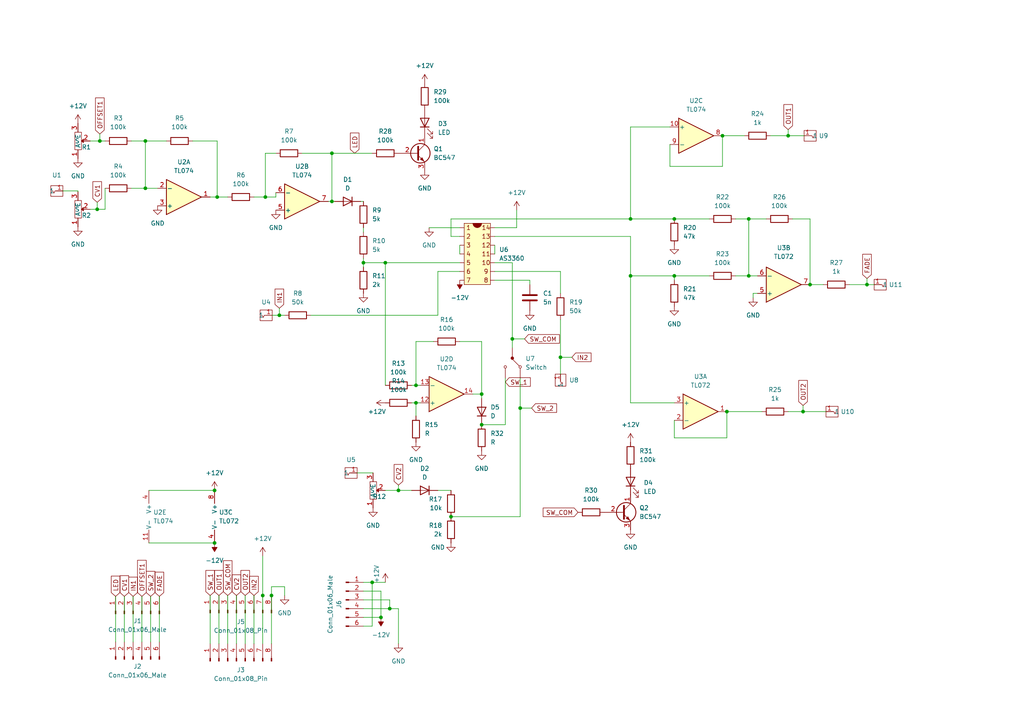
<source format=kicad_sch>
(kicad_sch (version 20230121) (generator eeschema)

  (uuid daaf074a-0b3d-4dea-ac98-7e1919e89c74)

  (paper "A4")

  (lib_symbols
    (symbol "Amplifier_Operational:TL072" (pin_names (offset 0.127)) (in_bom yes) (on_board yes)
      (property "Reference" "U" (at 0 5.08 0)
        (effects (font (size 1.27 1.27)) (justify left))
      )
      (property "Value" "TL072" (at 0 -5.08 0)
        (effects (font (size 1.27 1.27)) (justify left))
      )
      (property "Footprint" "" (at 0 0 0)
        (effects (font (size 1.27 1.27)) hide)
      )
      (property "Datasheet" "http://www.ti.com/lit/ds/symlink/tl071.pdf" (at 0 0 0)
        (effects (font (size 1.27 1.27)) hide)
      )
      (property "ki_locked" "" (at 0 0 0)
        (effects (font (size 1.27 1.27)))
      )
      (property "ki_keywords" "dual opamp" (at 0 0 0)
        (effects (font (size 1.27 1.27)) hide)
      )
      (property "ki_description" "Dual Low-Noise JFET-Input Operational Amplifiers, DIP-8/SOIC-8" (at 0 0 0)
        (effects (font (size 1.27 1.27)) hide)
      )
      (property "ki_fp_filters" "SOIC*3.9x4.9mm*P1.27mm* DIP*W7.62mm* TO*99* OnSemi*Micro8* TSSOP*3x3mm*P0.65mm* TSSOP*4.4x3mm*P0.65mm* MSOP*3x3mm*P0.65mm* SSOP*3.9x4.9mm*P0.635mm* LFCSP*2x2mm*P0.5mm* *SIP* SOIC*5.3x6.2mm*P1.27mm*" (at 0 0 0)
        (effects (font (size 1.27 1.27)) hide)
      )
      (symbol "TL072_1_1"
        (polyline
          (pts
            (xy -5.08 5.08)
            (xy 5.08 0)
            (xy -5.08 -5.08)
            (xy -5.08 5.08)
          )
          (stroke (width 0.254) (type default))
          (fill (type background))
        )
        (pin output line (at 7.62 0 180) (length 2.54)
          (name "~" (effects (font (size 1.27 1.27))))
          (number "1" (effects (font (size 1.27 1.27))))
        )
        (pin input line (at -7.62 -2.54 0) (length 2.54)
          (name "-" (effects (font (size 1.27 1.27))))
          (number "2" (effects (font (size 1.27 1.27))))
        )
        (pin input line (at -7.62 2.54 0) (length 2.54)
          (name "+" (effects (font (size 1.27 1.27))))
          (number "3" (effects (font (size 1.27 1.27))))
        )
      )
      (symbol "TL072_2_1"
        (polyline
          (pts
            (xy -5.08 5.08)
            (xy 5.08 0)
            (xy -5.08 -5.08)
            (xy -5.08 5.08)
          )
          (stroke (width 0.254) (type default))
          (fill (type background))
        )
        (pin input line (at -7.62 2.54 0) (length 2.54)
          (name "+" (effects (font (size 1.27 1.27))))
          (number "5" (effects (font (size 1.27 1.27))))
        )
        (pin input line (at -7.62 -2.54 0) (length 2.54)
          (name "-" (effects (font (size 1.27 1.27))))
          (number "6" (effects (font (size 1.27 1.27))))
        )
        (pin output line (at 7.62 0 180) (length 2.54)
          (name "~" (effects (font (size 1.27 1.27))))
          (number "7" (effects (font (size 1.27 1.27))))
        )
      )
      (symbol "TL072_3_1"
        (pin power_in line (at -2.54 -7.62 90) (length 3.81)
          (name "V-" (effects (font (size 1.27 1.27))))
          (number "4" (effects (font (size 1.27 1.27))))
        )
        (pin power_in line (at -2.54 7.62 270) (length 3.81)
          (name "V+" (effects (font (size 1.27 1.27))))
          (number "8" (effects (font (size 1.27 1.27))))
        )
      )
    )
    (symbol "Amplifier_Operational:TL074" (pin_names (offset 0.127)) (in_bom yes) (on_board yes)
      (property "Reference" "U" (at 0 5.08 0)
        (effects (font (size 1.27 1.27)) (justify left))
      )
      (property "Value" "TL074" (at 0 -5.08 0)
        (effects (font (size 1.27 1.27)) (justify left))
      )
      (property "Footprint" "" (at -1.27 2.54 0)
        (effects (font (size 1.27 1.27)) hide)
      )
      (property "Datasheet" "http://www.ti.com/lit/ds/symlink/tl071.pdf" (at 1.27 5.08 0)
        (effects (font (size 1.27 1.27)) hide)
      )
      (property "ki_locked" "" (at 0 0 0)
        (effects (font (size 1.27 1.27)))
      )
      (property "ki_keywords" "quad opamp" (at 0 0 0)
        (effects (font (size 1.27 1.27)) hide)
      )
      (property "ki_description" "Quad Low-Noise JFET-Input Operational Amplifiers, DIP-14/SOIC-14" (at 0 0 0)
        (effects (font (size 1.27 1.27)) hide)
      )
      (property "ki_fp_filters" "SOIC*3.9x8.7mm*P1.27mm* DIP*W7.62mm* TSSOP*4.4x5mm*P0.65mm* SSOP*5.3x6.2mm*P0.65mm* MSOP*3x3mm*P0.5mm*" (at 0 0 0)
        (effects (font (size 1.27 1.27)) hide)
      )
      (symbol "TL074_1_1"
        (polyline
          (pts
            (xy -5.08 5.08)
            (xy 5.08 0)
            (xy -5.08 -5.08)
            (xy -5.08 5.08)
          )
          (stroke (width 0.254) (type default))
          (fill (type background))
        )
        (pin output line (at 7.62 0 180) (length 2.54)
          (name "~" (effects (font (size 1.27 1.27))))
          (number "1" (effects (font (size 1.27 1.27))))
        )
        (pin input line (at -7.62 -2.54 0) (length 2.54)
          (name "-" (effects (font (size 1.27 1.27))))
          (number "2" (effects (font (size 1.27 1.27))))
        )
        (pin input line (at -7.62 2.54 0) (length 2.54)
          (name "+" (effects (font (size 1.27 1.27))))
          (number "3" (effects (font (size 1.27 1.27))))
        )
      )
      (symbol "TL074_2_1"
        (polyline
          (pts
            (xy -5.08 5.08)
            (xy 5.08 0)
            (xy -5.08 -5.08)
            (xy -5.08 5.08)
          )
          (stroke (width 0.254) (type default))
          (fill (type background))
        )
        (pin input line (at -7.62 2.54 0) (length 2.54)
          (name "+" (effects (font (size 1.27 1.27))))
          (number "5" (effects (font (size 1.27 1.27))))
        )
        (pin input line (at -7.62 -2.54 0) (length 2.54)
          (name "-" (effects (font (size 1.27 1.27))))
          (number "6" (effects (font (size 1.27 1.27))))
        )
        (pin output line (at 7.62 0 180) (length 2.54)
          (name "~" (effects (font (size 1.27 1.27))))
          (number "7" (effects (font (size 1.27 1.27))))
        )
      )
      (symbol "TL074_3_1"
        (polyline
          (pts
            (xy -5.08 5.08)
            (xy 5.08 0)
            (xy -5.08 -5.08)
            (xy -5.08 5.08)
          )
          (stroke (width 0.254) (type default))
          (fill (type background))
        )
        (pin input line (at -7.62 2.54 0) (length 2.54)
          (name "+" (effects (font (size 1.27 1.27))))
          (number "10" (effects (font (size 1.27 1.27))))
        )
        (pin output line (at 7.62 0 180) (length 2.54)
          (name "~" (effects (font (size 1.27 1.27))))
          (number "8" (effects (font (size 1.27 1.27))))
        )
        (pin input line (at -7.62 -2.54 0) (length 2.54)
          (name "-" (effects (font (size 1.27 1.27))))
          (number "9" (effects (font (size 1.27 1.27))))
        )
      )
      (symbol "TL074_4_1"
        (polyline
          (pts
            (xy -5.08 5.08)
            (xy 5.08 0)
            (xy -5.08 -5.08)
            (xy -5.08 5.08)
          )
          (stroke (width 0.254) (type default))
          (fill (type background))
        )
        (pin input line (at -7.62 2.54 0) (length 2.54)
          (name "+" (effects (font (size 1.27 1.27))))
          (number "12" (effects (font (size 1.27 1.27))))
        )
        (pin input line (at -7.62 -2.54 0) (length 2.54)
          (name "-" (effects (font (size 1.27 1.27))))
          (number "13" (effects (font (size 1.27 1.27))))
        )
        (pin output line (at 7.62 0 180) (length 2.54)
          (name "~" (effects (font (size 1.27 1.27))))
          (number "14" (effects (font (size 1.27 1.27))))
        )
      )
      (symbol "TL074_5_1"
        (pin power_in line (at -2.54 -7.62 90) (length 3.81)
          (name "V-" (effects (font (size 1.27 1.27))))
          (number "11" (effects (font (size 1.27 1.27))))
        )
        (pin power_in line (at -2.54 7.62 270) (length 3.81)
          (name "V+" (effects (font (size 1.27 1.27))))
          (number "4" (effects (font (size 1.27 1.27))))
        )
      )
    )
    (symbol "Connector:Conn_01x06_Male" (pin_names (offset 1.016) hide) (in_bom yes) (on_board yes)
      (property "Reference" "J" (at 0 7.62 0)
        (effects (font (size 1.27 1.27)))
      )
      (property "Value" "Conn_01x06_Male" (at 0 -10.16 0)
        (effects (font (size 1.27 1.27)))
      )
      (property "Footprint" "" (at 0 0 0)
        (effects (font (size 1.27 1.27)) hide)
      )
      (property "Datasheet" "~" (at 0 0 0)
        (effects (font (size 1.27 1.27)) hide)
      )
      (property "ki_keywords" "connector" (at 0 0 0)
        (effects (font (size 1.27 1.27)) hide)
      )
      (property "ki_description" "Generic connector, single row, 01x06, script generated (kicad-library-utils/schlib/autogen/connector/)" (at 0 0 0)
        (effects (font (size 1.27 1.27)) hide)
      )
      (property "ki_fp_filters" "Connector*:*_1x??_*" (at 0 0 0)
        (effects (font (size 1.27 1.27)) hide)
      )
      (symbol "Conn_01x06_Male_1_1"
        (polyline
          (pts
            (xy 1.27 -7.62)
            (xy 0.8636 -7.62)
          )
          (stroke (width 0.1524) (type default))
          (fill (type none))
        )
        (polyline
          (pts
            (xy 1.27 -5.08)
            (xy 0.8636 -5.08)
          )
          (stroke (width 0.1524) (type default))
          (fill (type none))
        )
        (polyline
          (pts
            (xy 1.27 -2.54)
            (xy 0.8636 -2.54)
          )
          (stroke (width 0.1524) (type default))
          (fill (type none))
        )
        (polyline
          (pts
            (xy 1.27 0)
            (xy 0.8636 0)
          )
          (stroke (width 0.1524) (type default))
          (fill (type none))
        )
        (polyline
          (pts
            (xy 1.27 2.54)
            (xy 0.8636 2.54)
          )
          (stroke (width 0.1524) (type default))
          (fill (type none))
        )
        (polyline
          (pts
            (xy 1.27 5.08)
            (xy 0.8636 5.08)
          )
          (stroke (width 0.1524) (type default))
          (fill (type none))
        )
        (rectangle (start 0.8636 -7.493) (end 0 -7.747)
          (stroke (width 0.1524) (type default))
          (fill (type outline))
        )
        (rectangle (start 0.8636 -4.953) (end 0 -5.207)
          (stroke (width 0.1524) (type default))
          (fill (type outline))
        )
        (rectangle (start 0.8636 -2.413) (end 0 -2.667)
          (stroke (width 0.1524) (type default))
          (fill (type outline))
        )
        (rectangle (start 0.8636 0.127) (end 0 -0.127)
          (stroke (width 0.1524) (type default))
          (fill (type outline))
        )
        (rectangle (start 0.8636 2.667) (end 0 2.413)
          (stroke (width 0.1524) (type default))
          (fill (type outline))
        )
        (rectangle (start 0.8636 5.207) (end 0 4.953)
          (stroke (width 0.1524) (type default))
          (fill (type outline))
        )
        (pin passive line (at 5.08 5.08 180) (length 3.81)
          (name "Pin_1" (effects (font (size 1.27 1.27))))
          (number "1" (effects (font (size 1.27 1.27))))
        )
        (pin passive line (at 5.08 2.54 180) (length 3.81)
          (name "Pin_2" (effects (font (size 1.27 1.27))))
          (number "2" (effects (font (size 1.27 1.27))))
        )
        (pin passive line (at 5.08 0 180) (length 3.81)
          (name "Pin_3" (effects (font (size 1.27 1.27))))
          (number "3" (effects (font (size 1.27 1.27))))
        )
        (pin passive line (at 5.08 -2.54 180) (length 3.81)
          (name "Pin_4" (effects (font (size 1.27 1.27))))
          (number "4" (effects (font (size 1.27 1.27))))
        )
        (pin passive line (at 5.08 -5.08 180) (length 3.81)
          (name "Pin_5" (effects (font (size 1.27 1.27))))
          (number "5" (effects (font (size 1.27 1.27))))
        )
        (pin passive line (at 5.08 -7.62 180) (length 3.81)
          (name "Pin_6" (effects (font (size 1.27 1.27))))
          (number "6" (effects (font (size 1.27 1.27))))
        )
      )
    )
    (symbol "Connector:Conn_01x08_Pin" (pin_names (offset 1.016) hide) (in_bom yes) (on_board yes)
      (property "Reference" "J" (at 0 10.16 0)
        (effects (font (size 1.27 1.27)))
      )
      (property "Value" "Conn_01x08_Pin" (at 0 -12.7 0)
        (effects (font (size 1.27 1.27)))
      )
      (property "Footprint" "" (at 0 0 0)
        (effects (font (size 1.27 1.27)) hide)
      )
      (property "Datasheet" "~" (at 0 0 0)
        (effects (font (size 1.27 1.27)) hide)
      )
      (property "ki_locked" "" (at 0 0 0)
        (effects (font (size 1.27 1.27)))
      )
      (property "ki_keywords" "connector" (at 0 0 0)
        (effects (font (size 1.27 1.27)) hide)
      )
      (property "ki_description" "Generic connector, single row, 01x08, script generated" (at 0 0 0)
        (effects (font (size 1.27 1.27)) hide)
      )
      (property "ki_fp_filters" "Connector*:*_1x??_*" (at 0 0 0)
        (effects (font (size 1.27 1.27)) hide)
      )
      (symbol "Conn_01x08_Pin_1_1"
        (polyline
          (pts
            (xy 1.27 -10.16)
            (xy 0.8636 -10.16)
          )
          (stroke (width 0.1524) (type default))
          (fill (type none))
        )
        (polyline
          (pts
            (xy 1.27 -7.62)
            (xy 0.8636 -7.62)
          )
          (stroke (width 0.1524) (type default))
          (fill (type none))
        )
        (polyline
          (pts
            (xy 1.27 -5.08)
            (xy 0.8636 -5.08)
          )
          (stroke (width 0.1524) (type default))
          (fill (type none))
        )
        (polyline
          (pts
            (xy 1.27 -2.54)
            (xy 0.8636 -2.54)
          )
          (stroke (width 0.1524) (type default))
          (fill (type none))
        )
        (polyline
          (pts
            (xy 1.27 0)
            (xy 0.8636 0)
          )
          (stroke (width 0.1524) (type default))
          (fill (type none))
        )
        (polyline
          (pts
            (xy 1.27 2.54)
            (xy 0.8636 2.54)
          )
          (stroke (width 0.1524) (type default))
          (fill (type none))
        )
        (polyline
          (pts
            (xy 1.27 5.08)
            (xy 0.8636 5.08)
          )
          (stroke (width 0.1524) (type default))
          (fill (type none))
        )
        (polyline
          (pts
            (xy 1.27 7.62)
            (xy 0.8636 7.62)
          )
          (stroke (width 0.1524) (type default))
          (fill (type none))
        )
        (rectangle (start 0.8636 -10.033) (end 0 -10.287)
          (stroke (width 0.1524) (type default))
          (fill (type outline))
        )
        (rectangle (start 0.8636 -7.493) (end 0 -7.747)
          (stroke (width 0.1524) (type default))
          (fill (type outline))
        )
        (rectangle (start 0.8636 -4.953) (end 0 -5.207)
          (stroke (width 0.1524) (type default))
          (fill (type outline))
        )
        (rectangle (start 0.8636 -2.413) (end 0 -2.667)
          (stroke (width 0.1524) (type default))
          (fill (type outline))
        )
        (rectangle (start 0.8636 0.127) (end 0 -0.127)
          (stroke (width 0.1524) (type default))
          (fill (type outline))
        )
        (rectangle (start 0.8636 2.667) (end 0 2.413)
          (stroke (width 0.1524) (type default))
          (fill (type outline))
        )
        (rectangle (start 0.8636 5.207) (end 0 4.953)
          (stroke (width 0.1524) (type default))
          (fill (type outline))
        )
        (rectangle (start 0.8636 7.747) (end 0 7.493)
          (stroke (width 0.1524) (type default))
          (fill (type outline))
        )
        (pin passive line (at 5.08 7.62 180) (length 3.81)
          (name "Pin_1" (effects (font (size 1.27 1.27))))
          (number "1" (effects (font (size 1.27 1.27))))
        )
        (pin passive line (at 5.08 5.08 180) (length 3.81)
          (name "Pin_2" (effects (font (size 1.27 1.27))))
          (number "2" (effects (font (size 1.27 1.27))))
        )
        (pin passive line (at 5.08 2.54 180) (length 3.81)
          (name "Pin_3" (effects (font (size 1.27 1.27))))
          (number "3" (effects (font (size 1.27 1.27))))
        )
        (pin passive line (at 5.08 0 180) (length 3.81)
          (name "Pin_4" (effects (font (size 1.27 1.27))))
          (number "4" (effects (font (size 1.27 1.27))))
        )
        (pin passive line (at 5.08 -2.54 180) (length 3.81)
          (name "Pin_5" (effects (font (size 1.27 1.27))))
          (number "5" (effects (font (size 1.27 1.27))))
        )
        (pin passive line (at 5.08 -5.08 180) (length 3.81)
          (name "Pin_6" (effects (font (size 1.27 1.27))))
          (number "6" (effects (font (size 1.27 1.27))))
        )
        (pin passive line (at 5.08 -7.62 180) (length 3.81)
          (name "Pin_7" (effects (font (size 1.27 1.27))))
          (number "7" (effects (font (size 1.27 1.27))))
        )
        (pin passive line (at 5.08 -10.16 180) (length 3.81)
          (name "Pin_8" (effects (font (size 1.27 1.27))))
          (number "8" (effects (font (size 1.27 1.27))))
        )
      )
    )
    (symbol "Device:C" (pin_numbers hide) (pin_names (offset 0.254)) (in_bom yes) (on_board yes)
      (property "Reference" "C" (at 0.635 2.54 0)
        (effects (font (size 1.27 1.27)) (justify left))
      )
      (property "Value" "C" (at 0.635 -2.54 0)
        (effects (font (size 1.27 1.27)) (justify left))
      )
      (property "Footprint" "" (at 0.9652 -3.81 0)
        (effects (font (size 1.27 1.27)) hide)
      )
      (property "Datasheet" "~" (at 0 0 0)
        (effects (font (size 1.27 1.27)) hide)
      )
      (property "ki_keywords" "cap capacitor" (at 0 0 0)
        (effects (font (size 1.27 1.27)) hide)
      )
      (property "ki_description" "Unpolarized capacitor" (at 0 0 0)
        (effects (font (size 1.27 1.27)) hide)
      )
      (property "ki_fp_filters" "C_*" (at 0 0 0)
        (effects (font (size 1.27 1.27)) hide)
      )
      (symbol "C_0_1"
        (polyline
          (pts
            (xy -2.032 -0.762)
            (xy 2.032 -0.762)
          )
          (stroke (width 0.508) (type default))
          (fill (type none))
        )
        (polyline
          (pts
            (xy -2.032 0.762)
            (xy 2.032 0.762)
          )
          (stroke (width 0.508) (type default))
          (fill (type none))
        )
      )
      (symbol "C_1_1"
        (pin passive line (at 0 3.81 270) (length 2.794)
          (name "~" (effects (font (size 1.27 1.27))))
          (number "1" (effects (font (size 1.27 1.27))))
        )
        (pin passive line (at 0 -3.81 90) (length 2.794)
          (name "~" (effects (font (size 1.27 1.27))))
          (number "2" (effects (font (size 1.27 1.27))))
        )
      )
    )
    (symbol "Device:D" (pin_numbers hide) (pin_names (offset 1.016) hide) (in_bom yes) (on_board yes)
      (property "Reference" "D" (at 0 2.54 0)
        (effects (font (size 1.27 1.27)))
      )
      (property "Value" "D" (at 0 -2.54 0)
        (effects (font (size 1.27 1.27)))
      )
      (property "Footprint" "" (at 0 0 0)
        (effects (font (size 1.27 1.27)) hide)
      )
      (property "Datasheet" "~" (at 0 0 0)
        (effects (font (size 1.27 1.27)) hide)
      )
      (property "ki_keywords" "diode" (at 0 0 0)
        (effects (font (size 1.27 1.27)) hide)
      )
      (property "ki_description" "Diode" (at 0 0 0)
        (effects (font (size 1.27 1.27)) hide)
      )
      (property "ki_fp_filters" "TO-???* *_Diode_* *SingleDiode* D_*" (at 0 0 0)
        (effects (font (size 1.27 1.27)) hide)
      )
      (symbol "D_0_1"
        (polyline
          (pts
            (xy -1.27 1.27)
            (xy -1.27 -1.27)
          )
          (stroke (width 0.254) (type default))
          (fill (type none))
        )
        (polyline
          (pts
            (xy 1.27 0)
            (xy -1.27 0)
          )
          (stroke (width 0) (type default))
          (fill (type none))
        )
        (polyline
          (pts
            (xy 1.27 1.27)
            (xy 1.27 -1.27)
            (xy -1.27 0)
            (xy 1.27 1.27)
          )
          (stroke (width 0.254) (type default))
          (fill (type none))
        )
      )
      (symbol "D_1_1"
        (pin passive line (at -3.81 0 0) (length 2.54)
          (name "K" (effects (font (size 1.27 1.27))))
          (number "1" (effects (font (size 1.27 1.27))))
        )
        (pin passive line (at 3.81 0 180) (length 2.54)
          (name "A" (effects (font (size 1.27 1.27))))
          (number "2" (effects (font (size 1.27 1.27))))
        )
      )
    )
    (symbol "Device:LED" (pin_numbers hide) (pin_names (offset 1.016) hide) (in_bom yes) (on_board yes)
      (property "Reference" "D" (at 0 2.54 0)
        (effects (font (size 1.27 1.27)))
      )
      (property "Value" "LED" (at 0 -2.54 0)
        (effects (font (size 1.27 1.27)))
      )
      (property "Footprint" "" (at 0 0 0)
        (effects (font (size 1.27 1.27)) hide)
      )
      (property "Datasheet" "~" (at 0 0 0)
        (effects (font (size 1.27 1.27)) hide)
      )
      (property "ki_keywords" "LED diode" (at 0 0 0)
        (effects (font (size 1.27 1.27)) hide)
      )
      (property "ki_description" "Light emitting diode" (at 0 0 0)
        (effects (font (size 1.27 1.27)) hide)
      )
      (property "ki_fp_filters" "LED* LED_SMD:* LED_THT:*" (at 0 0 0)
        (effects (font (size 1.27 1.27)) hide)
      )
      (symbol "LED_0_1"
        (polyline
          (pts
            (xy -1.27 -1.27)
            (xy -1.27 1.27)
          )
          (stroke (width 0.254) (type default))
          (fill (type none))
        )
        (polyline
          (pts
            (xy -1.27 0)
            (xy 1.27 0)
          )
          (stroke (width 0) (type default))
          (fill (type none))
        )
        (polyline
          (pts
            (xy 1.27 -1.27)
            (xy 1.27 1.27)
            (xy -1.27 0)
            (xy 1.27 -1.27)
          )
          (stroke (width 0.254) (type default))
          (fill (type none))
        )
        (polyline
          (pts
            (xy -3.048 -0.762)
            (xy -4.572 -2.286)
            (xy -3.81 -2.286)
            (xy -4.572 -2.286)
            (xy -4.572 -1.524)
          )
          (stroke (width 0) (type default))
          (fill (type none))
        )
        (polyline
          (pts
            (xy -1.778 -0.762)
            (xy -3.302 -2.286)
            (xy -2.54 -2.286)
            (xy -3.302 -2.286)
            (xy -3.302 -1.524)
          )
          (stroke (width 0) (type default))
          (fill (type none))
        )
      )
      (symbol "LED_1_1"
        (pin passive line (at -3.81 0 0) (length 2.54)
          (name "K" (effects (font (size 1.27 1.27))))
          (number "1" (effects (font (size 1.27 1.27))))
        )
        (pin passive line (at 3.81 0 180) (length 2.54)
          (name "A" (effects (font (size 1.27 1.27))))
          (number "2" (effects (font (size 1.27 1.27))))
        )
      )
    )
    (symbol "Device:R" (pin_numbers hide) (pin_names (offset 0)) (in_bom yes) (on_board yes)
      (property "Reference" "R" (at 2.032 0 90)
        (effects (font (size 1.27 1.27)))
      )
      (property "Value" "R" (at 0 0 90)
        (effects (font (size 1.27 1.27)))
      )
      (property "Footprint" "" (at -1.778 0 90)
        (effects (font (size 1.27 1.27)) hide)
      )
      (property "Datasheet" "~" (at 0 0 0)
        (effects (font (size 1.27 1.27)) hide)
      )
      (property "ki_keywords" "R res resistor" (at 0 0 0)
        (effects (font (size 1.27 1.27)) hide)
      )
      (property "ki_description" "Resistor" (at 0 0 0)
        (effects (font (size 1.27 1.27)) hide)
      )
      (property "ki_fp_filters" "R_*" (at 0 0 0)
        (effects (font (size 1.27 1.27)) hide)
      )
      (symbol "R_0_1"
        (rectangle (start -1.016 -2.54) (end 1.016 2.54)
          (stroke (width 0.254) (type default))
          (fill (type none))
        )
      )
      (symbol "R_1_1"
        (pin passive line (at 0 3.81 270) (length 1.27)
          (name "~" (effects (font (size 1.27 1.27))))
          (number "1" (effects (font (size 1.27 1.27))))
        )
        (pin passive line (at 0 -3.81 90) (length 1.27)
          (name "~" (effects (font (size 1.27 1.27))))
          (number "2" (effects (font (size 1.27 1.27))))
        )
      )
    )
    (symbol "HEJ:AlpsPot" (in_bom yes) (on_board yes)
      (property "Reference" "R" (at -6.35 2.54 0)
        (effects (font (size 1.27 1.27)))
      )
      (property "Value" "AlpsPot" (at -3.81 13.97 0)
        (effects (font (size 1.27 1.27)) hide)
      )
      (property "Footprint" "pretties:AlpsPot" (at -2.54 11.43 0)
        (effects (font (size 1.27 1.27)) hide)
      )
      (property "Datasheet" "" (at -2.54 11.43 0)
        (effects (font (size 1.27 1.27)) hide)
      )
      (symbol "AlpsPot_0_1"
        (rectangle (start -4.445 3.81) (end -2.54 -1.27)
          (stroke (width 0) (type default))
          (fill (type none))
        )
        (polyline
          (pts
            (xy -2.54 1.27)
            (xy -1.9454 1.8617)
            (xy -1.9454 0.7452)
            (xy -2.54 1.27)
            (xy -2.0208 0.9713)
            (xy -2.0543 1.6216)
            (xy -2.3418 1.2923)
            (xy -2.1548 1.1611)
            (xy -2.1548 1.3844)
            (xy -2.54 1.27)
          )
          (stroke (width 0) (type default))
          (fill (type none))
        )
      )
      (symbol "AlpsPot_1_1"
        (pin passive line (at -3.556 -3.81 90) (length 2.54)
          (name "A" (effects (font (size 1.27 1.27))))
          (number "1" (effects (font (size 1.27 1.27))))
        )
        (pin passive line (at 0 1.27 180) (length 2.54)
          (name "S" (effects (font (size 1.27 1.27))))
          (number "2" (effects (font (size 1.27 1.27))))
        )
        (pin passive line (at -3.556 6.35 270) (length 2.54)
          (name "E" (effects (font (size 1.27 1.27))))
          (number "3" (effects (font (size 1.27 1.27))))
        )
        (pin no_connect line (at -11.684 0 270) (length 2.54) hide
          (name "NC" (effects (font (size 1.27 1.27))))
          (number "4" (effects (font (size 1.27 1.27))))
        )
        (pin no_connect line (at -13.716 0 270) (length 2.54) hide
          (name "NC" (effects (font (size 1.27 1.27))))
          (number "5" (effects (font (size 1.27 1.27))))
        )
        (pin no_connect line (at -16.002 0 270) (length 2.54) hide
          (name "NC" (effects (font (size 1.27 1.27))))
          (number "6" (effects (font (size 1.27 1.27))))
        )
      )
    )
    (symbol "HEJ:Aux_flush" (in_bom yes) (on_board yes)
      (property "Reference" "U" (at -0.0508 5.3848 0)
        (effects (font (size 1.27 1.27)))
      )
      (property "Value" "Aux_flush" (at 0 3.5052 0)
        (effects (font (size 1.27 1.27)) hide)
      )
      (property "Footprint" "" (at 0 0 0)
        (effects (font (size 1.27 1.27)) hide)
      )
      (property "Datasheet" "" (at 0 0 0)
        (effects (font (size 1.27 1.27)) hide)
      )
      (symbol "Aux_flush_0_1"
        (rectangle (start -1.778 1.524) (end 1.7272 -1.5748)
          (stroke (width 0) (type default))
          (fill (type none))
        )
        (polyline
          (pts
            (xy -1.2192 0.0508)
            (xy -0.8636 -0.6604)
            (xy -0.5588 0)
            (xy 1.6764 0)
          )
          (stroke (width 0) (type default))
          (fill (type none))
        )
      )
      (symbol "Aux_flush_1_1"
        (pin bidirectional line (at 1.7272 0 180) (length 2)
          (name "1" (effects (font (size 1.27 1.27))))
          (number "1" (effects (font (size 1.27 1.27))))
        )
      )
    )
    (symbol "HEJ:Switch" (in_bom yes) (on_board yes)
      (property "Reference" "U" (at 0 4.318 0)
        (effects (font (size 1.27 1.27)))
      )
      (property "Value" "Switch" (at 0 -6.096 0)
        (effects (font (size 1.27 1.27)))
      )
      (property "Footprint" "pretties:Switch" (at 0.508 -7.366 0)
        (effects (font (size 1.27 1.27)) hide)
      )
      (property "Datasheet" "" (at 0 0 0)
        (effects (font (size 1.27 1.27)) hide)
      )
      (symbol "Switch_0_1"
        (polyline
          (pts
            (xy 0 0)
            (xy -3.048 0)
          )
          (stroke (width 0) (type default))
          (fill (type none))
        )
        (polyline
          (pts
            (xy 0.254 0)
            (xy 2.286 2.032)
          )
          (stroke (width 0) (type default))
          (fill (type none))
        )
        (polyline
          (pts
            (xy 3.048 -2.032)
            (xy 5.842 -2.032)
          )
          (stroke (width 0) (type default))
          (fill (type none))
        )
        (polyline
          (pts
            (xy 3.048 2.286)
            (xy 5.842 2.286)
          )
          (stroke (width 0) (type default))
          (fill (type none))
        )
        (circle (center 0 0) (radius 0.3965)
          (stroke (width 0) (type default))
          (fill (type outline))
        )
        (circle (center 2.54 -2.032) (radius 0.3592)
          (stroke (width 0) (type default))
          (fill (type none))
        )
        (circle (center 2.54 2.286) (radius 0.3592)
          (stroke (width 0) (type default))
          (fill (type none))
        )
      )
      (symbol "Switch_1_1"
        (pin input line (at 5.842 2.286 180) (length 2.54) hide
          (name "1" (effects (font (size 1.27 1.27))))
          (number "1" (effects (font (size 1.27 1.27))))
        )
        (pin input line (at -3.048 0 0) (length 2.54) hide
          (name "2" (effects (font (size 1.27 1.27))))
          (number "2" (effects (font (size 1.27 1.27))))
        )
        (pin input line (at 5.842 -2.032 180) (length 2.54) hide
          (name "3" (effects (font (size 1.27 1.27))))
          (number "3" (effects (font (size 1.27 1.27))))
        )
      )
    )
    (symbol "HOE:AS3360" (in_bom yes) (on_board yes)
      (property "Reference" "U" (at 2.54 5.08 0)
        (effects (font (size 1.27 1.27)))
      )
      (property "Value" "AS3360" (at 2.54 2.54 0)
        (effects (font (size 1.27 1.27)))
      )
      (property "Footprint" "" (at 0 0 0)
        (effects (font (size 1.27 1.27)) hide)
      )
      (property "Datasheet" "" (at 0 0 0)
        (effects (font (size 1.27 1.27)) hide)
      )
      (symbol "AS3360_0_0"
        (text "1" (at 0 0 0)
          (effects (font (size 1.27 1.27)))
        )
        (text "10" (at 5.08 -10.16 0)
          (effects (font (size 1.27 1.27)))
        )
        (text "11" (at 5.08 -7.62 0)
          (effects (font (size 1.27 1.27)))
        )
        (text "12" (at 5.08 -5.08 0)
          (effects (font (size 1.27 1.27)))
        )
        (text "13" (at 5.08 -2.54 0)
          (effects (font (size 1.27 1.27)))
        )
        (text "14" (at 5.08 0 0)
          (effects (font (size 1.27 1.27)))
        )
        (text "2" (at 0 -2.54 0)
          (effects (font (size 1.27 1.27)))
        )
        (text "3" (at 0 -5.08 0)
          (effects (font (size 1.27 1.27)))
        )
        (text "4" (at 0 -7.62 0)
          (effects (font (size 1.27 1.27)))
        )
        (text "5" (at 0 -10.16 0)
          (effects (font (size 1.27 1.27)))
        )
        (text "6" (at 0 -12.7 0)
          (effects (font (size 1.27 1.27)))
        )
        (text "7" (at 0 -15.24 0)
          (effects (font (size 1.27 1.27)))
        )
        (text "8" (at 5.08 -15.24 0)
          (effects (font (size 1.27 1.27)))
        )
        (text "9" (at 5.08 -12.7 0)
          (effects (font (size 1.27 1.27)))
        )
      )
      (symbol "AS3360_0_1"
        (rectangle (start -1.27 -2.54) (end -1.27 -2.54)
          (stroke (width 0) (type default))
          (fill (type none))
        )
        (rectangle (start -1.27 -2.54) (end -1.27 -2.54)
          (stroke (width 0) (type default))
          (fill (type none))
        )
        (rectangle (start -1.27 1.27) (end 6.35 -16.51)
          (stroke (width 0) (type default))
          (fill (type background))
        )
        (polyline
          (pts
            (xy -1.27 -15.24)
            (xy -2.54 -15.24)
          )
          (stroke (width 0) (type default))
          (fill (type none))
        )
        (polyline
          (pts
            (xy -1.27 -12.7)
            (xy -2.54 -12.7)
          )
          (stroke (width 0) (type default))
          (fill (type none))
        )
        (polyline
          (pts
            (xy -1.27 -10.16)
            (xy -2.54 -10.16)
          )
          (stroke (width 0) (type default))
          (fill (type none))
        )
        (polyline
          (pts
            (xy -1.27 -7.62)
            (xy -2.54 -7.62)
          )
          (stroke (width 0) (type default))
          (fill (type none))
        )
        (polyline
          (pts
            (xy -1.27 -5.08)
            (xy -2.54 -5.08)
          )
          (stroke (width 0) (type default))
          (fill (type none))
        )
        (polyline
          (pts
            (xy -1.27 -2.54)
            (xy -2.54 -2.54)
          )
          (stroke (width 0) (type default))
          (fill (type none))
        )
        (polyline
          (pts
            (xy -1.27 0)
            (xy -2.54 0)
          )
          (stroke (width 0) (type default))
          (fill (type none))
        )
        (polyline
          (pts
            (xy 6.35 -15.24)
            (xy 7.62 -15.24)
          )
          (stroke (width 0) (type default))
          (fill (type none))
        )
        (polyline
          (pts
            (xy 6.35 -12.7)
            (xy 7.62 -12.7)
          )
          (stroke (width 0) (type default))
          (fill (type none))
        )
        (polyline
          (pts
            (xy 6.35 -10.16)
            (xy 7.62 -10.16)
          )
          (stroke (width 0) (type default))
          (fill (type none))
        )
        (polyline
          (pts
            (xy 6.35 -7.62)
            (xy 7.62 -7.62)
          )
          (stroke (width 0) (type default))
          (fill (type none))
        )
        (polyline
          (pts
            (xy 6.35 -5.08)
            (xy 7.62 -5.08)
          )
          (stroke (width 0) (type default))
          (fill (type none))
        )
        (polyline
          (pts
            (xy 6.35 -2.54)
            (xy 7.62 -2.54)
          )
          (stroke (width 0) (type default))
          (fill (type none))
        )
        (polyline
          (pts
            (xy 6.35 0)
            (xy 7.62 0)
          )
          (stroke (width 0) (type default))
          (fill (type none))
        )
        (arc (start 1.27 1.27) (mid 2.54 0.0158) (end 3.81 1.27)
          (stroke (width 0) (type default))
          (fill (type outline))
        )
      )
      (symbol "AS3360_1_1"
        (pin input line (at -2.54 0 0) (length 2.54) hide
          (name "1" (effects (font (size 1.27 1.27))))
          (number "1" (effects (font (size 1.27 1.27))))
        )
        (pin input line (at 7.62 -10.16 180) (length 2.54) hide
          (name "10" (effects (font (size 1.27 1.27))))
          (number "10" (effects (font (size 1.27 1.27))))
        )
        (pin input line (at 7.62 -7.62 180) (length 2.54) hide
          (name "11" (effects (font (size 1.27 1.27))))
          (number "11" (effects (font (size 1.27 1.27))))
        )
        (pin input line (at 7.62 -5.08 180) (length 2.54) hide
          (name "12" (effects (font (size 1.27 1.27))))
          (number "12" (effects (font (size 1.27 1.27))))
        )
        (pin input line (at 7.62 -2.54 180) (length 2.54) hide
          (name "13" (effects (font (size 1.27 1.27))))
          (number "13" (effects (font (size 1.27 1.27))))
        )
        (pin input line (at 7.62 0 180) (length 2.54) hide
          (name "14" (effects (font (size 1.27 1.27))))
          (number "14" (effects (font (size 1.27 1.27))))
        )
        (pin input line (at -2.54 -2.54 0) (length 2.54) hide
          (name "2" (effects (font (size 1.27 1.27))))
          (number "2" (effects (font (size 1.27 1.27))))
        )
        (pin input line (at -2.54 -5.08 0) (length 2.54) hide
          (name "3" (effects (font (size 1.27 1.27))))
          (number "3" (effects (font (size 1.27 1.27))))
        )
        (pin input line (at -2.54 -7.62 0) (length 2.54) hide
          (name "4" (effects (font (size 1.27 1.27))))
          (number "4" (effects (font (size 1.27 1.27))))
        )
        (pin input line (at -2.54 -10.16 0) (length 2.54) hide
          (name "5" (effects (font (size 1.27 1.27))))
          (number "5" (effects (font (size 1.27 1.27))))
        )
        (pin input line (at -2.54 -12.7 0) (length 2.54) hide
          (name "6" (effects (font (size 1.27 1.27))))
          (number "6" (effects (font (size 1.27 1.27))))
        )
        (pin input line (at -2.54 -15.24 0) (length 2.54) hide
          (name "7" (effects (font (size 1.27 1.27))))
          (number "7" (effects (font (size 1.27 1.27))))
        )
        (pin input line (at 7.62 -15.24 180) (length 2.54) hide
          (name "8" (effects (font (size 1.27 1.27))))
          (number "8" (effects (font (size 1.27 1.27))))
        )
        (pin input line (at 7.62 -12.7 180) (length 2.54) hide
          (name "9" (effects (font (size 1.27 1.27))))
          (number "9" (effects (font (size 1.27 1.27))))
        )
      )
    )
    (symbol "Transistor_BJT:BC547" (pin_names (offset 0) hide) (in_bom yes) (on_board yes)
      (property "Reference" "Q" (at 5.08 1.905 0)
        (effects (font (size 1.27 1.27)) (justify left))
      )
      (property "Value" "BC547" (at 5.08 0 0)
        (effects (font (size 1.27 1.27)) (justify left))
      )
      (property "Footprint" "Package_TO_SOT_THT:TO-92_Inline" (at 5.08 -1.905 0)
        (effects (font (size 1.27 1.27) italic) (justify left) hide)
      )
      (property "Datasheet" "https://www.onsemi.com/pub/Collateral/BC550-D.pdf" (at 0 0 0)
        (effects (font (size 1.27 1.27)) (justify left) hide)
      )
      (property "ki_keywords" "NPN Transistor" (at 0 0 0)
        (effects (font (size 1.27 1.27)) hide)
      )
      (property "ki_description" "0.1A Ic, 45V Vce, Small Signal NPN Transistor, TO-92" (at 0 0 0)
        (effects (font (size 1.27 1.27)) hide)
      )
      (property "ki_fp_filters" "TO?92*" (at 0 0 0)
        (effects (font (size 1.27 1.27)) hide)
      )
      (symbol "BC547_0_1"
        (polyline
          (pts
            (xy 0 0)
            (xy 0.635 0)
          )
          (stroke (width 0) (type default))
          (fill (type none))
        )
        (polyline
          (pts
            (xy 0.635 0.635)
            (xy 2.54 2.54)
          )
          (stroke (width 0) (type default))
          (fill (type none))
        )
        (polyline
          (pts
            (xy 0.635 -0.635)
            (xy 2.54 -2.54)
            (xy 2.54 -2.54)
          )
          (stroke (width 0) (type default))
          (fill (type none))
        )
        (polyline
          (pts
            (xy 0.635 1.905)
            (xy 0.635 -1.905)
            (xy 0.635 -1.905)
          )
          (stroke (width 0.508) (type default))
          (fill (type none))
        )
        (polyline
          (pts
            (xy 1.27 -1.778)
            (xy 1.778 -1.27)
            (xy 2.286 -2.286)
            (xy 1.27 -1.778)
            (xy 1.27 -1.778)
          )
          (stroke (width 0) (type default))
          (fill (type outline))
        )
        (circle (center 1.27 0) (radius 2.8194)
          (stroke (width 0.254) (type default))
          (fill (type none))
        )
      )
      (symbol "BC547_1_1"
        (pin passive line (at 2.54 5.08 270) (length 2.54)
          (name "C" (effects (font (size 1.27 1.27))))
          (number "1" (effects (font (size 1.27 1.27))))
        )
        (pin input line (at -5.08 0 0) (length 5.08)
          (name "B" (effects (font (size 1.27 1.27))))
          (number "2" (effects (font (size 1.27 1.27))))
        )
        (pin passive line (at 2.54 -5.08 90) (length 2.54)
          (name "E" (effects (font (size 1.27 1.27))))
          (number "3" (effects (font (size 1.27 1.27))))
        )
      )
    )
    (symbol "power:+12V" (power) (pin_names (offset 0)) (in_bom yes) (on_board yes)
      (property "Reference" "#PWR" (at 0 -3.81 0)
        (effects (font (size 1.27 1.27)) hide)
      )
      (property "Value" "+12V" (at 0 3.556 0)
        (effects (font (size 1.27 1.27)))
      )
      (property "Footprint" "" (at 0 0 0)
        (effects (font (size 1.27 1.27)) hide)
      )
      (property "Datasheet" "" (at 0 0 0)
        (effects (font (size 1.27 1.27)) hide)
      )
      (property "ki_keywords" "power-flag" (at 0 0 0)
        (effects (font (size 1.27 1.27)) hide)
      )
      (property "ki_description" "Power symbol creates a global label with name \"+12V\"" (at 0 0 0)
        (effects (font (size 1.27 1.27)) hide)
      )
      (symbol "+12V_0_1"
        (polyline
          (pts
            (xy -0.762 1.27)
            (xy 0 2.54)
          )
          (stroke (width 0) (type default))
          (fill (type none))
        )
        (polyline
          (pts
            (xy 0 0)
            (xy 0 2.54)
          )
          (stroke (width 0) (type default))
          (fill (type none))
        )
        (polyline
          (pts
            (xy 0 2.54)
            (xy 0.762 1.27)
          )
          (stroke (width 0) (type default))
          (fill (type none))
        )
      )
      (symbol "+12V_1_1"
        (pin power_in line (at 0 0 90) (length 0) hide
          (name "+12V" (effects (font (size 1.27 1.27))))
          (number "1" (effects (font (size 1.27 1.27))))
        )
      )
    )
    (symbol "power:-12V" (power) (pin_names (offset 0)) (in_bom yes) (on_board yes)
      (property "Reference" "#PWR" (at 0 2.54 0)
        (effects (font (size 1.27 1.27)) hide)
      )
      (property "Value" "-12V" (at 0 3.81 0)
        (effects (font (size 1.27 1.27)))
      )
      (property "Footprint" "" (at 0 0 0)
        (effects (font (size 1.27 1.27)) hide)
      )
      (property "Datasheet" "" (at 0 0 0)
        (effects (font (size 1.27 1.27)) hide)
      )
      (property "ki_keywords" "power-flag" (at 0 0 0)
        (effects (font (size 1.27 1.27)) hide)
      )
      (property "ki_description" "Power symbol creates a global label with name \"-12V\"" (at 0 0 0)
        (effects (font (size 1.27 1.27)) hide)
      )
      (symbol "-12V_0_0"
        (pin power_in line (at 0 0 90) (length 0) hide
          (name "-12V" (effects (font (size 1.27 1.27))))
          (number "1" (effects (font (size 1.27 1.27))))
        )
      )
      (symbol "-12V_0_1"
        (polyline
          (pts
            (xy 0 0)
            (xy 0 1.27)
            (xy 0.762 1.27)
            (xy 0 2.54)
            (xy -0.762 1.27)
            (xy 0 1.27)
          )
          (stroke (width 0) (type default))
          (fill (type outline))
        )
      )
    )
    (symbol "power:GND" (power) (pin_names (offset 0)) (in_bom yes) (on_board yes)
      (property "Reference" "#PWR" (at 0 -6.35 0)
        (effects (font (size 1.27 1.27)) hide)
      )
      (property "Value" "GND" (at 0 -3.81 0)
        (effects (font (size 1.27 1.27)))
      )
      (property "Footprint" "" (at 0 0 0)
        (effects (font (size 1.27 1.27)) hide)
      )
      (property "Datasheet" "" (at 0 0 0)
        (effects (font (size 1.27 1.27)) hide)
      )
      (property "ki_keywords" "power-flag" (at 0 0 0)
        (effects (font (size 1.27 1.27)) hide)
      )
      (property "ki_description" "Power symbol creates a global label with name \"GND\" , ground" (at 0 0 0)
        (effects (font (size 1.27 1.27)) hide)
      )
      (symbol "GND_0_1"
        (polyline
          (pts
            (xy 0 0)
            (xy 0 -1.27)
            (xy 1.27 -1.27)
            (xy 0 -2.54)
            (xy -1.27 -1.27)
            (xy 0 -1.27)
          )
          (stroke (width 0) (type default))
          (fill (type none))
        )
      )
      (symbol "GND_1_1"
        (pin power_in line (at 0 0 270) (length 0) hide
          (name "GND" (effects (font (size 1.27 1.27))))
          (number "1" (effects (font (size 1.27 1.27))))
        )
      )
    )
  )

  (junction (at 78.74 172.72) (diameter 0) (color 0 0 0 0)
    (uuid 09258908-e24b-47d3-a2a7-8ec118e58e0a)
  )
  (junction (at 232.918 119.38) (diameter 0) (color 0 0 0 0)
    (uuid 187e9bbf-c081-43a2-8560-b4976aa4a4ff)
  )
  (junction (at 217.17 63.5) (diameter 0) (color 0 0 0 0)
    (uuid 1889aea6-1407-4ab8-8035-d04bfa3410e3)
  )
  (junction (at 251.46 82.55) (diameter 0) (color 0 0 0 0)
    (uuid 1aa36f03-be6e-42a2-bb8b-51af6ae39679)
  )
  (junction (at 111.76 76.2) (diameter 0) (color 0 0 0 0)
    (uuid 1c7da5a9-fc06-48b1-8e9b-9af6a8d5d009)
  )
  (junction (at 130.81 149.86) (diameter 0) (color 0 0 0 0)
    (uuid 1f19732b-b485-4cd5-88a3-54bad3a7ad27)
  )
  (junction (at 62.23 142.24) (diameter 0) (color 0 0 0 0)
    (uuid 3c8d9dbf-a07c-404e-af15-b02f32e3b4a8)
  )
  (junction (at 28.194 60.706) (diameter 0) (color 0 0 0 0)
    (uuid 3f69a2e1-24da-433c-8e36-d8677ab28db1)
  )
  (junction (at 113.03 176.53) (diameter 0) (color 0 0 0 0)
    (uuid 46177758-b242-4e06-a895-f489324c118a)
  )
  (junction (at 28.956 40.894) (diameter 0) (color 0 0 0 0)
    (uuid 4a1f0733-9f5e-419c-9d6a-b01525b12232)
  )
  (junction (at 228.6 39.37) (diameter 0) (color 0 0 0 0)
    (uuid 4c054b28-ccef-485b-83c1-55d1c17517e6)
  )
  (junction (at 234.95 82.55) (diameter 0) (color 0 0 0 0)
    (uuid 4d4d1eaf-762b-4439-a98f-4b73eab63577)
  )
  (junction (at 42.164 54.61) (diameter 0) (color 0 0 0 0)
    (uuid 549846e8-5b2a-4067-9d60-a1b9b32e3968)
  )
  (junction (at 120.65 111.76) (diameter 0) (color 0 0 0 0)
    (uuid 5cbcdfd2-ae54-45f6-aa7b-62c1dde07f96)
  )
  (junction (at 62.992 57.15) (diameter 0) (color 0 0 0 0)
    (uuid 607bc37b-ca88-47f3-95e7-67dec950803f)
  )
  (junction (at 139.7 123.19) (diameter 0) (color 0 0 0 0)
    (uuid 645f6f61-caef-4106-acaa-f2b26a3df818)
  )
  (junction (at 217.17 80.01) (diameter 0) (color 0 0 0 0)
    (uuid 658736cb-cf2e-4f5e-b5a5-01bec7be0574)
  )
  (junction (at 62.23 157.48) (diameter 0) (color 0 0 0 0)
    (uuid 6a5143da-6b9a-4b2b-b689-d32bf77674e4)
  )
  (junction (at 182.88 63.5) (diameter 0) (color 0 0 0 0)
    (uuid 7cf3b3d3-5a23-4420-a66d-c3c06a305f48)
  )
  (junction (at 148.59 98.298) (diameter 0) (color 0 0 0 0)
    (uuid 7e38ca52-4b55-4fc7-84e4-53896a678a9e)
  )
  (junction (at 81.026 91.44) (diameter 0) (color 0 0 0 0)
    (uuid 9424cdbb-8ed9-4db7-bb26-a947fc4a4420)
  )
  (junction (at 110.49 179.07) (diameter 0) (color 0 0 0 0)
    (uuid 96a8d919-303a-42e7-9b46-c2a8dea6728a)
  )
  (junction (at 76.962 57.15) (diameter 0) (color 0 0 0 0)
    (uuid 9a5429fd-4b3d-4818-b215-fe7122119cb5)
  )
  (junction (at 96.266 58.42) (diameter 0) (color 0 0 0 0)
    (uuid 9af5eb57-b5e3-4644-86fc-0e553edc913b)
  )
  (junction (at 139.7 114.3) (diameter 0) (color 0 0 0 0)
    (uuid a03852e4-645c-427f-8afe-ea4345e475e5)
  )
  (junction (at 195.58 63.5) (diameter 0) (color 0 0 0 0)
    (uuid a3ce6629-17a4-4cc8-936b-a3bd06bf1b71)
  )
  (junction (at 107.95 168.91) (diameter 0) (color 0 0 0 0)
    (uuid a920c50a-38ce-418c-bf34-41b4d969679e)
  )
  (junction (at 182.88 80.01) (diameter 0) (color 0 0 0 0)
    (uuid b1c225b3-7c89-4755-bd6d-5f2604811093)
  )
  (junction (at 42.164 40.894) (diameter 0) (color 0 0 0 0)
    (uuid b272f8d7-5f95-4db8-bc9f-2ae20a94d036)
  )
  (junction (at 210.82 119.38) (diameter 0) (color 0 0 0 0)
    (uuid ba522a35-c7db-4df4-8a9e-349f4a392937)
  )
  (junction (at 115.57 142.24) (diameter 0) (color 0 0 0 0)
    (uuid c155b450-a17c-490f-969a-0001bb8e15f3)
  )
  (junction (at 76.2 172.72) (diameter 0) (color 0 0 0 0)
    (uuid cc63f83b-f430-4f4d-a24a-79fcb3ed998d)
  )
  (junction (at 120.65 116.84) (diameter 0) (color 0 0 0 0)
    (uuid cee74cd6-a906-473b-84c3-3c91a4f32494)
  )
  (junction (at 150.876 118.364) (diameter 0) (color 0 0 0 0)
    (uuid d6682376-fb6f-432a-8a54-0dcaa2ec0b02)
  )
  (junction (at 195.58 80.01) (diameter 0) (color 0 0 0 0)
    (uuid ddbcf7df-2b61-4f5d-9c2d-a0498c026b37)
  )
  (junction (at 209.55 39.37) (diameter 0) (color 0 0 0 0)
    (uuid e1070fa6-84b2-4a1e-910e-39d7db2d3286)
  )
  (junction (at 162.56 103.632) (diameter 0) (color 0 0 0 0)
    (uuid e6b1cddf-2a69-4c6c-b23f-e7097e1ba695)
  )
  (junction (at 96.266 44.45) (diameter 0) (color 0 0 0 0)
    (uuid eb848830-80c8-4698-8042-62f8c448a20c)
  )
  (junction (at 105.41 76.2) (diameter 0) (color 0 0 0 0)
    (uuid f57320a9-48d8-4c71-828b-eb04ecd35dde)
  )

  (wire (pts (xy 149.86 60.96) (xy 149.86 66.04))
    (stroke (width 0) (type default))
    (uuid 00976265-e32d-4f83-9eb5-58f3673a5aad)
  )
  (wire (pts (xy 66.04 172.72) (xy 66.04 186.69))
    (stroke (width 0) (type default))
    (uuid 01a7134b-cfbb-41ca-a338-819152bb0d0e)
  )
  (wire (pts (xy 137.16 114.3) (xy 139.7 114.3))
    (stroke (width 0) (type default))
    (uuid 02166a51-7a5f-47a1-af2f-c1237a363f11)
  )
  (wire (pts (xy 115.57 142.24) (xy 111.76 142.24))
    (stroke (width 0) (type default))
    (uuid 028c8873-a17a-439e-a751-94f602b10eff)
  )
  (wire (pts (xy 162.56 103.632) (xy 162.56 108.5088))
    (stroke (width 0) (type default))
    (uuid 03e7f9f1-dee5-4a5d-88fd-603d706e6e20)
  )
  (wire (pts (xy 228.6 119.38) (xy 232.918 119.38))
    (stroke (width 0) (type default))
    (uuid 0498fd03-89c5-43a0-8834-30d0b1497a88)
  )
  (wire (pts (xy 42.164 54.61) (xy 45.72 54.61))
    (stroke (width 0) (type default))
    (uuid 0624b605-1dde-4b44-be3d-d10b962d01fc)
  )
  (wire (pts (xy 143.51 71.12) (xy 143.51 73.66))
    (stroke (width 0) (type default))
    (uuid 0642734a-a7f0-4c32-801f-61cb35e6ea73)
  )
  (wire (pts (xy 107.95 168.91) (xy 111.76 168.91))
    (stroke (width 0) (type default))
    (uuid 082cbc8d-db8a-4010-983c-34f4986731ad)
  )
  (wire (pts (xy 111.76 111.76) (xy 111.76 76.2))
    (stroke (width 0) (type default))
    (uuid 099caca4-b760-4d43-bb3a-c3ae1acf8f8a)
  )
  (wire (pts (xy 217.17 63.5) (xy 217.17 80.01))
    (stroke (width 0) (type default))
    (uuid 0bb0db20-ea2a-4213-8511-b9cd7baa8dd7)
  )
  (wire (pts (xy 30.48 60.706) (xy 30.48 54.61))
    (stroke (width 0) (type default))
    (uuid 0c9dcfe7-1831-46e0-9794-9dad95d8b535)
  )
  (wire (pts (xy 251.46 82.55) (xy 253.5428 82.55))
    (stroke (width 0) (type default))
    (uuid 0dc8785a-542e-4d62-9461-e848504a2a1b)
  )
  (wire (pts (xy 146.558 109.728) (xy 146.558 123.19))
    (stroke (width 0) (type default))
    (uuid 0fcec3b8-1a46-4277-a509-9022ef7758d9)
  )
  (wire (pts (xy 26.162 40.894) (xy 28.956 40.894))
    (stroke (width 0) (type default))
    (uuid 114286d6-f9ab-4022-902c-1ac41a5f0b4f)
  )
  (wire (pts (xy 71.12 172.72) (xy 71.12 186.69))
    (stroke (width 0) (type default))
    (uuid 116bf1ae-fae1-4051-aa7f-6ddaaae6f9bc)
  )
  (wire (pts (xy 107.95 168.91) (xy 107.95 181.61))
    (stroke (width 0) (type default))
    (uuid 14b77fdf-99e1-4328-8691-b9b6752c0ef4)
  )
  (wire (pts (xy 195.58 116.84) (xy 182.88 116.84))
    (stroke (width 0) (type default))
    (uuid 14e30478-1026-40d1-a07f-876689bc27cd)
  )
  (wire (pts (xy 78.74 172.72) (xy 78.74 170.18))
    (stroke (width 0) (type default))
    (uuid 163885e0-cb3e-4edf-9204-dd6e7d32f329)
  )
  (wire (pts (xy 104.648 58.42) (xy 105.41 58.42))
    (stroke (width 0) (type default))
    (uuid 17af7dd0-2b56-4dba-90a9-d191dbfaabe9)
  )
  (wire (pts (xy 120.65 116.84) (xy 121.92 116.84))
    (stroke (width 0) (type default))
    (uuid 19221cf9-cbf9-47ed-8632-52ab5682e486)
  )
  (wire (pts (xy 251.46 80.772) (xy 251.46 82.55))
    (stroke (width 0) (type default))
    (uuid 1bb2bd83-1a3c-4f26-b108-414facdee933)
  )
  (wire (pts (xy 120.65 120.65) (xy 120.65 116.84))
    (stroke (width 0) (type default))
    (uuid 1cad7517-19b5-4a9b-939f-13bfb830c7ee)
  )
  (wire (pts (xy 62.992 57.15) (xy 66.04 57.15))
    (stroke (width 0) (type default))
    (uuid 24c8cc51-31b0-49da-bc61-0df190e98eb2)
  )
  (wire (pts (xy 105.41 74.93) (xy 105.41 76.2))
    (stroke (width 0) (type default))
    (uuid 270d65d4-0e02-4eea-abd0-050ad9ee5ed2)
  )
  (wire (pts (xy 38.608 172.974) (xy 38.608 186.182))
    (stroke (width 0) (type default))
    (uuid 2a9af6cd-a2f6-4228-a0d5-d8763040788c)
  )
  (wire (pts (xy 213.36 63.5) (xy 217.17 63.5))
    (stroke (width 0) (type default))
    (uuid 2ac67bc9-a50f-458f-9b39-67ebe68ee8f3)
  )
  (wire (pts (xy 96.266 58.42) (xy 95.25 58.42))
    (stroke (width 0) (type default))
    (uuid 2fa1956a-8c88-4fe5-b63c-dec1f1d59de1)
  )
  (wire (pts (xy 194.31 36.83) (xy 182.88 36.83))
    (stroke (width 0) (type default))
    (uuid 302ed994-9768-4304-9c77-b76b062e1654)
  )
  (wire (pts (xy 28.956 38.862) (xy 28.956 40.894))
    (stroke (width 0) (type default))
    (uuid 31ff0e97-8a44-4407-9580-be1b61dd594f)
  )
  (wire (pts (xy 150.876 118.364) (xy 150.876 149.86))
    (stroke (width 0) (type default))
    (uuid 3200a5e5-20a4-444f-9619-31a35a8a8bb0)
  )
  (wire (pts (xy 234.95 63.5) (xy 229.87 63.5))
    (stroke (width 0) (type default))
    (uuid 3679efdf-3281-4e4a-9d79-8787a35c3801)
  )
  (wire (pts (xy 78.74 170.18) (xy 82.55 170.18))
    (stroke (width 0) (type default))
    (uuid 3828badc-56f4-4807-884c-4ca6aa2259d9)
  )
  (wire (pts (xy 182.88 68.58) (xy 143.51 68.58))
    (stroke (width 0) (type default))
    (uuid 38febf3c-0277-422e-8054-d9fd37e73e65)
  )
  (wire (pts (xy 105.41 77.47) (xy 105.41 76.2))
    (stroke (width 0) (type default))
    (uuid 3960cc92-bb1c-4e59-9346-7f8f4c21bac6)
  )
  (wire (pts (xy 78.9432 91.44) (xy 81.026 91.44))
    (stroke (width 0) (type default))
    (uuid 3a108d50-8464-41f7-b700-c3e36fd4ad52)
  )
  (wire (pts (xy 105.41 181.61) (xy 107.95 181.61))
    (stroke (width 0) (type default))
    (uuid 3a1f3902-f319-4ddd-aa15-d32a29b1a306)
  )
  (wire (pts (xy 76.962 44.45) (xy 80.01 44.45))
    (stroke (width 0) (type default))
    (uuid 3b60a25c-79b1-446b-9197-d34d12f8875a)
  )
  (wire (pts (xy 223.52 39.37) (xy 228.6 39.37))
    (stroke (width 0) (type default))
    (uuid 3ca0cc81-cf2a-4a9a-aef0-45cf360889c1)
  )
  (wire (pts (xy 28.194 60.706) (xy 30.48 60.706))
    (stroke (width 0) (type default))
    (uuid 3d985c35-fc17-401c-83ae-79bf2cb1303a)
  )
  (wire (pts (xy 42.164 40.894) (xy 48.26 40.894))
    (stroke (width 0) (type default))
    (uuid 3da0a525-ac72-4975-8d8e-f513f8c19eae)
  )
  (wire (pts (xy 46.228 172.974) (xy 46.228 186.182))
    (stroke (width 0) (type default))
    (uuid 3e66a133-1ece-4dce-83a8-6d9a9e8a639f)
  )
  (wire (pts (xy 205.74 80.01) (xy 195.58 80.01))
    (stroke (width 0) (type default))
    (uuid 3f364b5b-0314-4b45-8406-ffd447bd3706)
  )
  (wire (pts (xy 76.962 57.15) (xy 76.962 44.45))
    (stroke (width 0) (type default))
    (uuid 42186ae3-b82b-420f-b7d4-dabc5d90fd93)
  )
  (wire (pts (xy 68.58 172.72) (xy 68.58 186.69))
    (stroke (width 0) (type default))
    (uuid 42192469-7054-4434-aeb7-92b691741d53)
  )
  (wire (pts (xy 195.58 127) (xy 210.82 127))
    (stroke (width 0) (type default))
    (uuid 422873a5-169d-4dcd-9410-335708ab253e)
  )
  (wire (pts (xy 148.59 98.298) (xy 148.59 76.2))
    (stroke (width 0) (type default))
    (uuid 434dca1f-50b0-4cfe-9301-c58d4f18a584)
  )
  (wire (pts (xy 162.56 103.632) (xy 165.862 103.632))
    (stroke (width 0) (type default))
    (uuid 4408328b-df15-4fc9-9b0a-f953d820a50d)
  )
  (wire (pts (xy 130.81 142.24) (xy 127 142.24))
    (stroke (width 0) (type default))
    (uuid 44bfdc5b-f1ae-42b5-9e77-4eae40cdfcfe)
  )
  (wire (pts (xy 228.6 39.37) (xy 233.2228 39.37))
    (stroke (width 0) (type default))
    (uuid 4b54ae65-c0cf-4477-87be-f3fb9d06a335)
  )
  (wire (pts (xy 213.36 80.01) (xy 217.17 80.01))
    (stroke (width 0) (type default))
    (uuid 4c44a138-2b20-4d26-9c88-2e7d743b4dc0)
  )
  (wire (pts (xy 105.41 173.99) (xy 113.03 173.99))
    (stroke (width 0) (type default))
    (uuid 4e2d68d2-6feb-4652-b5bb-ba8054b1365a)
  )
  (wire (pts (xy 105.41 171.45) (xy 110.49 171.45))
    (stroke (width 0) (type default))
    (uuid 4ea5ea2e-3fdf-463f-8b98-a7af75aa379b)
  )
  (wire (pts (xy 182.88 116.84) (xy 182.88 80.01))
    (stroke (width 0) (type default))
    (uuid 50ec8425-009c-4060-8352-010b59c3e527)
  )
  (wire (pts (xy 90.17 91.44) (xy 127 91.44))
    (stroke (width 0) (type default))
    (uuid 51445733-b82c-4986-9af2-6364397bcc2b)
  )
  (wire (pts (xy 38.1 40.894) (xy 42.164 40.894))
    (stroke (width 0) (type default))
    (uuid 51d33ef3-82ba-4829-8c41-f4a0bfd05469)
  )
  (wire (pts (xy 36.068 172.974) (xy 36.068 186.182))
    (stroke (width 0) (type default))
    (uuid 52066e74-f553-4349-b7b9-4550ed4e90b3)
  )
  (wire (pts (xy 105.41 66.04) (xy 105.41 67.31))
    (stroke (width 0) (type default))
    (uuid 53600d9e-8f0f-494c-b5e4-2cc89014f1fe)
  )
  (wire (pts (xy 150.876 118.364) (xy 154.178 118.364))
    (stroke (width 0) (type default))
    (uuid 55b7bfef-f12c-487d-8bd6-d38fed50ef17)
  )
  (wire (pts (xy 62.992 57.15) (xy 62.992 40.894))
    (stroke (width 0) (type default))
    (uuid 59bcf7ea-e013-491d-9934-d240f184a32d)
  )
  (wire (pts (xy 232.918 117.602) (xy 232.918 119.38))
    (stroke (width 0) (type default))
    (uuid 5da11ee4-7f98-4d59-b024-6faa95b02a0e)
  )
  (wire (pts (xy 60.96 172.72) (xy 60.96 186.69))
    (stroke (width 0) (type default))
    (uuid 62dc7e4d-3f8f-45f2-98df-9a464edf83bc)
  )
  (wire (pts (xy 130.81 63.5) (xy 182.88 63.5))
    (stroke (width 0) (type default))
    (uuid 656cc99a-2759-41df-8967-68ded4ecf215)
  )
  (wire (pts (xy 82.55 170.18) (xy 82.55 172.72))
    (stroke (width 0) (type default))
    (uuid 66524bd8-5fcb-4175-b2fb-8bd6fdf10e93)
  )
  (wire (pts (xy 105.41 176.53) (xy 113.03 176.53))
    (stroke (width 0) (type default))
    (uuid 690f74cc-9951-40e8-844c-8979b4dd0c57)
  )
  (wire (pts (xy 120.65 116.84) (xy 119.38 116.84))
    (stroke (width 0) (type default))
    (uuid 6bd18dc6-2633-40ab-a56d-6d1be2214130)
  )
  (wire (pts (xy 150.876 149.86) (xy 130.81 149.86))
    (stroke (width 0) (type default))
    (uuid 6c4f237e-c372-464c-b99b-2bf5f30c683e)
  )
  (wire (pts (xy 76.2 172.72) (xy 76.2 186.69))
    (stroke (width 0) (type default))
    (uuid 6da4d591-4e45-4da0-981e-92b9e50d4ac4)
  )
  (wire (pts (xy 153.67 81.28) (xy 153.67 82.55))
    (stroke (width 0) (type default))
    (uuid 6e40f0be-256f-45fe-90be-2a822c583bf0)
  )
  (wire (pts (xy 80.01 57.15) (xy 80.01 55.88))
    (stroke (width 0) (type default))
    (uuid 6f96c870-b53e-4d4a-b513-aa6c14d7f6c7)
  )
  (wire (pts (xy 26.162 60.706) (xy 28.194 60.706))
    (stroke (width 0) (type default))
    (uuid 7070fe53-2190-4214-96f0-4ed55b27b5dc)
  )
  (wire (pts (xy 195.58 121.92) (xy 195.58 127))
    (stroke (width 0) (type default))
    (uuid 730db62c-0746-44fe-aae1-9a218b6a92f3)
  )
  (wire (pts (xy 234.95 82.55) (xy 238.76 82.55))
    (stroke (width 0) (type default))
    (uuid 73509903-72ab-4dfd-b20f-e2f717394fbf)
  )
  (wire (pts (xy 113.03 176.53) (xy 115.57 176.53))
    (stroke (width 0) (type default))
    (uuid 7385db9f-f7d7-407f-a571-7d326bc5223b)
  )
  (wire (pts (xy 105.41 76.2) (xy 111.76 76.2))
    (stroke (width 0) (type default))
    (uuid 786e8903-7b18-49df-a911-1195d6c6f025)
  )
  (wire (pts (xy 115.57 140.716) (xy 115.57 142.24))
    (stroke (width 0) (type default))
    (uuid 797c5f10-1edb-4961-a3f6-363e4aea1d82)
  )
  (wire (pts (xy 33.528 172.974) (xy 33.528 186.182))
    (stroke (width 0) (type default))
    (uuid 7b35a989-32aa-4711-99bf-4cbe861061a6)
  )
  (wire (pts (xy 148.59 76.2) (xy 143.51 76.2))
    (stroke (width 0) (type default))
    (uuid 7bd9419b-1d89-450f-af10-006587f6bf95)
  )
  (wire (pts (xy 148.59 98.298) (xy 152.146 98.298))
    (stroke (width 0) (type default))
    (uuid 7bf9f743-aaed-4015-9c26-4823185bd94d)
  )
  (wire (pts (xy 228.6 37.592) (xy 228.6 39.37))
    (stroke (width 0) (type default))
    (uuid 7e584fc5-436e-487f-8728-3e85e6ffea4d)
  )
  (wire (pts (xy 210.82 119.38) (xy 220.98 119.38))
    (stroke (width 0) (type default))
    (uuid 7fae7b2f-5f9a-4e6f-83b8-c3cf50b17053)
  )
  (wire (pts (xy 139.7 123.19) (xy 146.558 123.19))
    (stroke (width 0) (type default))
    (uuid 8024cbab-ba88-47d8-acd6-e8fe7d7fbc39)
  )
  (wire (pts (xy 130.81 68.58) (xy 130.81 63.5))
    (stroke (width 0) (type default))
    (uuid 80b74533-6ff3-4b43-9876-b98c2517a4ac)
  )
  (wire (pts (xy 28.956 40.894) (xy 30.48 40.894))
    (stroke (width 0) (type default))
    (uuid 832c8858-4c07-47b8-9849-ed03f7e48180)
  )
  (wire (pts (xy 210.82 127) (xy 210.82 119.38))
    (stroke (width 0) (type default))
    (uuid 83a9c64b-51ff-4cfa-a835-912ee0463062)
  )
  (wire (pts (xy 139.7 115.57) (xy 139.7 114.3))
    (stroke (width 0) (type default))
    (uuid 842d5382-e72b-4850-8490-483529ff0ccc)
  )
  (wire (pts (xy 217.17 80.01) (xy 219.71 80.01))
    (stroke (width 0) (type default))
    (uuid 85fc254c-1de2-4367-ae73-5a047b04ceaf)
  )
  (wire (pts (xy 182.88 63.5) (xy 195.58 63.5))
    (stroke (width 0) (type default))
    (uuid 86acb446-fe2d-4af0-b9c6-9b3d5a939d01)
  )
  (wire (pts (xy 96.266 44.45) (xy 107.95 44.45))
    (stroke (width 0) (type default))
    (uuid 89af7b63-3b81-4d62-b67e-6603ad6a5a54)
  )
  (wire (pts (xy 195.58 63.5) (xy 205.74 63.5))
    (stroke (width 0) (type default))
    (uuid 8e81ad85-c98f-4a3c-9a7f-7286690b0d70)
  )
  (wire (pts (xy 62.992 40.894) (xy 55.88 40.894))
    (stroke (width 0) (type default))
    (uuid 90219516-5840-4fba-b3fc-96919b54743c)
  )
  (wire (pts (xy 110.49 171.45) (xy 110.49 179.07))
    (stroke (width 0) (type default))
    (uuid 9069d89c-e3a2-49d2-aa1c-5d13cee5e711)
  )
  (wire (pts (xy 125.73 99.06) (xy 120.65 99.06))
    (stroke (width 0) (type default))
    (uuid 91728b27-91c8-4e69-8854-bbe6452b680d)
  )
  (wire (pts (xy 60.96 57.15) (xy 62.992 57.15))
    (stroke (width 0) (type default))
    (uuid 91bbe124-2ef0-402f-a070-971fbd019199)
  )
  (wire (pts (xy 18.2372 55.372) (xy 22.606 55.372))
    (stroke (width 0) (type default))
    (uuid 9325a51a-0164-4fe9-b8eb-3f50eef1bf85)
  )
  (wire (pts (xy 182.88 36.83) (xy 182.88 63.5))
    (stroke (width 0) (type default))
    (uuid 93d1e770-aa49-479d-bf09-15b31df63289)
  )
  (wire (pts (xy 120.65 111.76) (xy 121.92 111.76))
    (stroke (width 0) (type default))
    (uuid 93e0a0d7-b58c-428e-9859-7164bc8c0ad0)
  )
  (wire (pts (xy 105.41 168.91) (xy 107.95 168.91))
    (stroke (width 0) (type default))
    (uuid 95ad18bb-ecf2-46a9-9ecf-7dcd9e4dfe83)
  )
  (wire (pts (xy 43.18 157.48) (xy 62.23 157.48))
    (stroke (width 0) (type default))
    (uuid 964d69d6-81e9-4056-84d4-aa2dc77bf498)
  )
  (wire (pts (xy 143.51 78.74) (xy 162.56 78.74))
    (stroke (width 0) (type default))
    (uuid 968a8078-90c3-4fdf-ad05-89fb97d3e21d)
  )
  (wire (pts (xy 133.35 99.06) (xy 139.7 99.06))
    (stroke (width 0) (type default))
    (uuid 9987d4c0-6ac5-4c18-8ff6-3851f462202c)
  )
  (wire (pts (xy 41.148 172.974) (xy 41.148 186.182))
    (stroke (width 0) (type default))
    (uuid 99b7ca02-683f-41fa-9a37-2cac63edd43f)
  )
  (wire (pts (xy 76.2 161.29) (xy 76.2 172.72))
    (stroke (width 0) (type default))
    (uuid 9aaefaec-7c62-4400-ac73-c68794bcead1)
  )
  (wire (pts (xy 127 91.44) (xy 127 78.74))
    (stroke (width 0) (type default))
    (uuid 9c8ab4b2-8ec3-4a27-b015-4da070973591)
  )
  (wire (pts (xy 246.38 82.55) (xy 251.46 82.55))
    (stroke (width 0) (type default))
    (uuid 9e2c55e0-0601-46f4-831d-02b99711c4a2)
  )
  (wire (pts (xy 209.55 48.26) (xy 209.55 39.37))
    (stroke (width 0) (type default))
    (uuid 9f53afd7-64eb-4a80-84af-752afa622e60)
  )
  (wire (pts (xy 148.59 100.838) (xy 148.59 98.298))
    (stroke (width 0) (type default))
    (uuid 9f63cb3d-c044-4aee-88dc-624815f237b2)
  )
  (wire (pts (xy 113.03 173.99) (xy 113.03 176.53))
    (stroke (width 0) (type default))
    (uuid 9f97bee8-5049-4e74-92e3-2c0356ec22f3)
  )
  (wire (pts (xy 63.5 172.72) (xy 63.5 186.69))
    (stroke (width 0) (type default))
    (uuid 9fc45276-5193-4725-9ca2-7e49c4a8c65d)
  )
  (wire (pts (xy 217.17 63.5) (xy 222.25 63.5))
    (stroke (width 0) (type default))
    (uuid a162f1a5-f970-431b-83d9-dd7cd148ee67)
  )
  (wire (pts (xy 194.31 41.91) (xy 194.31 48.26))
    (stroke (width 0) (type default))
    (uuid a37f4407-135d-47b8-af9c-8601f5b83657)
  )
  (wire (pts (xy 162.56 78.74) (xy 162.56 85.09))
    (stroke (width 0) (type default))
    (uuid a5f25ad1-10f1-4134-ab9e-1764e6e5d085)
  )
  (wire (pts (xy 76.962 57.15) (xy 80.01 57.15))
    (stroke (width 0) (type default))
    (uuid a67364d5-31b5-4d0b-8c34-65f1861b9c6a)
  )
  (wire (pts (xy 127 78.74) (xy 133.35 78.74))
    (stroke (width 0) (type default))
    (uuid a6d0d95d-f813-4099-8b6a-ee15321dad17)
  )
  (wire (pts (xy 150.876 109.728) (xy 150.876 118.364))
    (stroke (width 0) (type default))
    (uuid a70ff9e3-dab2-44b2-9bbf-7cd1f102e7ac)
  )
  (wire (pts (xy 195.58 80.01) (xy 195.58 81.28))
    (stroke (width 0) (type default))
    (uuid a85a22df-08c9-433b-b113-460568a734e7)
  )
  (wire (pts (xy 38.1 54.61) (xy 42.164 54.61))
    (stroke (width 0) (type default))
    (uuid a8a6920e-bc64-4e2f-aeb9-896d14065ca1)
  )
  (wire (pts (xy 139.7 99.06) (xy 139.7 114.3))
    (stroke (width 0) (type default))
    (uuid b1230d59-c344-4634-8fed-2f9d1777595c)
  )
  (wire (pts (xy 81.026 89.408) (xy 81.026 91.44))
    (stroke (width 0) (type default))
    (uuid b3cd4323-7056-4313-b632-1737cc28beca)
  )
  (wire (pts (xy 22.606 55.372) (xy 22.606 55.626))
    (stroke (width 0) (type default))
    (uuid b4201985-ca76-4406-9bf5-f486337afdd1)
  )
  (wire (pts (xy 73.66 172.72) (xy 73.66 186.69))
    (stroke (width 0) (type default))
    (uuid b5d00b9a-9630-4cb0-aab0-2d8927f1e473)
  )
  (wire (pts (xy 120.65 99.06) (xy 120.65 111.76))
    (stroke (width 0) (type default))
    (uuid b9799f7c-864a-409d-9c88-10f68d9a424f)
  )
  (wire (pts (xy 111.76 76.2) (xy 133.35 76.2))
    (stroke (width 0) (type default))
    (uuid b9aab2c9-de93-4ed3-ac3c-4ee7eb7b34c7)
  )
  (wire (pts (xy 115.57 176.53) (xy 115.57 186.69))
    (stroke (width 0) (type default))
    (uuid bcaeffcb-3a66-47be-b75e-642d50c21a03)
  )
  (wire (pts (xy 42.164 40.894) (xy 42.164 54.61))
    (stroke (width 0) (type default))
    (uuid bd3a1066-68f6-4719-882c-562a436f192f)
  )
  (wire (pts (xy 73.66 57.15) (xy 76.962 57.15))
    (stroke (width 0) (type default))
    (uuid bf2c5ebd-3ae2-4e14-9caf-18b99ea6743d)
  )
  (wire (pts (xy 96.266 44.45) (xy 96.266 58.42))
    (stroke (width 0) (type default))
    (uuid c241494c-7b7c-4798-9bb6-8b89176ae48a)
  )
  (wire (pts (xy 209.55 39.37) (xy 215.9 39.37))
    (stroke (width 0) (type default))
    (uuid c377601d-5aeb-499e-ab1b-57c99b5d7a49)
  )
  (wire (pts (xy 119.38 142.24) (xy 115.57 142.24))
    (stroke (width 0) (type default))
    (uuid c54b09b5-aca9-41e0-b312-06b5845a49fc)
  )
  (wire (pts (xy 103.5812 137.16) (xy 108.204 137.16))
    (stroke (width 0) (type default))
    (uuid c7fa1cb9-9973-4ad5-bf57-84282bc0cddb)
  )
  (wire (pts (xy 81.026 91.44) (xy 82.55 91.44))
    (stroke (width 0) (type default))
    (uuid c84621ce-9d3e-4ad0-a753-78496cffe876)
  )
  (wire (pts (xy 87.63 44.45) (xy 96.266 44.45))
    (stroke (width 0) (type default))
    (uuid c890e837-1a15-405e-b4ee-7a9c4e21af39)
  )
  (wire (pts (xy 124.46 66.04) (xy 133.35 66.04))
    (stroke (width 0) (type default))
    (uuid cbbf8006-b4bb-45f4-a3d4-35c41f249111)
  )
  (wire (pts (xy 97.028 58.42) (xy 96.266 58.42))
    (stroke (width 0) (type default))
    (uuid cc0d1f7a-2532-420f-a12b-ecec0da45c03)
  )
  (wire (pts (xy 232.918 119.38) (xy 239.5728 119.38))
    (stroke (width 0) (type default))
    (uuid cfbf89e8-5679-4224-a880-58b06ab35c24)
  )
  (wire (pts (xy 143.51 81.28) (xy 153.67 81.28))
    (stroke (width 0) (type default))
    (uuid d7835ec1-6dec-4b41-ad4e-cda5950ff670)
  )
  (wire (pts (xy 218.44 85.09) (xy 219.71 85.09))
    (stroke (width 0) (type default))
    (uuid da19881d-5f51-4c07-b2b7-015db634743d)
  )
  (wire (pts (xy 194.31 48.26) (xy 209.55 48.26))
    (stroke (width 0) (type default))
    (uuid dc0a9a2d-bb9a-4b61-af18-dd32c28af396)
  )
  (wire (pts (xy 119.38 111.76) (xy 120.65 111.76))
    (stroke (width 0) (type default))
    (uuid dc66f3f1-fcd4-4153-9de1-634e021c9a85)
  )
  (wire (pts (xy 43.18 142.24) (xy 62.23 142.24))
    (stroke (width 0) (type default))
    (uuid dca9cb7c-8e9f-4014-a1a3-454c28994958)
  )
  (wire (pts (xy 195.58 80.01) (xy 182.88 80.01))
    (stroke (width 0) (type default))
    (uuid df7acb5c-da62-4900-ac46-abfe6c95aff8)
  )
  (wire (pts (xy 149.86 66.04) (xy 143.51 66.04))
    (stroke (width 0) (type default))
    (uuid e768d683-ee86-45bf-af0a-05efc95eab9f)
  )
  (wire (pts (xy 28.194 58.674) (xy 28.194 60.706))
    (stroke (width 0) (type default))
    (uuid eada83b5-0184-4a12-a81e-4fc4604b8084)
  )
  (wire (pts (xy 133.35 71.12) (xy 133.35 73.66))
    (stroke (width 0) (type default))
    (uuid eb2770a9-8ecd-4f38-bee2-6e3b82a9d69e)
  )
  (wire (pts (xy 218.44 86.36) (xy 218.44 85.09))
    (stroke (width 0) (type default))
    (uuid ecfb243d-0683-4297-8ddb-9c0b826d75a4)
  )
  (wire (pts (xy 133.35 68.58) (xy 130.81 68.58))
    (stroke (width 0) (type default))
    (uuid f1b5df35-183f-43ce-b560-a9b30ddcef00)
  )
  (wire (pts (xy 182.88 80.01) (xy 182.88 68.58))
    (stroke (width 0) (type default))
    (uuid f47288bb-9bdb-479a-953b-0a3e54b7b75f)
  )
  (wire (pts (xy 78.74 172.72) (xy 78.74 186.69))
    (stroke (width 0) (type default))
    (uuid f4ee4c13-12d3-4ddf-be0b-f70dbc484743)
  )
  (wire (pts (xy 43.688 172.974) (xy 43.688 186.182))
    (stroke (width 0) (type default))
    (uuid fc04cc3a-3705-42fa-be96-f0201051c9dd)
  )
  (wire (pts (xy 162.56 92.71) (xy 162.56 103.632))
    (stroke (width 0) (type default))
    (uuid fc5901cd-6b8f-466d-a68d-a43d1c0a47b0)
  )
  (wire (pts (xy 105.41 179.07) (xy 110.49 179.07))
    (stroke (width 0) (type default))
    (uuid fd1b4702-0e89-4922-ad3c-411b6cbbbbd4)
  )
  (wire (pts (xy 234.95 82.55) (xy 234.95 63.5))
    (stroke (width 0) (type default))
    (uuid fe4db20b-ebfd-4575-b741-38ce30317e21)
  )

  (global_label "IN1" (shape input) (at 38.608 172.974 90) (fields_autoplaced)
    (effects (font (size 1.27 1.27)) (justify left))
    (uuid 0161616a-8532-4511-b8a4-edee580b096e)
    (property "Intersheetrefs" "${INTERSHEET_REFS}" (at 38.5286 167.4161 90)
      (effects (font (size 1.27 1.27)) (justify left) hide)
    )
  )
  (global_label "IN1" (shape input) (at 81.026 89.408 90) (fields_autoplaced)
    (effects (font (size 1.27 1.27)) (justify left))
    (uuid 046ecb9e-57d4-414a-88e7-eb4a5f98ad19)
    (property "Intersheetrefs" "${INTERSHEET_REFS}" (at 80.9466 83.8501 90)
      (effects (font (size 1.27 1.27)) (justify left) hide)
    )
  )
  (global_label "LED" (shape input) (at 102.87 44.45 90) (fields_autoplaced)
    (effects (font (size 1.27 1.27)) (justify left))
    (uuid 060678fc-1422-4f43-837c-ca4abb51a20b)
    (property "Intersheetrefs" "${INTERSHEET_REFS}" (at 102.7906 38.5898 90)
      (effects (font (size 1.27 1.27)) (justify left) hide)
    )
  )
  (global_label "OUT1" (shape input) (at 63.5 172.72 90) (fields_autoplaced)
    (effects (font (size 1.27 1.27)) (justify left))
    (uuid 24bc7d7e-4d51-4bd3-aa27-8b63cca5e464)
    (property "Intersheetrefs" "${INTERSHEET_REFS}" (at 63.4206 165.4688 90)
      (effects (font (size 1.27 1.27)) (justify left) hide)
    )
  )
  (global_label "FADE" (shape input) (at 251.46 80.772 90) (fields_autoplaced)
    (effects (font (size 1.27 1.27)) (justify left))
    (uuid 3845b0b1-c541-4e10-ab95-923b7a24b851)
    (property "Intersheetrefs" "${INTERSHEET_REFS}" (at 251.3806 73.7627 90)
      (effects (font (size 1.27 1.27)) (justify left) hide)
    )
  )
  (global_label "OUT2" (shape input) (at 232.918 117.602 90) (fields_autoplaced)
    (effects (font (size 1.27 1.27)) (justify left))
    (uuid 3ae226b2-2cae-4382-88a0-8f401f365b48)
    (property "Intersheetrefs" "${INTERSHEET_REFS}" (at 232.8386 110.3508 90)
      (effects (font (size 1.27 1.27)) (justify left) hide)
    )
  )
  (global_label "CV2" (shape input) (at 68.58 172.72 90) (fields_autoplaced)
    (effects (font (size 1.27 1.27)) (justify left))
    (uuid 42268878-babe-4068-a498-857a6ff45ad5)
    (property "Intersheetrefs" "${INTERSHEET_REFS}" (at 68.5006 166.7388 90)
      (effects (font (size 1.27 1.27)) (justify left) hide)
    )
  )
  (global_label "SW_COM" (shape input) (at 66.04 172.72 90) (fields_autoplaced)
    (effects (font (size 1.27 1.27)) (justify left))
    (uuid 56604f6f-4b67-46a3-b54e-fdb0b2b336d1)
    (property "Intersheetrefs" "${INTERSHEET_REFS}" (at 65.9606 162.6264 90)
      (effects (font (size 1.27 1.27)) (justify left) hide)
    )
  )
  (global_label "SW_COM" (shape input) (at 167.64 148.59 180) (fields_autoplaced)
    (effects (font (size 1.27 1.27)) (justify right))
    (uuid 668478e9-347b-4ba7-8849-a5341a9862f2)
    (property "Intersheetrefs" "${INTERSHEET_REFS}" (at 157.5464 148.6694 0)
      (effects (font (size 1.27 1.27)) (justify right) hide)
    )
  )
  (global_label "OFFSET1" (shape input) (at 28.956 38.862 90) (fields_autoplaced)
    (effects (font (size 1.27 1.27)) (justify left))
    (uuid 760c2977-bd02-49ec-8e37-864a3833cf76)
    (property "Intersheetrefs" "${INTERSHEET_REFS}" (at 28.8766 28.4056 90)
      (effects (font (size 1.27 1.27)) (justify left) hide)
    )
  )
  (global_label "IN2" (shape input) (at 73.66 172.72 90) (fields_autoplaced)
    (effects (font (size 1.27 1.27)) (justify left))
    (uuid 7e1da089-87d7-4124-88d2-78b4b6e69b5d)
    (property "Intersheetrefs" "${INTERSHEET_REFS}" (at 73.5806 167.1621 90)
      (effects (font (size 1.27 1.27)) (justify left) hide)
    )
  )
  (global_label "SW_2" (shape input) (at 154.178 118.364 0) (fields_autoplaced)
    (effects (font (size 1.27 1.27)) (justify left))
    (uuid 8ccaf37a-25b8-47a8-82d6-01befb6648db)
    (property "Intersheetrefs" "${INTERSHEET_REFS}" (at 161.4292 118.2846 0)
      (effects (font (size 1.27 1.27)) (justify left) hide)
    )
  )
  (global_label "SW_1" (shape input) (at 60.96 172.72 90) (fields_autoplaced)
    (effects (font (size 1.27 1.27)) (justify left))
    (uuid 9bca6d78-c0f5-4053-9e36-53afe5b4792d)
    (property "Intersheetrefs" "${INTERSHEET_REFS}" (at 61.0394 165.4688 90)
      (effects (font (size 1.27 1.27)) (justify left) hide)
    )
  )
  (global_label "CV1" (shape input) (at 28.194 58.674 90) (fields_autoplaced)
    (effects (font (size 1.27 1.27)) (justify left))
    (uuid b80e25be-cdad-482b-810b-91d6dbef8aaf)
    (property "Intersheetrefs" "${INTERSHEET_REFS}" (at 28.1146 52.6928 90)
      (effects (font (size 1.27 1.27)) (justify left) hide)
    )
  )
  (global_label "SW_1" (shape input) (at 146.558 110.8009 0) (fields_autoplaced)
    (effects (font (size 1.27 1.27)) (justify left))
    (uuid bcd8e2d2-5b19-4086-9e4c-b221fd50b200)
    (property "Intersheetrefs" "${INTERSHEET_REFS}" (at 154.3812 110.8009 0)
      (effects (font (size 1.27 1.27)) (justify left) hide)
    )
  )
  (global_label "CV1" (shape input) (at 36.068 172.974 90) (fields_autoplaced)
    (effects (font (size 1.27 1.27)) (justify left))
    (uuid c2688584-9e1d-448f-a021-c5a0ff551bfd)
    (property "Intersheetrefs" "${INTERSHEET_REFS}" (at 35.9886 166.9928 90)
      (effects (font (size 1.27 1.27)) (justify left) hide)
    )
  )
  (global_label "OUT2" (shape input) (at 71.12 172.72 90) (fields_autoplaced)
    (effects (font (size 1.27 1.27)) (justify left))
    (uuid c9952a47-c2a4-4ec2-b252-8f64b472a8ae)
    (property "Intersheetrefs" "${INTERSHEET_REFS}" (at 71.0406 165.4688 90)
      (effects (font (size 1.27 1.27)) (justify left) hide)
    )
  )
  (global_label "SW_2" (shape input) (at 43.688 172.974 90) (fields_autoplaced)
    (effects (font (size 1.27 1.27)) (justify left))
    (uuid d2d6002b-e1bb-4d14-90ed-b926b29657d5)
    (property "Intersheetrefs" "${INTERSHEET_REFS}" (at 43.6086 165.7228 90)
      (effects (font (size 1.27 1.27)) (justify left) hide)
    )
  )
  (global_label "CV2" (shape input) (at 115.57 140.716 90) (fields_autoplaced)
    (effects (font (size 1.27 1.27)) (justify left))
    (uuid e1124af0-ee5f-4008-9ef1-e1838ac55b6b)
    (property "Intersheetrefs" "${INTERSHEET_REFS}" (at 115.4906 134.7348 90)
      (effects (font (size 1.27 1.27)) (justify left) hide)
    )
  )
  (global_label "SW_COM" (shape input) (at 152.146 98.298 0) (fields_autoplaced)
    (effects (font (size 1.27 1.27)) (justify left))
    (uuid e1a68c15-4008-451b-b9f2-26cbb50cc608)
    (property "Intersheetrefs" "${INTERSHEET_REFS}" (at 162.2396 98.2186 0)
      (effects (font (size 1.27 1.27)) (justify left) hide)
    )
  )
  (global_label "OUT1" (shape input) (at 228.6 37.592 90) (fields_autoplaced)
    (effects (font (size 1.27 1.27)) (justify left))
    (uuid e883baff-fa1b-4bc6-9954-ccf513e6fa81)
    (property "Intersheetrefs" "${INTERSHEET_REFS}" (at 228.5206 30.3408 90)
      (effects (font (size 1.27 1.27)) (justify left) hide)
    )
  )
  (global_label "FADE" (shape input) (at 46.228 172.974 90) (fields_autoplaced)
    (effects (font (size 1.27 1.27)) (justify left))
    (uuid eb516eeb-8093-435a-a29c-a0298f1a7544)
    (property "Intersheetrefs" "${INTERSHEET_REFS}" (at 46.1486 165.9647 90)
      (effects (font (size 1.27 1.27)) (justify left) hide)
    )
  )
  (global_label "OFFSET1" (shape input) (at 41.148 172.974 90) (fields_autoplaced)
    (effects (font (size 1.27 1.27)) (justify left))
    (uuid edc072f9-53cf-4161-b238-378c7f7940e5)
    (property "Intersheetrefs" "${INTERSHEET_REFS}" (at 41.0686 162.5176 90)
      (effects (font (size 1.27 1.27)) (justify left) hide)
    )
  )
  (global_label "IN2" (shape input) (at 165.862 103.632 0) (fields_autoplaced)
    (effects (font (size 1.27 1.27)) (justify left))
    (uuid fc11f0b1-6dc5-46c7-81ac-a6bcc69a7b80)
    (property "Intersheetrefs" "${INTERSHEET_REFS}" (at 171.4199 103.5526 0)
      (effects (font (size 1.27 1.27)) (justify left) hide)
    )
  )
  (global_label "LED" (shape input) (at 33.528 172.974 90) (fields_autoplaced)
    (effects (font (size 1.27 1.27)) (justify left))
    (uuid feb5c388-048c-40ac-9903-cdb4b9a5ea40)
    (property "Intersheetrefs" "${INTERSHEET_REFS}" (at 33.4486 167.1138 90)
      (effects (font (size 1.27 1.27)) (justify left) hide)
    )
  )

  (symbol (lib_id "HEJ:Aux_flush") (at 241.3 119.38 0) (mirror y) (unit 1)
    (in_bom yes) (on_board yes) (dnp no) (fields_autoplaced)
    (uuid 02c14f64-3cb8-476e-9554-fab54ddca04d)
    (property "Reference" "U10" (at 243.84 119.4053 0)
      (effects (font (size 1.27 1.27)) (justify right))
    )
    (property "Value" "Aux_flush" (at 241.3 115.8748 0)
      (effects (font (size 1.27 1.27)) hide)
    )
    (property "Footprint" "Library:aux_flush" (at 241.3 119.38 0)
      (effects (font (size 1.27 1.27)) hide)
    )
    (property "Datasheet" "" (at 241.3 119.38 0)
      (effects (font (size 1.27 1.27)) hide)
    )
    (pin "1" (uuid 09d8f4f4-9626-45de-9a32-a01b3033670e))
    (instances
      (project "3360_CrossFader"
        (path "/daaf074a-0b3d-4dea-ac98-7e1919e89c74"
          (reference "U10") (unit 1)
        )
      )
    )
  )

  (symbol (lib_id "HEJ:Aux_flush") (at 101.854 137.16 0) (unit 1)
    (in_bom yes) (on_board yes) (dnp no) (fields_autoplaced)
    (uuid 03f0eec5-4b17-430f-b49f-8af5fdc73481)
    (property "Reference" "U5" (at 101.8286 133.35 0)
      (effects (font (size 1.27 1.27)))
    )
    (property "Value" "Aux_flush" (at 101.854 133.6548 0)
      (effects (font (size 1.27 1.27)) hide)
    )
    (property "Footprint" "Library:aux_flush" (at 101.854 137.16 0)
      (effects (font (size 1.27 1.27)) hide)
    )
    (property "Datasheet" "" (at 101.854 137.16 0)
      (effects (font (size 1.27 1.27)) hide)
    )
    (pin "1" (uuid fac30548-07c5-4ab3-bee2-1cd996e03199))
    (instances
      (project "3360_CrossFader"
        (path "/daaf074a-0b3d-4dea-ac98-7e1919e89c74"
          (reference "U5") (unit 1)
        )
      )
    )
  )

  (symbol (lib_id "power:GND") (at 124.46 66.04 0) (unit 1)
    (in_bom yes) (on_board yes) (dnp no) (fields_autoplaced)
    (uuid 046b0bd7-5b26-4e61-a15b-c5cc25e74c50)
    (property "Reference" "#PWR0114" (at 124.46 72.39 0)
      (effects (font (size 1.27 1.27)) hide)
    )
    (property "Value" "GND" (at 124.46 71.12 0)
      (effects (font (size 1.27 1.27)))
    )
    (property "Footprint" "" (at 124.46 66.04 0)
      (effects (font (size 1.27 1.27)) hide)
    )
    (property "Datasheet" "" (at 124.46 66.04 0)
      (effects (font (size 1.27 1.27)) hide)
    )
    (pin "1" (uuid 30bf5b79-abe5-4d24-a8b1-d1122e543ab5))
    (instances
      (project "3360_CrossFader"
        (path "/daaf074a-0b3d-4dea-ac98-7e1919e89c74"
          (reference "#PWR0114") (unit 1)
        )
      )
    )
  )

  (symbol (lib_id "power:GND") (at 182.88 153.67 0) (unit 1)
    (in_bom yes) (on_board yes) (dnp no) (fields_autoplaced)
    (uuid 06b9b651-47c0-4e3b-9cc2-16b6219068cf)
    (property "Reference" "#PWR0122" (at 182.88 160.02 0)
      (effects (font (size 1.27 1.27)) hide)
    )
    (property "Value" "GND" (at 182.88 158.75 0)
      (effects (font (size 1.27 1.27)))
    )
    (property "Footprint" "" (at 182.88 153.67 0)
      (effects (font (size 1.27 1.27)) hide)
    )
    (property "Datasheet" "" (at 182.88 153.67 0)
      (effects (font (size 1.27 1.27)) hide)
    )
    (pin "1" (uuid e4b8d5fe-2d2e-4767-820d-fc693c535ac8))
    (instances
      (project "3360_CrossFader"
        (path "/daaf074a-0b3d-4dea-ac98-7e1919e89c74"
          (reference "#PWR0122") (unit 1)
        )
      )
    )
  )

  (symbol (lib_id "power:+12V") (at 149.86 60.96 0) (unit 1)
    (in_bom yes) (on_board yes) (dnp no) (fields_autoplaced)
    (uuid 0d16d87d-b326-422a-9582-ee02d3c71b41)
    (property "Reference" "#PWR0104" (at 149.86 64.77 0)
      (effects (font (size 1.27 1.27)) hide)
    )
    (property "Value" "+12V" (at 149.86 55.88 0)
      (effects (font (size 1.27 1.27)))
    )
    (property "Footprint" "" (at 149.86 60.96 0)
      (effects (font (size 1.27 1.27)) hide)
    )
    (property "Datasheet" "" (at 149.86 60.96 0)
      (effects (font (size 1.27 1.27)) hide)
    )
    (pin "1" (uuid 4ff78212-f469-4bec-8230-a719755d6b94))
    (instances
      (project "3360_CrossFader"
        (path "/daaf074a-0b3d-4dea-ac98-7e1919e89c74"
          (reference "#PWR0104") (unit 1)
        )
      )
    )
  )

  (symbol (lib_id "Device:R") (at 130.81 146.05 0) (mirror x) (unit 1)
    (in_bom yes) (on_board yes) (dnp no) (fields_autoplaced)
    (uuid 1080b210-0428-488c-922d-8121458e329e)
    (property "Reference" "R17" (at 128.27 144.7799 0)
      (effects (font (size 1.27 1.27)) (justify right))
    )
    (property "Value" "10k" (at 128.27 147.3199 0)
      (effects (font (size 1.27 1.27)) (justify right))
    )
    (property "Footprint" "Resistor_THT:R_Axial_DIN0207_L6.3mm_D2.5mm_P10.16mm_Horizontal" (at 129.032 146.05 90)
      (effects (font (size 1.27 1.27)) hide)
    )
    (property "Datasheet" "~" (at 130.81 146.05 0)
      (effects (font (size 1.27 1.27)) hide)
    )
    (pin "1" (uuid 8e4208ba-bf97-4169-9dbc-c3fad2d8d48b))
    (pin "2" (uuid eb29e8e9-05da-4141-9037-2a329addc5b3))
    (instances
      (project "3360_CrossFader"
        (path "/daaf074a-0b3d-4dea-ac98-7e1919e89c74"
          (reference "R17") (unit 1)
        )
      )
    )
  )

  (symbol (lib_id "Device:R") (at 242.57 82.55 90) (unit 1)
    (in_bom yes) (on_board yes) (dnp no) (fields_autoplaced)
    (uuid 11243256-bfa3-4619-a4ed-54e0825d9a2f)
    (property "Reference" "R27" (at 242.57 76.2 90)
      (effects (font (size 1.27 1.27)))
    )
    (property "Value" "1k" (at 242.57 78.74 90)
      (effects (font (size 1.27 1.27)))
    )
    (property "Footprint" "Resistor_THT:R_Axial_DIN0207_L6.3mm_D2.5mm_P10.16mm_Horizontal" (at 242.57 84.328 90)
      (effects (font (size 1.27 1.27)) hide)
    )
    (property "Datasheet" "~" (at 242.57 82.55 0)
      (effects (font (size 1.27 1.27)) hide)
    )
    (pin "1" (uuid 19776291-8d61-49a5-bba1-87a697e71679))
    (pin "2" (uuid 4b1c105a-6fc6-4d66-a24b-26508447408f))
    (instances
      (project "3360_CrossFader"
        (path "/daaf074a-0b3d-4dea-ac98-7e1919e89c74"
          (reference "R27") (unit 1)
        )
      )
    )
  )

  (symbol (lib_id "power:GND") (at 195.58 88.9 0) (unit 1)
    (in_bom yes) (on_board yes) (dnp no) (fields_autoplaced)
    (uuid 12f924ae-9f83-4a13-9dda-59ea6e64e7b7)
    (property "Reference" "#PWR0106" (at 195.58 95.25 0)
      (effects (font (size 1.27 1.27)) hide)
    )
    (property "Value" "GND" (at 195.58 93.98 0)
      (effects (font (size 1.27 1.27)))
    )
    (property "Footprint" "" (at 195.58 88.9 0)
      (effects (font (size 1.27 1.27)) hide)
    )
    (property "Datasheet" "" (at 195.58 88.9 0)
      (effects (font (size 1.27 1.27)) hide)
    )
    (pin "1" (uuid 9f4cc438-6f99-4743-9c8b-452b30d36936))
    (instances
      (project "3360_CrossFader"
        (path "/daaf074a-0b3d-4dea-ac98-7e1919e89c74"
          (reference "#PWR0106") (unit 1)
        )
      )
    )
  )

  (symbol (lib_id "Device:R") (at 226.06 63.5 90) (unit 1)
    (in_bom yes) (on_board yes) (dnp no) (fields_autoplaced)
    (uuid 13adbc8f-a3df-4547-814a-daaf2107914e)
    (property "Reference" "R26" (at 226.06 57.15 90)
      (effects (font (size 1.27 1.27)))
    )
    (property "Value" "100k" (at 226.06 59.69 90)
      (effects (font (size 1.27 1.27)))
    )
    (property "Footprint" "Resistor_THT:R_Axial_DIN0207_L6.3mm_D2.5mm_P10.16mm_Horizontal" (at 226.06 65.278 90)
      (effects (font (size 1.27 1.27)) hide)
    )
    (property "Datasheet" "~" (at 226.06 63.5 0)
      (effects (font (size 1.27 1.27)) hide)
    )
    (pin "1" (uuid ca822c71-d5e7-42bd-b2b6-772aa988a481))
    (pin "2" (uuid 1f43acaf-f701-4ac0-90af-7060d57d10ac))
    (instances
      (project "3360_CrossFader"
        (path "/daaf074a-0b3d-4dea-ac98-7e1919e89c74"
          (reference "R26") (unit 1)
        )
      )
    )
  )

  (symbol (lib_id "power:+12V") (at 62.23 142.24 0) (unit 1)
    (in_bom yes) (on_board yes) (dnp no) (fields_autoplaced)
    (uuid 171a811d-b173-46f7-9dd6-1c0d68005833)
    (property "Reference" "#PWR0110" (at 62.23 146.05 0)
      (effects (font (size 1.27 1.27)) hide)
    )
    (property "Value" "+12V" (at 62.23 137.16 0)
      (effects (font (size 1.27 1.27)))
    )
    (property "Footprint" "" (at 62.23 142.24 0)
      (effects (font (size 1.27 1.27)) hide)
    )
    (property "Datasheet" "" (at 62.23 142.24 0)
      (effects (font (size 1.27 1.27)) hide)
    )
    (pin "1" (uuid 989837a1-4614-496c-beb5-1a48272fba08))
    (instances
      (project "3360_CrossFader"
        (path "/daaf074a-0b3d-4dea-ac98-7e1919e89c74"
          (reference "#PWR0110") (unit 1)
        )
      )
    )
  )

  (symbol (lib_id "Device:R") (at 139.7 127 180) (unit 1)
    (in_bom yes) (on_board yes) (dnp no) (fields_autoplaced)
    (uuid 18bafc7c-a1d0-487d-8faf-068034c310c8)
    (property "Reference" "R32" (at 142.24 125.7299 0)
      (effects (font (size 1.27 1.27)) (justify right))
    )
    (property "Value" "R" (at 142.24 128.2699 0)
      (effects (font (size 1.27 1.27)) (justify right))
    )
    (property "Footprint" "Resistor_THT:R_Axial_DIN0207_L6.3mm_D2.5mm_P10.16mm_Horizontal" (at 141.478 127 90)
      (effects (font (size 1.27 1.27)) hide)
    )
    (property "Datasheet" "~" (at 139.7 127 0)
      (effects (font (size 1.27 1.27)) hide)
    )
    (pin "1" (uuid 85ea8812-2327-41e4-9447-f80b9907b953))
    (pin "2" (uuid cc5cdf50-bb08-4eed-97a1-a68c6b7a8191))
    (instances
      (project "3360_CrossFader"
        (path "/daaf074a-0b3d-4dea-ac98-7e1919e89c74"
          (reference "R32") (unit 1)
        )
      )
    )
  )

  (symbol (lib_id "Device:R") (at 130.81 153.67 0) (mirror x) (unit 1)
    (in_bom yes) (on_board yes) (dnp no) (fields_autoplaced)
    (uuid 205d9ad2-49f0-437c-ade3-c0596540716f)
    (property "Reference" "R18" (at 128.27 152.3999 0)
      (effects (font (size 1.27 1.27)) (justify right))
    )
    (property "Value" "2k" (at 128.27 154.9399 0)
      (effects (font (size 1.27 1.27)) (justify right))
    )
    (property "Footprint" "Resistor_THT:R_Axial_DIN0207_L6.3mm_D2.5mm_P10.16mm_Horizontal" (at 129.032 153.67 90)
      (effects (font (size 1.27 1.27)) hide)
    )
    (property "Datasheet" "~" (at 130.81 153.67 0)
      (effects (font (size 1.27 1.27)) hide)
    )
    (pin "1" (uuid 73c5f5c4-71b5-434b-b0b2-d297e95bc831))
    (pin "2" (uuid 7104368c-eb96-45eb-ad8b-9e0470a89c37))
    (instances
      (project "3360_CrossFader"
        (path "/daaf074a-0b3d-4dea-ac98-7e1919e89c74"
          (reference "R18") (unit 1)
        )
      )
    )
  )

  (symbol (lib_id "power:GND") (at 120.65 128.27 0) (unit 1)
    (in_bom yes) (on_board yes) (dnp no) (fields_autoplaced)
    (uuid 219a1881-dc1f-4548-a884-b06cb866db02)
    (property "Reference" "#PWR0108" (at 120.65 134.62 0)
      (effects (font (size 1.27 1.27)) hide)
    )
    (property "Value" "GND" (at 120.65 133.35 0)
      (effects (font (size 1.27 1.27)))
    )
    (property "Footprint" "" (at 120.65 128.27 0)
      (effects (font (size 1.27 1.27)) hide)
    )
    (property "Datasheet" "" (at 120.65 128.27 0)
      (effects (font (size 1.27 1.27)) hide)
    )
    (pin "1" (uuid f284e981-7647-4e07-b5d4-02d1674859d2))
    (instances
      (project "3360_CrossFader"
        (path "/daaf074a-0b3d-4dea-ac98-7e1919e89c74"
          (reference "#PWR0108") (unit 1)
        )
      )
    )
  )

  (symbol (lib_id "Device:R") (at 123.19 27.94 180) (unit 1)
    (in_bom yes) (on_board yes) (dnp no) (fields_autoplaced)
    (uuid 2699bf4d-de32-4a48-9d4d-99de814dbab9)
    (property "Reference" "R29" (at 125.73 26.6699 0)
      (effects (font (size 1.27 1.27)) (justify right))
    )
    (property "Value" "100k" (at 125.73 29.2099 0)
      (effects (font (size 1.27 1.27)) (justify right))
    )
    (property "Footprint" "Resistor_THT:R_Axial_DIN0207_L6.3mm_D2.5mm_P10.16mm_Horizontal" (at 124.968 27.94 90)
      (effects (font (size 1.27 1.27)) hide)
    )
    (property "Datasheet" "~" (at 123.19 27.94 0)
      (effects (font (size 1.27 1.27)) hide)
    )
    (pin "1" (uuid 149795d5-8654-4be5-b4a6-7a2682c4af37))
    (pin "2" (uuid 862e8fdf-4e7f-4e2f-82eb-bd940198269d))
    (instances
      (project "3360_CrossFader"
        (path "/daaf074a-0b3d-4dea-ac98-7e1919e89c74"
          (reference "R29") (unit 1)
        )
      )
    )
  )

  (symbol (lib_id "power:GND") (at 115.57 186.69 0) (unit 1)
    (in_bom yes) (on_board yes) (dnp no) (fields_autoplaced)
    (uuid 296eff15-e58a-4171-ac55-0e1d79d71c74)
    (property "Reference" "#PWR05" (at 115.57 193.04 0)
      (effects (font (size 1.27 1.27)) hide)
    )
    (property "Value" "GND" (at 115.57 191.77 0)
      (effects (font (size 1.27 1.27)))
    )
    (property "Footprint" "" (at 115.57 186.69 0)
      (effects (font (size 1.27 1.27)) hide)
    )
    (property "Datasheet" "" (at 115.57 186.69 0)
      (effects (font (size 1.27 1.27)) hide)
    )
    (pin "1" (uuid 78e25fec-c6a1-42c4-85e3-9c53eb5ed34e))
    (instances
      (project "3360_CrossFader"
        (path "/daaf074a-0b3d-4dea-ac98-7e1919e89c74"
          (reference "#PWR05") (unit 1)
        )
      )
    )
  )

  (symbol (lib_id "Device:R") (at 115.57 111.76 90) (unit 1)
    (in_bom yes) (on_board yes) (dnp no) (fields_autoplaced)
    (uuid 2c10f794-9d44-4fe5-8902-3e9105d4a6b5)
    (property "Reference" "R13" (at 115.57 105.41 90)
      (effects (font (size 1.27 1.27)))
    )
    (property "Value" "100k" (at 115.57 107.95 90)
      (effects (font (size 1.27 1.27)))
    )
    (property "Footprint" "Resistor_THT:R_Axial_DIN0207_L6.3mm_D2.5mm_P10.16mm_Horizontal" (at 115.57 113.538 90)
      (effects (font (size 1.27 1.27)) hide)
    )
    (property "Datasheet" "~" (at 115.57 111.76 0)
      (effects (font (size 1.27 1.27)) hide)
    )
    (pin "1" (uuid 22cc5f1d-b67f-4699-a246-5ce97b0a8499))
    (pin "2" (uuid 454c3cb1-15e5-40b2-b8b1-f2d4583ffe8b))
    (instances
      (project "3360_CrossFader"
        (path "/daaf074a-0b3d-4dea-ac98-7e1919e89c74"
          (reference "R13") (unit 1)
        )
      )
    )
  )

  (symbol (lib_id "power:-12V") (at 133.35 81.28 180) (unit 1)
    (in_bom yes) (on_board yes) (dnp no) (fields_autoplaced)
    (uuid 2c175cd6-7f01-48df-a128-162198f101a1)
    (property "Reference" "#PWR0102" (at 133.35 83.82 0)
      (effects (font (size 1.27 1.27)) hide)
    )
    (property "Value" "-12V" (at 133.35 86.36 0)
      (effects (font (size 1.27 1.27)))
    )
    (property "Footprint" "" (at 133.35 81.28 0)
      (effects (font (size 1.27 1.27)) hide)
    )
    (property "Datasheet" "" (at 133.35 81.28 0)
      (effects (font (size 1.27 1.27)) hide)
    )
    (pin "1" (uuid 8ffda105-6259-41ed-b43c-355ea73b2b68))
    (instances
      (project "3360_CrossFader"
        (path "/daaf074a-0b3d-4dea-ac98-7e1919e89c74"
          (reference "#PWR0102") (unit 1)
        )
      )
    )
  )

  (symbol (lib_id "Amplifier_Operational:TL074") (at 87.63 58.42 0) (mirror x) (unit 2)
    (in_bom yes) (on_board yes) (dnp no) (fields_autoplaced)
    (uuid 2c9549b2-432f-48fe-bd0f-e76def16b1cb)
    (property "Reference" "U2" (at 87.63 48.26 0)
      (effects (font (size 1.27 1.27)))
    )
    (property "Value" "TL074" (at 87.63 50.8 0)
      (effects (font (size 1.27 1.27)))
    )
    (property "Footprint" "Package_DIP:DIP-14_W7.62mm_Socket" (at 86.36 60.96 0)
      (effects (font (size 1.27 1.27)) hide)
    )
    (property "Datasheet" "http://www.ti.com/lit/ds/symlink/tl071.pdf" (at 88.9 63.5 0)
      (effects (font (size 1.27 1.27)) hide)
    )
    (pin "1" (uuid b72bfbd9-f00c-45d2-90ff-271a592ba323))
    (pin "2" (uuid 2ea818bf-e7d1-40da-9eed-c3fbc45e2a4c))
    (pin "3" (uuid db4a4236-89c2-4a63-8c15-0d98c0c00fbe))
    (pin "5" (uuid e7f97c8c-28a3-4d14-af5a-d8729701ab60))
    (pin "6" (uuid 5b9c8803-8cdd-4f4b-9e3e-f0b13ab47e5f))
    (pin "7" (uuid 6e8d2454-fdb7-4ae1-9a43-c62094dd1367))
    (pin "10" (uuid 9a2c83e8-2dc4-43ac-bd4d-87d3ede36581))
    (pin "8" (uuid ddb35817-2d1c-429c-906b-394df91d2650))
    (pin "9" (uuid b1986c71-1ba2-440e-bafb-a3e21c6439fd))
    (pin "12" (uuid 86709839-8638-433a-8b1c-ef636e52cd4d))
    (pin "13" (uuid 2524f5c7-0cc2-4873-8fcf-061c09157b43))
    (pin "14" (uuid 0ad6125b-a38c-4f35-82e5-e20b9cbf40c5))
    (pin "11" (uuid 05b81293-7dd7-47a4-a1b4-7a561dedafe4))
    (pin "4" (uuid 470fc35b-b343-42e4-83e7-cb1ffcd55eee))
    (instances
      (project "3360_CrossFader"
        (path "/daaf074a-0b3d-4dea-ac98-7e1919e89c74"
          (reference "U2") (unit 2)
        )
      )
    )
  )

  (symbol (lib_id "power:+12V") (at 111.76 168.91 0) (unit 1)
    (in_bom yes) (on_board yes) (dnp no)
    (uuid 2e9d53f7-5370-4ebe-89e0-9fc6c24910f3)
    (property "Reference" "#PWR03" (at 111.76 172.72 0)
      (effects (font (size 1.27 1.27)) hide)
    )
    (property "Value" "+12V" (at 109.22 163.83 90)
      (effects (font (size 1.27 1.27)) (justify right))
    )
    (property "Footprint" "" (at 111.76 168.91 0)
      (effects (font (size 1.27 1.27)) hide)
    )
    (property "Datasheet" "" (at 111.76 168.91 0)
      (effects (font (size 1.27 1.27)) hide)
    )
    (pin "1" (uuid cd904fb5-57a6-46c7-9163-4ec014cc4e7c))
    (instances
      (project "3360_CrossFader"
        (path "/daaf074a-0b3d-4dea-ac98-7e1919e89c74"
          (reference "#PWR03") (unit 1)
        )
      )
    )
  )

  (symbol (lib_id "power:GND") (at 82.55 172.72 0) (unit 1)
    (in_bom yes) (on_board yes) (dnp no) (fields_autoplaced)
    (uuid 33f1c3f3-41b6-424f-b18b-9d3ad9c9ad82)
    (property "Reference" "#PWR02" (at 82.55 179.07 0)
      (effects (font (size 1.27 1.27)) hide)
    )
    (property "Value" "GND" (at 82.55 177.8 0)
      (effects (font (size 1.27 1.27)))
    )
    (property "Footprint" "" (at 82.55 172.72 0)
      (effects (font (size 1.27 1.27)) hide)
    )
    (property "Datasheet" "" (at 82.55 172.72 0)
      (effects (font (size 1.27 1.27)) hide)
    )
    (pin "1" (uuid c44c5d2d-b797-4145-9b78-a250d9c1ec0c))
    (instances
      (project "3360_CrossFader"
        (path "/daaf074a-0b3d-4dea-ac98-7e1919e89c74"
          (reference "#PWR02") (unit 1)
        )
      )
    )
  )

  (symbol (lib_id "Transistor_BJT:BC547") (at 120.65 44.45 0) (unit 1)
    (in_bom yes) (on_board yes) (dnp no) (fields_autoplaced)
    (uuid 3cfa5931-3f95-4409-a2fc-fbc582377d17)
    (property "Reference" "Q1" (at 125.73 43.1799 0)
      (effects (font (size 1.27 1.27)) (justify left))
    )
    (property "Value" "BC547" (at 125.73 45.7199 0)
      (effects (font (size 1.27 1.27)) (justify left))
    )
    (property "Footprint" "Package_TO_SOT_THT:TO-92_Inline_Wide" (at 125.73 46.355 0)
      (effects (font (size 1.27 1.27) italic) (justify left) hide)
    )
    (property "Datasheet" "https://www.onsemi.com/pub/Collateral/BC550-D.pdf" (at 120.65 44.45 0)
      (effects (font (size 1.27 1.27)) (justify left) hide)
    )
    (pin "1" (uuid 5898a362-581a-4b35-99cc-bb4019b7d859))
    (pin "2" (uuid 8ddcff63-d43d-413a-841a-06df22edbe0c))
    (pin "3" (uuid a1eea72a-feda-4999-83a6-03c9f272ad15))
    (instances
      (project "3360_CrossFader"
        (path "/daaf074a-0b3d-4dea-ac98-7e1919e89c74"
          (reference "Q1") (unit 1)
        )
      )
    )
  )

  (symbol (lib_id "power:GND") (at 80.01 60.96 0) (unit 1)
    (in_bom yes) (on_board yes) (dnp no) (fields_autoplaced)
    (uuid 4060ad98-7b6b-4c89-9c63-ab71703b17f8)
    (property "Reference" "#PWR0115" (at 80.01 67.31 0)
      (effects (font (size 1.27 1.27)) hide)
    )
    (property "Value" "GND" (at 80.01 66.04 0)
      (effects (font (size 1.27 1.27)))
    )
    (property "Footprint" "" (at 80.01 60.96 0)
      (effects (font (size 1.27 1.27)) hide)
    )
    (property "Datasheet" "" (at 80.01 60.96 0)
      (effects (font (size 1.27 1.27)) hide)
    )
    (pin "1" (uuid e0b2ec1e-af73-4174-a14b-ee0fab10ebe5))
    (instances
      (project "3360_CrossFader"
        (path "/daaf074a-0b3d-4dea-ac98-7e1919e89c74"
          (reference "#PWR0115") (unit 1)
        )
      )
    )
  )

  (symbol (lib_id "power:GND") (at 45.72 59.69 0) (unit 1)
    (in_bom yes) (on_board yes) (dnp no) (fields_autoplaced)
    (uuid 44910d66-bc54-45ae-adb6-4a1a78787211)
    (property "Reference" "#PWR0119" (at 45.72 66.04 0)
      (effects (font (size 1.27 1.27)) hide)
    )
    (property "Value" "GND" (at 45.72 64.77 0)
      (effects (font (size 1.27 1.27)))
    )
    (property "Footprint" "" (at 45.72 59.69 0)
      (effects (font (size 1.27 1.27)) hide)
    )
    (property "Datasheet" "" (at 45.72 59.69 0)
      (effects (font (size 1.27 1.27)) hide)
    )
    (pin "1" (uuid 9ae38594-205f-4240-9b0f-92248f0854cf))
    (instances
      (project "3360_CrossFader"
        (path "/daaf074a-0b3d-4dea-ac98-7e1919e89c74"
          (reference "#PWR0119") (unit 1)
        )
      )
    )
  )

  (symbol (lib_id "Amplifier_Operational:TL074") (at 45.72 149.86 0) (unit 5)
    (in_bom yes) (on_board yes) (dnp no) (fields_autoplaced)
    (uuid 4c0cbe30-9664-4a78-ae54-81c81741ab92)
    (property "Reference" "U2" (at 44.45 148.5899 0)
      (effects (font (size 1.27 1.27)) (justify left))
    )
    (property "Value" "TL074" (at 44.45 151.1299 0)
      (effects (font (size 1.27 1.27)) (justify left))
    )
    (property "Footprint" "Package_DIP:DIP-14_W7.62mm_Socket" (at 44.45 147.32 0)
      (effects (font (size 1.27 1.27)) hide)
    )
    (property "Datasheet" "http://www.ti.com/lit/ds/symlink/tl071.pdf" (at 46.99 144.78 0)
      (effects (font (size 1.27 1.27)) hide)
    )
    (pin "1" (uuid 51ce399d-36d5-404e-a885-0bdc1b695598))
    (pin "2" (uuid 1b578ac6-f896-486e-b416-33797e379b61))
    (pin "3" (uuid 225e9402-4b46-4b50-ae3a-20b9b32f9836))
    (pin "5" (uuid e0f1295f-c4fe-443a-907a-f5fa03f90e28))
    (pin "6" (uuid 3f6012c4-5cf0-4c9b-a590-10760629d56d))
    (pin "7" (uuid 503ff529-c14d-4964-a733-5be1d755778a))
    (pin "10" (uuid e6edbaf2-c7d9-4824-aebc-c04f85139991))
    (pin "8" (uuid 9dccbf64-72c5-4ceb-b951-bc2f9f62be07))
    (pin "9" (uuid df6e81dd-461a-4cd8-a782-01ba88219177))
    (pin "12" (uuid e8adc65d-a09d-4e25-a393-3041dc76fb10))
    (pin "13" (uuid f4b15485-3f73-4377-b44e-6d2a2a760c5e))
    (pin "14" (uuid e203a127-c588-4c82-b431-3baf3257c3e1))
    (pin "11" (uuid d206d995-a11e-4e28-a3aa-83db8f278b7d))
    (pin "4" (uuid 3156e072-fd51-4124-b587-3795db496178))
    (instances
      (project "3360_CrossFader"
        (path "/daaf074a-0b3d-4dea-ac98-7e1919e89c74"
          (reference "U2") (unit 5)
        )
      )
    )
  )

  (symbol (lib_id "Device:D") (at 100.838 58.42 180) (unit 1)
    (in_bom yes) (on_board yes) (dnp no) (fields_autoplaced)
    (uuid 4d820e69-aa8e-463b-b634-9e9b1277ea82)
    (property "Reference" "D1" (at 100.838 52.07 0)
      (effects (font (size 1.27 1.27)))
    )
    (property "Value" "D" (at 100.838 54.61 0)
      (effects (font (size 1.27 1.27)))
    )
    (property "Footprint" "Diode_THT:D_A-405_P7.62mm_Horizontal" (at 100.838 58.42 0)
      (effects (font (size 1.27 1.27)) hide)
    )
    (property "Datasheet" "~" (at 100.838 58.42 0)
      (effects (font (size 1.27 1.27)) hide)
    )
    (pin "1" (uuid d494bb5a-025a-4957-9dc9-90d9866a386d))
    (pin "2" (uuid 80498a53-d85b-4d9a-8713-4ee6211f035b))
    (instances
      (project "3360_CrossFader"
        (path "/daaf074a-0b3d-4dea-ac98-7e1919e89c74"
          (reference "D1") (unit 1)
        )
      )
    )
  )

  (symbol (lib_id "Device:R") (at 195.58 67.31 180) (unit 1)
    (in_bom yes) (on_board yes) (dnp no) (fields_autoplaced)
    (uuid 4e63aa5c-9b87-4d98-9d8f-2a0625a21aa1)
    (property "Reference" "R20" (at 198.12 66.0399 0)
      (effects (font (size 1.27 1.27)) (justify right))
    )
    (property "Value" "47k" (at 198.12 68.5799 0)
      (effects (font (size 1.27 1.27)) (justify right))
    )
    (property "Footprint" "Resistor_THT:R_Axial_DIN0207_L6.3mm_D2.5mm_P10.16mm_Horizontal" (at 197.358 67.31 90)
      (effects (font (size 1.27 1.27)) hide)
    )
    (property "Datasheet" "~" (at 195.58 67.31 0)
      (effects (font (size 1.27 1.27)) hide)
    )
    (pin "1" (uuid 9d088e3e-ec9c-4863-863c-bdcf0e124695))
    (pin "2" (uuid 5d8fcf5a-095d-4d3f-b2da-a6655d706c16))
    (instances
      (project "3360_CrossFader"
        (path "/daaf074a-0b3d-4dea-ac98-7e1919e89c74"
          (reference "R20") (unit 1)
        )
      )
    )
  )

  (symbol (lib_id "Device:R") (at 105.41 62.23 180) (unit 1)
    (in_bom yes) (on_board yes) (dnp no) (fields_autoplaced)
    (uuid 4e9909c1-ee02-49c3-ac7b-33c612fdf2fc)
    (property "Reference" "R9" (at 107.95 60.9599 0)
      (effects (font (size 1.27 1.27)) (justify right))
    )
    (property "Value" "5k" (at 107.95 63.4999 0)
      (effects (font (size 1.27 1.27)) (justify right))
    )
    (property "Footprint" "Resistor_THT:R_Axial_DIN0207_L6.3mm_D2.5mm_P10.16mm_Horizontal" (at 107.188 62.23 90)
      (effects (font (size 1.27 1.27)) hide)
    )
    (property "Datasheet" "~" (at 105.41 62.23 0)
      (effects (font (size 1.27 1.27)) hide)
    )
    (pin "1" (uuid a76e5d08-0eea-45f2-88f8-062e8e1d5e09))
    (pin "2" (uuid 6a037b8c-9d94-4950-a1c0-5794f973fc2f))
    (instances
      (project "3360_CrossFader"
        (path "/daaf074a-0b3d-4dea-ac98-7e1919e89c74"
          (reference "R9") (unit 1)
        )
      )
    )
  )

  (symbol (lib_id "HEJ:Aux_flush") (at 162.56 110.236 90) (unit 1)
    (in_bom yes) (on_board yes) (dnp no) (fields_autoplaced)
    (uuid 51997321-0860-4b0f-bea3-eedf6aa3bfc5)
    (property "Reference" "U8" (at 165.1 110.2613 90)
      (effects (font (size 1.27 1.27)) (justify right))
    )
    (property "Value" "Aux_flush" (at 159.0548 110.236 0)
      (effects (font (size 1.27 1.27)) hide)
    )
    (property "Footprint" "Library:aux_flush" (at 162.56 110.236 0)
      (effects (font (size 1.27 1.27)) hide)
    )
    (property "Datasheet" "" (at 162.56 110.236 0)
      (effects (font (size 1.27 1.27)) hide)
    )
    (pin "1" (uuid 86b7de63-4d82-4619-a75e-cd435e85212a))
    (instances
      (project "3360_CrossFader"
        (path "/daaf074a-0b3d-4dea-ac98-7e1919e89c74"
          (reference "U8") (unit 1)
        )
      )
    )
  )

  (symbol (lib_id "Connector:Conn_01x08_Pin") (at 68.58 177.8 90) (unit 1)
    (in_bom yes) (on_board yes) (dnp no) (fields_autoplaced)
    (uuid 53da1791-2109-4ad1-9d10-85cf62da082e)
    (property "Reference" "J5" (at 69.85 180.34 90)
      (effects (font (size 1.27 1.27)))
    )
    (property "Value" "Conn_01x08_Pin" (at 69.85 182.88 90)
      (effects (font (size 1.27 1.27)))
    )
    (property "Footprint" "Connector_PinHeader_2.54mm:PinHeader_1x08_P2.54mm_Vertical" (at 68.58 177.8 0)
      (effects (font (size 1.27 1.27)) hide)
    )
    (property "Datasheet" "~" (at 68.58 177.8 0)
      (effects (font (size 1.27 1.27)) hide)
    )
    (pin "6" (uuid fa6abfc0-392d-4dd2-a885-d6885c388dbf))
    (pin "2" (uuid e61f5284-170e-431b-97db-e538fb704521))
    (pin "8" (uuid 31875eaa-c11b-4a5d-9ecf-7f9e70aa3d46))
    (pin "4" (uuid eaa37ab5-8e6b-4d3f-8126-75bb2e955a62))
    (pin "7" (uuid b6f89cd2-a330-4ff0-8338-f65637fade56))
    (pin "5" (uuid 7e34385d-0a3b-4314-a465-bea1b0c18d50))
    (pin "1" (uuid 9265098a-0fd4-42f4-bb8f-76cbc0ec54f8))
    (pin "3" (uuid 82954282-fe20-476e-9db0-dd5c7c271372))
    (instances
      (project "3360_CrossFader"
        (path "/daaf074a-0b3d-4dea-ac98-7e1919e89c74"
          (reference "J5") (unit 1)
        )
      )
    )
  )

  (symbol (lib_id "Device:D") (at 139.7 119.38 270) (mirror x) (unit 1)
    (in_bom yes) (on_board yes) (dnp no) (fields_autoplaced)
    (uuid 547121ab-fcba-4937-b3c1-4cadc6914413)
    (property "Reference" "D5" (at 142.24 118.11 90)
      (effects (font (size 1.27 1.27)) (justify left))
    )
    (property "Value" "D" (at 142.24 120.65 90)
      (effects (font (size 1.27 1.27)) (justify left))
    )
    (property "Footprint" "Resistor_THT:R_Axial_DIN0207_L6.3mm_D2.5mm_P10.16mm_Horizontal" (at 139.7 119.38 0)
      (effects (font (size 1.27 1.27)) hide)
    )
    (property "Datasheet" "~" (at 139.7 119.38 0)
      (effects (font (size 1.27 1.27)) hide)
    )
    (pin "1" (uuid 20bf1f89-3ae7-428a-a0cc-7e3f5a93efd6))
    (pin "2" (uuid 05d2103e-3f31-4a21-acc8-ef0757e65ddc))
    (instances
      (project "3360_CrossFader"
        (path "/daaf074a-0b3d-4dea-ac98-7e1919e89c74"
          (reference "D5") (unit 1)
        )
      )
    )
  )

  (symbol (lib_id "Device:R") (at 209.55 80.01 90) (unit 1)
    (in_bom yes) (on_board yes) (dnp no) (fields_autoplaced)
    (uuid 54b93365-7315-4051-b589-2195beb9a758)
    (property "Reference" "R23" (at 209.55 73.66 90)
      (effects (font (size 1.27 1.27)))
    )
    (property "Value" "100k" (at 209.55 76.2 90)
      (effects (font (size 1.27 1.27)))
    )
    (property "Footprint" "Resistor_THT:R_Axial_DIN0207_L6.3mm_D2.5mm_P10.16mm_Horizontal" (at 209.55 81.788 90)
      (effects (font (size 1.27 1.27)) hide)
    )
    (property "Datasheet" "~" (at 209.55 80.01 0)
      (effects (font (size 1.27 1.27)) hide)
    )
    (pin "1" (uuid e9bb2d43-c4ba-47f1-94f6-78168391224e))
    (pin "2" (uuid 78ead016-a243-4af2-8b41-487746e052c1))
    (instances
      (project "3360_CrossFader"
        (path "/daaf074a-0b3d-4dea-ac98-7e1919e89c74"
          (reference "R23") (unit 1)
        )
      )
    )
  )

  (symbol (lib_id "power:+12V") (at 182.88 128.27 0) (unit 1)
    (in_bom yes) (on_board yes) (dnp no) (fields_autoplaced)
    (uuid 58dc9221-97c8-45aa-beb4-467d50674d2c)
    (property "Reference" "#PWR0123" (at 182.88 132.08 0)
      (effects (font (size 1.27 1.27)) hide)
    )
    (property "Value" "+12V" (at 182.88 123.19 0)
      (effects (font (size 1.27 1.27)))
    )
    (property "Footprint" "" (at 182.88 128.27 0)
      (effects (font (size 1.27 1.27)) hide)
    )
    (property "Datasheet" "" (at 182.88 128.27 0)
      (effects (font (size 1.27 1.27)) hide)
    )
    (pin "1" (uuid a05fb543-7e87-425d-bc4c-d78494f4f63e))
    (instances
      (project "3360_CrossFader"
        (path "/daaf074a-0b3d-4dea-ac98-7e1919e89c74"
          (reference "#PWR0123") (unit 1)
        )
      )
    )
  )

  (symbol (lib_id "Device:R") (at 182.88 132.08 180) (unit 1)
    (in_bom yes) (on_board yes) (dnp no) (fields_autoplaced)
    (uuid 5a6e6ac3-2a24-4369-bae3-d8ce921c9d03)
    (property "Reference" "R31" (at 185.42 130.8099 0)
      (effects (font (size 1.27 1.27)) (justify right))
    )
    (property "Value" "100k" (at 185.42 133.3499 0)
      (effects (font (size 1.27 1.27)) (justify right))
    )
    (property "Footprint" "Resistor_THT:R_Axial_DIN0207_L6.3mm_D2.5mm_P10.16mm_Horizontal" (at 184.658 132.08 90)
      (effects (font (size 1.27 1.27)) hide)
    )
    (property "Datasheet" "~" (at 182.88 132.08 0)
      (effects (font (size 1.27 1.27)) hide)
    )
    (pin "1" (uuid f003204f-f611-4473-9695-2e784861be6b))
    (pin "2" (uuid d45e18be-0802-4840-a249-5a64a4554cfe))
    (instances
      (project "3360_CrossFader"
        (path "/daaf074a-0b3d-4dea-ac98-7e1919e89c74"
          (reference "R31") (unit 1)
        )
      )
    )
  )

  (symbol (lib_id "power:GND") (at 123.19 49.53 0) (unit 1)
    (in_bom yes) (on_board yes) (dnp no) (fields_autoplaced)
    (uuid 5c56424e-1df2-40d0-896f-aea005125283)
    (property "Reference" "#PWR0120" (at 123.19 55.88 0)
      (effects (font (size 1.27 1.27)) hide)
    )
    (property "Value" "GND" (at 123.19 54.61 0)
      (effects (font (size 1.27 1.27)))
    )
    (property "Footprint" "" (at 123.19 49.53 0)
      (effects (font (size 1.27 1.27)) hide)
    )
    (property "Datasheet" "" (at 123.19 49.53 0)
      (effects (font (size 1.27 1.27)) hide)
    )
    (pin "1" (uuid d7ce07f1-8223-4220-9391-f6021add57a7))
    (instances
      (project "3360_CrossFader"
        (path "/daaf074a-0b3d-4dea-ac98-7e1919e89c74"
          (reference "#PWR0120") (unit 1)
        )
      )
    )
  )

  (symbol (lib_id "HEJ:Aux_flush") (at 255.27 82.55 0) (mirror y) (unit 1)
    (in_bom yes) (on_board yes) (dnp no) (fields_autoplaced)
    (uuid 5d6faf14-0e1b-441e-9987-3a3f40a21df3)
    (property "Reference" "U11" (at 257.81 82.5753 0)
      (effects (font (size 1.27 1.27)) (justify right))
    )
    (property "Value" "Aux_flush" (at 255.27 79.0448 0)
      (effects (font (size 1.27 1.27)) hide)
    )
    (property "Footprint" "Library:aux_flush" (at 255.27 82.55 0)
      (effects (font (size 1.27 1.27)) hide)
    )
    (property "Datasheet" "" (at 255.27 82.55 0)
      (effects (font (size 1.27 1.27)) hide)
    )
    (pin "1" (uuid 9374d417-f265-4219-82de-3d4a1b5f3911))
    (instances
      (project "3360_CrossFader"
        (path "/daaf074a-0b3d-4dea-ac98-7e1919e89c74"
          (reference "U11") (unit 1)
        )
      )
    )
  )

  (symbol (lib_id "Device:R") (at 111.76 44.45 90) (unit 1)
    (in_bom yes) (on_board yes) (dnp no) (fields_autoplaced)
    (uuid 67b9f2d6-05a6-4e49-8897-0fc3a42ff462)
    (property "Reference" "R28" (at 111.76 38.1 90)
      (effects (font (size 1.27 1.27)))
    )
    (property "Value" "100k" (at 111.76 40.64 90)
      (effects (font (size 1.27 1.27)))
    )
    (property "Footprint" "Resistor_THT:R_Axial_DIN0207_L6.3mm_D2.5mm_P10.16mm_Horizontal" (at 111.76 46.228 90)
      (effects (font (size 1.27 1.27)) hide)
    )
    (property "Datasheet" "~" (at 111.76 44.45 0)
      (effects (font (size 1.27 1.27)) hide)
    )
    (pin "1" (uuid 97aea16a-40e9-418b-8e59-3cc74403dd34))
    (pin "2" (uuid 26cf1393-257a-4907-844c-2ba0816b5d3e))
    (instances
      (project "3360_CrossFader"
        (path "/daaf074a-0b3d-4dea-ac98-7e1919e89c74"
          (reference "R28") (unit 1)
        )
      )
    )
  )

  (symbol (lib_id "Connector:Conn_01x06_Male") (at 100.33 173.99 0) (unit 1)
    (in_bom yes) (on_board yes) (dnp no)
    (uuid 6b543aa8-a9ea-429a-91c3-bb64af7eae86)
    (property "Reference" "J6" (at 98.298 175.26 90)
      (effects (font (size 1.27 1.27)))
    )
    (property "Value" "Conn_01x06_Male" (at 95.758 175.26 90)
      (effects (font (size 1.27 1.27)))
    )
    (property "Footprint" "Connector_PinHeader_2.54mm:PinHeader_1x06_P2.54mm_Vertical" (at 100.33 173.99 0)
      (effects (font (size 1.27 1.27)) hide)
    )
    (property "Datasheet" "~" (at 100.33 173.99 0)
      (effects (font (size 1.27 1.27)) hide)
    )
    (pin "1" (uuid adbda8e3-6ab3-47c8-a43e-a956fe6e5728))
    (pin "2" (uuid ecbdd6fa-b091-4a36-83ef-f68f40039c96))
    (pin "3" (uuid 0f4b28c5-750b-43a1-90ce-daa517fa3ca8))
    (pin "4" (uuid 96853d80-1b89-4e90-a83d-5f0cb5a9fb34))
    (pin "5" (uuid 3105f91c-0528-41c3-afb5-8540fc4b192f))
    (pin "6" (uuid ad2cdbf9-62d2-4078-8ba1-76b37ce77258))
    (instances
      (project "3360_CrossFader"
        (path "/daaf074a-0b3d-4dea-ac98-7e1919e89c74"
          (reference "J6") (unit 1)
        )
      )
    )
  )

  (symbol (lib_id "power:+12V") (at 22.606 35.814 0) (unit 1)
    (in_bom yes) (on_board yes) (dnp no) (fields_autoplaced)
    (uuid 74d36736-220d-4c7a-b943-ce600cc76ca5)
    (property "Reference" "#PWR0117" (at 22.606 39.624 0)
      (effects (font (size 1.27 1.27)) hide)
    )
    (property "Value" "+12V" (at 22.606 30.734 0)
      (effects (font (size 1.27 1.27)))
    )
    (property "Footprint" "" (at 22.606 35.814 0)
      (effects (font (size 1.27 1.27)) hide)
    )
    (property "Datasheet" "" (at 22.606 35.814 0)
      (effects (font (size 1.27 1.27)) hide)
    )
    (pin "1" (uuid b307df7f-cc66-46f3-91c4-e81ab9798714))
    (instances
      (project "3360_CrossFader"
        (path "/daaf074a-0b3d-4dea-ac98-7e1919e89c74"
          (reference "#PWR0117") (unit 1)
        )
      )
    )
  )

  (symbol (lib_id "power:GND") (at 130.81 157.48 0) (mirror y) (unit 1)
    (in_bom yes) (on_board yes) (dnp no)
    (uuid 76429550-0dd8-4f41-a563-7e8da9a89ea9)
    (property "Reference" "#PWR0109" (at 130.81 163.83 0)
      (effects (font (size 1.27 1.27)) hide)
    )
    (property "Value" "GND" (at 127 158.75 0)
      (effects (font (size 1.27 1.27)))
    )
    (property "Footprint" "" (at 130.81 157.48 0)
      (effects (font (size 1.27 1.27)) hide)
    )
    (property "Datasheet" "" (at 130.81 157.48 0)
      (effects (font (size 1.27 1.27)) hide)
    )
    (pin "1" (uuid 4b8fb276-ee34-44d9-a584-2f61cb88d964))
    (instances
      (project "3360_CrossFader"
        (path "/daaf074a-0b3d-4dea-ac98-7e1919e89c74"
          (reference "#PWR0109") (unit 1)
        )
      )
    )
  )

  (symbol (lib_id "Device:R") (at 115.57 116.84 90) (unit 1)
    (in_bom yes) (on_board yes) (dnp no) (fields_autoplaced)
    (uuid 7a7f23ab-04dd-4f8a-8cb4-b87373bd57f9)
    (property "Reference" "R14" (at 115.57 110.49 90)
      (effects (font (size 1.27 1.27)))
    )
    (property "Value" "100k" (at 115.57 113.03 90)
      (effects (font (size 1.27 1.27)))
    )
    (property "Footprint" "Resistor_THT:R_Axial_DIN0207_L6.3mm_D2.5mm_P10.16mm_Horizontal" (at 115.57 118.618 90)
      (effects (font (size 1.27 1.27)) hide)
    )
    (property "Datasheet" "~" (at 115.57 116.84 0)
      (effects (font (size 1.27 1.27)) hide)
    )
    (pin "1" (uuid b7f3c9d1-11a5-4eda-bd8b-fef946036f2c))
    (pin "2" (uuid 99c8a4b6-2754-47a1-9c96-234e11dc3fc9))
    (instances
      (project "3360_CrossFader"
        (path "/daaf074a-0b3d-4dea-ac98-7e1919e89c74"
          (reference "R14") (unit 1)
        )
      )
    )
  )

  (symbol (lib_id "Amplifier_Operational:TL074") (at 129.54 114.3 0) (mirror x) (unit 4)
    (in_bom yes) (on_board yes) (dnp no) (fields_autoplaced)
    (uuid 7c77be54-2749-4886-bd89-4e2da7d8e5a4)
    (property "Reference" "U2" (at 129.54 104.14 0)
      (effects (font (size 1.27 1.27)))
    )
    (property "Value" "TL074" (at 129.54 106.68 0)
      (effects (font (size 1.27 1.27)))
    )
    (property "Footprint" "Package_DIP:DIP-14_W7.62mm_Socket" (at 128.27 116.84 0)
      (effects (font (size 1.27 1.27)) hide)
    )
    (property "Datasheet" "http://www.ti.com/lit/ds/symlink/tl071.pdf" (at 130.81 119.38 0)
      (effects (font (size 1.27 1.27)) hide)
    )
    (pin "1" (uuid e2b8bc20-0a26-4e56-b18a-687e6b15998f))
    (pin "2" (uuid 369e8dd5-8527-41bd-b8a7-9397e27392c9))
    (pin "3" (uuid 59527b75-0a2c-4c7c-9abc-64477b65b3d9))
    (pin "5" (uuid 3736ffd7-b6e0-4ef8-a5c6-f721be9177eb))
    (pin "6" (uuid b09c19ba-79be-48bd-a8fa-3724cd2eb90c))
    (pin "7" (uuid d9811367-b3fb-4e7a-9d2e-99014100271b))
    (pin "10" (uuid f6d6f11c-3b8e-4348-94b3-2d2e3d1fb29a))
    (pin "8" (uuid d9f54361-5bb8-4234-930e-a3f69580a302))
    (pin "9" (uuid 4f82050c-4e50-4f0e-9536-d7651645a3dc))
    (pin "12" (uuid d672bc18-a484-4944-893a-9865888b7255))
    (pin "13" (uuid a11de2e3-744a-431e-8106-2a10c72c083b))
    (pin "14" (uuid b3aab996-0b6a-44ce-a7aa-84f269130254))
    (pin "11" (uuid b0374b1a-c466-4cf2-a234-5b1f6acebd47))
    (pin "4" (uuid bbf8c487-704f-4a41-8b5f-499f63b68fe5))
    (instances
      (project "3360_CrossFader"
        (path "/daaf074a-0b3d-4dea-ac98-7e1919e89c74"
          (reference "U2") (unit 4)
        )
      )
    )
  )

  (symbol (lib_id "power:GND") (at 22.606 65.786 0) (unit 1)
    (in_bom yes) (on_board yes) (dnp no) (fields_autoplaced)
    (uuid 7c9eab31-f27e-4890-855a-6a53aa8de9cf)
    (property "Reference" "#PWR0118" (at 22.606 72.136 0)
      (effects (font (size 1.27 1.27)) hide)
    )
    (property "Value" "GND" (at 22.606 70.866 0)
      (effects (font (size 1.27 1.27)))
    )
    (property "Footprint" "" (at 22.606 65.786 0)
      (effects (font (size 1.27 1.27)) hide)
    )
    (property "Datasheet" "" (at 22.606 65.786 0)
      (effects (font (size 1.27 1.27)) hide)
    )
    (pin "1" (uuid ee364bc7-1248-4443-84c1-be379ccac9b3))
    (instances
      (project "3360_CrossFader"
        (path "/daaf074a-0b3d-4dea-ac98-7e1919e89c74"
          (reference "#PWR0118") (unit 1)
        )
      )
    )
  )

  (symbol (lib_id "Device:R") (at 171.45 148.59 90) (unit 1)
    (in_bom yes) (on_board yes) (dnp no) (fields_autoplaced)
    (uuid 7f1da87e-54a4-4c36-b8d5-23d362c9ba7f)
    (property "Reference" "R30" (at 171.45 142.24 90)
      (effects (font (size 1.27 1.27)))
    )
    (property "Value" "100k" (at 171.45 144.78 90)
      (effects (font (size 1.27 1.27)))
    )
    (property "Footprint" "Resistor_THT:R_Axial_DIN0207_L6.3mm_D2.5mm_P10.16mm_Horizontal" (at 171.45 150.368 90)
      (effects (font (size 1.27 1.27)) hide)
    )
    (property "Datasheet" "~" (at 171.45 148.59 0)
      (effects (font (size 1.27 1.27)) hide)
    )
    (pin "1" (uuid d14bbb12-7a4d-42cc-9ac6-9c59a9442381))
    (pin "2" (uuid 592296a3-ae95-4f7d-93b3-c6c06c8d5512))
    (instances
      (project "3360_CrossFader"
        (path "/daaf074a-0b3d-4dea-ac98-7e1919e89c74"
          (reference "R30") (unit 1)
        )
      )
    )
  )

  (symbol (lib_id "Device:R") (at 195.58 85.09 180) (unit 1)
    (in_bom yes) (on_board yes) (dnp no) (fields_autoplaced)
    (uuid 804811b7-d2c8-4ece-bb25-2de00d54530c)
    (property "Reference" "R21" (at 198.12 83.8199 0)
      (effects (font (size 1.27 1.27)) (justify right))
    )
    (property "Value" "47k" (at 198.12 86.3599 0)
      (effects (font (size 1.27 1.27)) (justify right))
    )
    (property "Footprint" "Resistor_THT:R_Axial_DIN0207_L6.3mm_D2.5mm_P10.16mm_Horizontal" (at 197.358 85.09 90)
      (effects (font (size 1.27 1.27)) hide)
    )
    (property "Datasheet" "~" (at 195.58 85.09 0)
      (effects (font (size 1.27 1.27)) hide)
    )
    (pin "1" (uuid dd768004-031a-413a-87b6-4cbb947d5217))
    (pin "2" (uuid f31f3d22-31fa-441a-8833-6a879571e953))
    (instances
      (project "3360_CrossFader"
        (path "/daaf074a-0b3d-4dea-ac98-7e1919e89c74"
          (reference "R21") (unit 1)
        )
      )
    )
  )

  (symbol (lib_id "Device:R") (at 83.82 44.45 90) (unit 1)
    (in_bom yes) (on_board yes) (dnp no) (fields_autoplaced)
    (uuid 844d3e18-6100-4e25-b5da-0582c1703098)
    (property "Reference" "R7" (at 83.82 38.1 90)
      (effects (font (size 1.27 1.27)))
    )
    (property "Value" "100k" (at 83.82 40.64 90)
      (effects (font (size 1.27 1.27)))
    )
    (property "Footprint" "Resistor_THT:R_Axial_DIN0207_L6.3mm_D2.5mm_P10.16mm_Horizontal" (at 83.82 46.228 90)
      (effects (font (size 1.27 1.27)) hide)
    )
    (property "Datasheet" "~" (at 83.82 44.45 0)
      (effects (font (size 1.27 1.27)) hide)
    )
    (pin "1" (uuid a93447ab-5fc8-46d6-a9bb-31ab816481a6))
    (pin "2" (uuid de1fab1b-7ba8-4df6-b97a-56b003f8046c))
    (instances
      (project "3360_CrossFader"
        (path "/daaf074a-0b3d-4dea-ac98-7e1919e89c74"
          (reference "R7") (unit 1)
        )
      )
    )
  )

  (symbol (lib_id "Device:R") (at 209.55 63.5 90) (unit 1)
    (in_bom yes) (on_board yes) (dnp no) (fields_autoplaced)
    (uuid 84a5e2ec-a4cb-4c8e-8c0f-f47da574a82e)
    (property "Reference" "R22" (at 209.55 57.15 90)
      (effects (font (size 1.27 1.27)))
    )
    (property "Value" "100k" (at 209.55 59.69 90)
      (effects (font (size 1.27 1.27)))
    )
    (property "Footprint" "Resistor_THT:R_Axial_DIN0207_L6.3mm_D2.5mm_P10.16mm_Horizontal" (at 209.55 65.278 90)
      (effects (font (size 1.27 1.27)) hide)
    )
    (property "Datasheet" "~" (at 209.55 63.5 0)
      (effects (font (size 1.27 1.27)) hide)
    )
    (pin "1" (uuid 1bec2c8e-e549-42d7-bfe0-345adb84e4ee))
    (pin "2" (uuid f338a94a-34e3-45f0-8356-7fd95cf99c62))
    (instances
      (project "3360_CrossFader"
        (path "/daaf074a-0b3d-4dea-ac98-7e1919e89c74"
          (reference "R22") (unit 1)
        )
      )
    )
  )

  (symbol (lib_id "power:+12V") (at 111.76 116.84 90) (unit 1)
    (in_bom yes) (on_board yes) (dnp no)
    (uuid 85012e94-e010-4f61-b42e-bd981584bc28)
    (property "Reference" "#PWR0107" (at 115.57 116.84 0)
      (effects (font (size 1.27 1.27)) hide)
    )
    (property "Value" "+12V" (at 106.68 119.38 90)
      (effects (font (size 1.27 1.27)) (justify right))
    )
    (property "Footprint" "" (at 111.76 116.84 0)
      (effects (font (size 1.27 1.27)) hide)
    )
    (property "Datasheet" "" (at 111.76 116.84 0)
      (effects (font (size 1.27 1.27)) hide)
    )
    (pin "1" (uuid ad1e7835-a485-4fcb-a468-6b3795b7ee8e))
    (instances
      (project "3360_CrossFader"
        (path "/daaf074a-0b3d-4dea-ac98-7e1919e89c74"
          (reference "#PWR0107") (unit 1)
        )
      )
    )
  )

  (symbol (lib_id "Device:R") (at 105.41 81.28 180) (unit 1)
    (in_bom yes) (on_board yes) (dnp no) (fields_autoplaced)
    (uuid 857a6d2b-1ff2-4dc2-88e4-4f8c76046de3)
    (property "Reference" "R11" (at 107.95 80.0099 0)
      (effects (font (size 1.27 1.27)) (justify right))
    )
    (property "Value" "2k" (at 107.95 82.5499 0)
      (effects (font (size 1.27 1.27)) (justify right))
    )
    (property "Footprint" "Resistor_THT:R_Axial_DIN0207_L6.3mm_D2.5mm_P10.16mm_Horizontal" (at 107.188 81.28 90)
      (effects (font (size 1.27 1.27)) hide)
    )
    (property "Datasheet" "~" (at 105.41 81.28 0)
      (effects (font (size 1.27 1.27)) hide)
    )
    (pin "1" (uuid f8c9927d-2875-4f36-82d5-69d36cf287e2))
    (pin "2" (uuid a5525fd5-532e-4b0e-8e29-1cf17c5768b6))
    (instances
      (project "3360_CrossFader"
        (path "/daaf074a-0b3d-4dea-ac98-7e1919e89c74"
          (reference "R11") (unit 1)
        )
      )
    )
  )

  (symbol (lib_id "HEJ:AlpsPot") (at 26.162 42.164 0) (unit 1)
    (in_bom yes) (on_board yes) (dnp no)
    (uuid 8aa792f9-38cf-479d-9543-0d9591d2213f)
    (property "Reference" "R1" (at 26.416 42.672 0)
      (effects (font (size 1.27 1.27)) (justify right))
    )
    (property "Value" "AlpsPot" (at 22.352 28.194 0)
      (effects (font (size 1.27 1.27)) hide)
    )
    (property "Footprint" "Library:AlpsPot" (at 23.622 30.734 0)
      (effects (font (size 1.27 1.27)) hide)
    )
    (property "Datasheet" "" (at 23.622 30.734 0)
      (effects (font (size 1.27 1.27)) hide)
    )
    (pin "1" (uuid f807c521-9362-4bc1-91a2-2c3b1ef319fc))
    (pin "2" (uuid 696d3d8a-6838-4bba-a3e5-29a64981087b))
    (pin "3" (uuid 6195a7dd-7feb-4b57-8c89-ab0c5886894d))
    (pin "4" (uuid eaff4432-f1bd-4416-8226-913c29f10bb4))
    (pin "5" (uuid b51e89f2-cb9f-44d5-a15c-4ebdd10253bc))
    (pin "6" (uuid 3acdeaa7-459e-40c7-b868-18a3a76065ac))
    (instances
      (project "3360_CrossFader"
        (path "/daaf074a-0b3d-4dea-ac98-7e1919e89c74"
          (reference "R1") (unit 1)
        )
      )
    )
  )

  (symbol (lib_id "HEJ:AlpsPot") (at 26.162 61.976 0) (unit 1)
    (in_bom yes) (on_board yes) (dnp no)
    (uuid 8e145c22-13d6-47e1-8ab2-b379539877ec)
    (property "Reference" "R2" (at 26.416 62.484 0)
      (effects (font (size 1.27 1.27)) (justify right))
    )
    (property "Value" "AlpsPot" (at 22.352 48.006 0)
      (effects (font (size 1.27 1.27)) hide)
    )
    (property "Footprint" "Library:AlpsPot" (at 23.622 50.546 0)
      (effects (font (size 1.27 1.27)) hide)
    )
    (property "Datasheet" "" (at 23.622 50.546 0)
      (effects (font (size 1.27 1.27)) hide)
    )
    (pin "1" (uuid 2e0c3c72-880b-4ad6-ad17-fa427058cb24))
    (pin "2" (uuid 5097331c-18f3-4de9-b11f-a4001f621e59))
    (pin "3" (uuid 2bc4802e-9156-431e-8aca-f2b8e1ebb165))
    (pin "4" (uuid 82ea9413-f229-48d7-a4a3-6254ca6923f1))
    (pin "5" (uuid f9764937-67c8-4d45-8b56-503111edaaa6))
    (pin "6" (uuid 28a85128-b2d8-4275-9989-97344b47b539))
    (instances
      (project "3360_CrossFader"
        (path "/daaf074a-0b3d-4dea-ac98-7e1919e89c74"
          (reference "R2") (unit 1)
        )
      )
    )
  )

  (symbol (lib_id "Device:R") (at 129.54 99.06 90) (unit 1)
    (in_bom yes) (on_board yes) (dnp no) (fields_autoplaced)
    (uuid 8ebde3e0-1b26-406f-b3ef-25f37e94f9e3)
    (property "Reference" "R16" (at 129.54 92.71 90)
      (effects (font (size 1.27 1.27)))
    )
    (property "Value" "100k" (at 129.54 95.25 90)
      (effects (font (size 1.27 1.27)))
    )
    (property "Footprint" "Resistor_THT:R_Axial_DIN0207_L6.3mm_D2.5mm_P10.16mm_Horizontal" (at 129.54 100.838 90)
      (effects (font (size 1.27 1.27)) hide)
    )
    (property "Datasheet" "~" (at 129.54 99.06 0)
      (effects (font (size 1.27 1.27)) hide)
    )
    (pin "1" (uuid 36d60d0d-55a1-4bd4-9a48-5f39679e2a18))
    (pin "2" (uuid 08d5197e-1c79-4f18-9154-c57a859813a9))
    (instances
      (project "3360_CrossFader"
        (path "/daaf074a-0b3d-4dea-ac98-7e1919e89c74"
          (reference "R16") (unit 1)
        )
      )
    )
  )

  (symbol (lib_id "Amplifier_Operational:TL072") (at 203.2 119.38 0) (unit 1)
    (in_bom yes) (on_board yes) (dnp no) (fields_autoplaced)
    (uuid 8eeeec59-c3a2-4e97-833f-d81e5891f6b5)
    (property "Reference" "U3" (at 203.2 109.22 0)
      (effects (font (size 1.27 1.27)))
    )
    (property "Value" "TL072" (at 203.2 111.76 0)
      (effects (font (size 1.27 1.27)))
    )
    (property "Footprint" "Package_DIP:DIP-8_W7.62mm" (at 203.2 119.38 0)
      (effects (font (size 1.27 1.27)) hide)
    )
    (property "Datasheet" "http://www.ti.com/lit/ds/symlink/tl071.pdf" (at 203.2 119.38 0)
      (effects (font (size 1.27 1.27)) hide)
    )
    (pin "1" (uuid f587b858-7011-4efb-a438-e60d3dd16e81))
    (pin "2" (uuid d138bd5c-fe5d-4838-ad62-49a9b992b799))
    (pin "3" (uuid 87f8b603-5e70-4994-b0b3-da965c01f444))
    (pin "5" (uuid 3ec8e12f-2278-40d5-89ea-1c26a2445226))
    (pin "6" (uuid d53c5ff9-a079-49c4-91cd-efaadf6f250f))
    (pin "7" (uuid 6a3a1c3a-9d33-4672-8d35-2d8355df47e1))
    (pin "4" (uuid 9a80dc6f-3843-4618-93be-bfacd89bc776))
    (pin "8" (uuid b36429c6-c8e6-4c29-9f45-5f240841dbed))
    (instances
      (project "3360_CrossFader"
        (path "/daaf074a-0b3d-4dea-ac98-7e1919e89c74"
          (reference "U3") (unit 1)
        )
      )
    )
  )

  (symbol (lib_id "Device:R") (at 86.36 91.44 90) (unit 1)
    (in_bom yes) (on_board yes) (dnp no) (fields_autoplaced)
    (uuid 8ef05d60-a358-4a14-ac64-0db65e138f57)
    (property "Reference" "R8" (at 86.36 85.09 90)
      (effects (font (size 1.27 1.27)))
    )
    (property "Value" "50k" (at 86.36 87.63 90)
      (effects (font (size 1.27 1.27)))
    )
    (property "Footprint" "Resistor_THT:R_Axial_DIN0207_L6.3mm_D2.5mm_P10.16mm_Horizontal" (at 86.36 93.218 90)
      (effects (font (size 1.27 1.27)) hide)
    )
    (property "Datasheet" "~" (at 86.36 91.44 0)
      (effects (font (size 1.27 1.27)) hide)
    )
    (pin "1" (uuid d76b997f-8060-4c75-b666-935335dd2c5f))
    (pin "2" (uuid 173887b3-80d4-4488-8f00-0e1edaacab83))
    (instances
      (project "3360_CrossFader"
        (path "/daaf074a-0b3d-4dea-ac98-7e1919e89c74"
          (reference "R8") (unit 1)
        )
      )
    )
  )

  (symbol (lib_id "power:GND") (at 153.67 90.17 0) (unit 1)
    (in_bom yes) (on_board yes) (dnp no) (fields_autoplaced)
    (uuid 8f245585-6527-4990-b095-bcc59bdbf06d)
    (property "Reference" "#PWR0103" (at 153.67 96.52 0)
      (effects (font (size 1.27 1.27)) hide)
    )
    (property "Value" "GND" (at 153.67 95.25 0)
      (effects (font (size 1.27 1.27)))
    )
    (property "Footprint" "" (at 153.67 90.17 0)
      (effects (font (size 1.27 1.27)) hide)
    )
    (property "Datasheet" "" (at 153.67 90.17 0)
      (effects (font (size 1.27 1.27)) hide)
    )
    (pin "1" (uuid 24c7f42e-27d4-444a-8026-c3fe73e77c5f))
    (instances
      (project "3360_CrossFader"
        (path "/daaf074a-0b3d-4dea-ac98-7e1919e89c74"
          (reference "#PWR0103") (unit 1)
        )
      )
    )
  )

  (symbol (lib_id "Device:R") (at 224.79 119.38 90) (unit 1)
    (in_bom yes) (on_board yes) (dnp no) (fields_autoplaced)
    (uuid 922b4c07-81f4-4a78-a64a-fb7fc67273cb)
    (property "Reference" "R25" (at 224.79 113.03 90)
      (effects (font (size 1.27 1.27)))
    )
    (property "Value" "1k" (at 224.79 115.57 90)
      (effects (font (size 1.27 1.27)))
    )
    (property "Footprint" "Resistor_THT:R_Axial_DIN0207_L6.3mm_D2.5mm_P10.16mm_Horizontal" (at 224.79 121.158 90)
      (effects (font (size 1.27 1.27)) hide)
    )
    (property "Datasheet" "~" (at 224.79 119.38 0)
      (effects (font (size 1.27 1.27)) hide)
    )
    (pin "1" (uuid d990de25-70f3-4d97-a94f-a973e1735700))
    (pin "2" (uuid 3ea05f7e-465a-4b61-b6f0-745b1db39b85))
    (instances
      (project "3360_CrossFader"
        (path "/daaf074a-0b3d-4dea-ac98-7e1919e89c74"
          (reference "R25") (unit 1)
        )
      )
    )
  )

  (symbol (lib_id "HEJ:AlpsPot") (at 111.76 143.51 0) (unit 1)
    (in_bom yes) (on_board yes) (dnp no)
    (uuid 97b4c3fb-63d4-4f57-aa60-66ccb61dae53)
    (property "Reference" "R12" (at 112.014 144.018 0)
      (effects (font (size 1.27 1.27)) (justify right))
    )
    (property "Value" "AlpsPot" (at 107.95 129.54 0)
      (effects (font (size 1.27 1.27)) hide)
    )
    (property "Footprint" "Library:AlpsPot" (at 109.22 132.08 0)
      (effects (font (size 1.27 1.27)) hide)
    )
    (property "Datasheet" "" (at 109.22 132.08 0)
      (effects (font (size 1.27 1.27)) hide)
    )
    (pin "1" (uuid 2897d371-aed2-4844-8e36-eab65a82bc75))
    (pin "2" (uuid 5bc3355f-318d-40a2-90b3-266cef923618))
    (pin "3" (uuid 29a0219e-9a94-4a47-84af-420a54d2320c))
    (pin "4" (uuid 258861a1-5cbf-430c-a9a8-0d86b347a9ea))
    (pin "5" (uuid d4efcf8b-6747-4199-afdc-f133efe8ee08))
    (pin "6" (uuid ac653fd8-8bf2-4a8b-9241-31f436558630))
    (instances
      (project "3360_CrossFader"
        (path "/daaf074a-0b3d-4dea-ac98-7e1919e89c74"
          (reference "R12") (unit 1)
        )
      )
    )
  )

  (symbol (lib_id "power:GND") (at 218.44 86.36 0) (unit 1)
    (in_bom yes) (on_board yes) (dnp no) (fields_autoplaced)
    (uuid 9a97308d-b8e5-41c7-be27-80a93c350659)
    (property "Reference" "#PWR0101" (at 218.44 92.71 0)
      (effects (font (size 1.27 1.27)) hide)
    )
    (property "Value" "GND" (at 218.44 91.44 0)
      (effects (font (size 1.27 1.27)))
    )
    (property "Footprint" "" (at 218.44 86.36 0)
      (effects (font (size 1.27 1.27)) hide)
    )
    (property "Datasheet" "" (at 218.44 86.36 0)
      (effects (font (size 1.27 1.27)) hide)
    )
    (pin "1" (uuid f34e65da-730e-4f48-aba6-a6699887b245))
    (instances
      (project "3360_CrossFader"
        (path "/daaf074a-0b3d-4dea-ac98-7e1919e89c74"
          (reference "#PWR0101") (unit 1)
        )
      )
    )
  )

  (symbol (lib_id "Device:R") (at 162.56 88.9 180) (unit 1)
    (in_bom yes) (on_board yes) (dnp no) (fields_autoplaced)
    (uuid 9f909cda-97f6-4870-8ec4-143a1213cb0d)
    (property "Reference" "R19" (at 165.1 87.6299 0)
      (effects (font (size 1.27 1.27)) (justify right))
    )
    (property "Value" "50k " (at 165.1 90.1699 0)
      (effects (font (size 1.27 1.27)) (justify right))
    )
    (property "Footprint" "Resistor_THT:R_Axial_DIN0207_L6.3mm_D2.5mm_P10.16mm_Horizontal" (at 164.338 88.9 90)
      (effects (font (size 1.27 1.27)) hide)
    )
    (property "Datasheet" "~" (at 162.56 88.9 0)
      (effects (font (size 1.27 1.27)) hide)
    )
    (pin "1" (uuid 61cd6af7-2a84-43f4-ac2f-58d900da36c9))
    (pin "2" (uuid b1c3082c-ad6d-4a95-ab94-af3b3013dbd9))
    (instances
      (project "3360_CrossFader"
        (path "/daaf074a-0b3d-4dea-ac98-7e1919e89c74"
          (reference "R19") (unit 1)
        )
      )
    )
  )

  (symbol (lib_id "Amplifier_Operational:TL072") (at 64.77 149.86 0) (unit 3)
    (in_bom yes) (on_board yes) (dnp no) (fields_autoplaced)
    (uuid a0134c40-e00b-4fa7-ac53-72f086bef938)
    (property "Reference" "U3" (at 63.5 148.5899 0)
      (effects (font (size 1.27 1.27)) (justify left))
    )
    (property "Value" "TL072" (at 63.5 151.1299 0)
      (effects (font (size 1.27 1.27)) (justify left))
    )
    (property "Footprint" "Package_DIP:DIP-8_W7.62mm" (at 64.77 149.86 0)
      (effects (font (size 1.27 1.27)) hide)
    )
    (property "Datasheet" "http://www.ti.com/lit/ds/symlink/tl071.pdf" (at 64.77 149.86 0)
      (effects (font (size 1.27 1.27)) hide)
    )
    (pin "1" (uuid c67d6372-4675-4c57-ab57-4fb3dd8275ea))
    (pin "2" (uuid 686bbeac-6076-4d2d-a975-d65abb4efeb3))
    (pin "3" (uuid 260f2152-3879-4316-8da3-0867abf9eefb))
    (pin "5" (uuid 9ed084f0-c37f-45f6-97ca-ab33b8966a48))
    (pin "6" (uuid ba7b74da-2b8b-40be-841f-273f51c8d135))
    (pin "7" (uuid c5615bf8-1da4-4d08-9efe-777feba19175))
    (pin "4" (uuid 4a08f57b-a8eb-43b9-bb86-c4dde2fda2cf))
    (pin "8" (uuid b2354217-fe5b-4244-8ede-ec447cb69871))
    (instances
      (project "3360_CrossFader"
        (path "/daaf074a-0b3d-4dea-ac98-7e1919e89c74"
          (reference "U3") (unit 3)
        )
      )
    )
  )

  (symbol (lib_id "Amplifier_Operational:TL074") (at 201.93 39.37 0) (unit 3)
    (in_bom yes) (on_board yes) (dnp no) (fields_autoplaced)
    (uuid a1af8ad6-c786-4808-9484-bb3d961caece)
    (property "Reference" "U2" (at 201.93 29.21 0)
      (effects (font (size 1.27 1.27)))
    )
    (property "Value" "TL074" (at 201.93 31.75 0)
      (effects (font (size 1.27 1.27)))
    )
    (property "Footprint" "Package_DIP:DIP-14_W7.62mm_Socket" (at 200.66 36.83 0)
      (effects (font (size 1.27 1.27)) hide)
    )
    (property "Datasheet" "http://www.ti.com/lit/ds/symlink/tl071.pdf" (at 203.2 34.29 0)
      (effects (font (size 1.27 1.27)) hide)
    )
    (pin "1" (uuid 66ef3292-9d5a-4091-8f00-3d9f2dd43135))
    (pin "2" (uuid 401c4d10-b111-4e14-a5cd-7744834e6ba8))
    (pin "3" (uuid 4495045d-411c-44e6-b057-9cf94aeb0944))
    (pin "5" (uuid 9acb1a91-346e-4503-9256-3394f6264cdb))
    (pin "6" (uuid c0062033-ee20-4e9c-98ce-beaae1a37c8a))
    (pin "7" (uuid 7fcab5d8-ac4d-4461-a243-440ca5644908))
    (pin "10" (uuid 81ca4775-0b04-4314-b3da-e7e3709560ab))
    (pin "8" (uuid 48614c64-3c0a-4c4f-bdb2-1cd7f54b7361))
    (pin "9" (uuid 0ed81e05-095a-499c-90b4-2e9b72e89400))
    (pin "12" (uuid 9287389c-1bab-42d6-b714-29a36dddb93e))
    (pin "13" (uuid d09f42a8-1e06-4a49-a555-9f0f2451d216))
    (pin "14" (uuid ada7911a-2cb9-4875-8f25-a3103274480e))
    (pin "11" (uuid de99cc4b-a5f3-405e-a695-59e73445219a))
    (pin "4" (uuid 472e1365-353a-4117-9a11-101ad5b59140))
    (instances
      (project "3360_CrossFader"
        (path "/daaf074a-0b3d-4dea-ac98-7e1919e89c74"
          (reference "U2") (unit 3)
        )
      )
    )
  )

  (symbol (lib_id "Device:R") (at 34.29 54.61 90) (unit 1)
    (in_bom yes) (on_board yes) (dnp no) (fields_autoplaced)
    (uuid a566b41b-5b25-4d3f-a47d-4ac1a2726251)
    (property "Reference" "R4" (at 34.29 48.26 90)
      (effects (font (size 1.27 1.27)))
    )
    (property "Value" "100k" (at 34.29 50.8 90)
      (effects (font (size 1.27 1.27)))
    )
    (property "Footprint" "Resistor_THT:R_Axial_DIN0207_L6.3mm_D2.5mm_P10.16mm_Horizontal" (at 34.29 56.388 90)
      (effects (font (size 1.27 1.27)) hide)
    )
    (property "Datasheet" "~" (at 34.29 54.61 0)
      (effects (font (size 1.27 1.27)) hide)
    )
    (pin "1" (uuid 04e469e6-3328-4945-9597-b3a2cd6cf01a))
    (pin "2" (uuid fcb18a51-4996-4562-9077-08c0a8bf79b2))
    (instances
      (project "3360_CrossFader"
        (path "/daaf074a-0b3d-4dea-ac98-7e1919e89c74"
          (reference "R4") (unit 1)
        )
      )
    )
  )

  (symbol (lib_id "Amplifier_Operational:TL072") (at 227.33 82.55 0) (mirror x) (unit 2)
    (in_bom yes) (on_board yes) (dnp no) (fields_autoplaced)
    (uuid a7c363d7-5059-4458-96f5-32def01d2edb)
    (property "Reference" "U3" (at 227.33 71.882 0)
      (effects (font (size 1.27 1.27)))
    )
    (property "Value" "TL072" (at 227.33 74.422 0)
      (effects (font (size 1.27 1.27)))
    )
    (property "Footprint" "Package_DIP:DIP-8_W7.62mm" (at 227.33 82.55 0)
      (effects (font (size 1.27 1.27)) hide)
    )
    (property "Datasheet" "http://www.ti.com/lit/ds/symlink/tl071.pdf" (at 227.33 82.55 0)
      (effects (font (size 1.27 1.27)) hide)
    )
    (pin "1" (uuid ca6ffa16-d475-46d5-a164-1865b4977793))
    (pin "2" (uuid 66b1fc57-e6bc-468b-8150-d53dc2ef5af0))
    (pin "3" (uuid 2ba6159a-4101-4a97-a89f-3a8d00200623))
    (pin "5" (uuid 40f31cf0-01b3-4741-bfd3-6672ee843e5a))
    (pin "6" (uuid 6c90a9ad-280e-406a-b462-2790cd5a731b))
    (pin "7" (uuid 427da13d-1526-4c2c-9e36-9af59f52475d))
    (pin "4" (uuid be7967a2-1c8f-4a84-8e66-c8b40129bf14))
    (pin "8" (uuid ed62749e-55e1-4b42-a855-3bd72b2ddcdc))
    (instances
      (project "3360_CrossFader"
        (path "/daaf074a-0b3d-4dea-ac98-7e1919e89c74"
          (reference "U3") (unit 2)
        )
      )
    )
  )

  (symbol (lib_id "Device:R") (at 120.65 124.46 180) (unit 1)
    (in_bom yes) (on_board yes) (dnp no) (fields_autoplaced)
    (uuid aeb8716b-af99-46c0-9acc-715e72edc47b)
    (property "Reference" "R15" (at 123.19 123.1899 0)
      (effects (font (size 1.27 1.27)) (justify right))
    )
    (property "Value" "R" (at 123.19 125.7299 0)
      (effects (font (size 1.27 1.27)) (justify right))
    )
    (property "Footprint" "Resistor_THT:R_Axial_DIN0207_L6.3mm_D2.5mm_P10.16mm_Horizontal" (at 122.428 124.46 90)
      (effects (font (size 1.27 1.27)) hide)
    )
    (property "Datasheet" "~" (at 120.65 124.46 0)
      (effects (font (size 1.27 1.27)) hide)
    )
    (pin "1" (uuid 76e2a8a1-9617-474f-b1cd-fb0bbadf6e08))
    (pin "2" (uuid 54306e32-ad07-4baf-9a20-7c2a64345339))
    (instances
      (project "3360_CrossFader"
        (path "/daaf074a-0b3d-4dea-ac98-7e1919e89c74"
          (reference "R15") (unit 1)
        )
      )
    )
  )

  (symbol (lib_id "power:-12V") (at 62.23 157.48 180) (unit 1)
    (in_bom yes) (on_board yes) (dnp no) (fields_autoplaced)
    (uuid aec70a41-fc44-4838-8083-f9f2deacb379)
    (property "Reference" "#PWR0111" (at 62.23 160.02 0)
      (effects (font (size 1.27 1.27)) hide)
    )
    (property "Value" "-12V" (at 62.23 162.56 0)
      (effects (font (size 1.27 1.27)))
    )
    (property "Footprint" "" (at 62.23 157.48 0)
      (effects (font (size 1.27 1.27)) hide)
    )
    (property "Datasheet" "" (at 62.23 157.48 0)
      (effects (font (size 1.27 1.27)) hide)
    )
    (pin "1" (uuid b3c534bc-a760-4c5b-9fa5-228693de8932))
    (instances
      (project "3360_CrossFader"
        (path "/daaf074a-0b3d-4dea-ac98-7e1919e89c74"
          (reference "#PWR0111") (unit 1)
        )
      )
    )
  )

  (symbol (lib_id "Connector:Conn_01x08_Pin") (at 68.58 191.77 90) (unit 1)
    (in_bom yes) (on_board yes) (dnp no) (fields_autoplaced)
    (uuid b1c1a733-dbef-44f8-bced-c63b0847d33f)
    (property "Reference" "J3" (at 69.85 194.31 90)
      (effects (font (size 1.27 1.27)))
    )
    (property "Value" "Conn_01x08_Pin" (at 69.85 196.85 90)
      (effects (font (size 1.27 1.27)))
    )
    (property "Footprint" "Connector_PinHeader_2.54mm:PinHeader_1x08_P2.54mm_Vertical" (at 68.58 191.77 0)
      (effects (font (size 1.27 1.27)) hide)
    )
    (property "Datasheet" "~" (at 68.58 191.77 0)
      (effects (font (size 1.27 1.27)) hide)
    )
    (pin "6" (uuid 81a33506-8bd5-463f-be37-9340ec574147))
    (pin "2" (uuid cb4b9930-2b87-46ed-b658-0b9fff518725))
    (pin "8" (uuid 1eadb953-869e-4053-8aad-ed71488265f5))
    (pin "4" (uuid 1d3b473f-df1d-4174-a026-955a72a5df10))
    (pin "7" (uuid 4c339720-d42a-4def-b1bd-a98b01b053df))
    (pin "5" (uuid 21591846-6130-46fb-acae-4192beb62669))
    (pin "1" (uuid 27cbc3eb-27e4-4277-bc44-b8c317e1ff09))
    (pin "3" (uuid a4b4a4c7-a8b5-4b28-b03a-9e792e96544b))
    (instances
      (project "3360_CrossFader"
        (path "/daaf074a-0b3d-4dea-ac98-7e1919e89c74"
          (reference "J3") (unit 1)
        )
      )
    )
  )

  (symbol (lib_id "Device:LED") (at 123.19 35.56 90) (unit 1)
    (in_bom yes) (on_board yes) (dnp no) (fields_autoplaced)
    (uuid b506a156-8d46-4951-bdf6-b79d5883e1f0)
    (property "Reference" "D3" (at 127 35.8774 90)
      (effects (font (size 1.27 1.27)) (justify right))
    )
    (property "Value" "LED" (at 127 38.4174 90)
      (effects (font (size 1.27 1.27)) (justify right))
    )
    (property "Footprint" "LED_THT:LED_D5.0mm" (at 123.19 35.56 0)
      (effects (font (size 1.27 1.27)) hide)
    )
    (property "Datasheet" "~" (at 123.19 35.56 0)
      (effects (font (size 1.27 1.27)) hide)
    )
    (pin "1" (uuid d6e97806-143b-4d00-96aa-fe7589d8c7c0))
    (pin "2" (uuid 54bcfeb8-b5e9-4ab9-a8fa-a5c2b0bb7ee5))
    (instances
      (project "3360_CrossFader"
        (path "/daaf074a-0b3d-4dea-ac98-7e1919e89c74"
          (reference "D3") (unit 1)
        )
      )
    )
  )

  (symbol (lib_id "Device:R") (at 69.85 57.15 90) (unit 1)
    (in_bom yes) (on_board yes) (dnp no) (fields_autoplaced)
    (uuid b8591eec-8125-4ce9-a56a-2935dae49966)
    (property "Reference" "R6" (at 69.85 50.8 90)
      (effects (font (size 1.27 1.27)))
    )
    (property "Value" "100k" (at 69.85 53.34 90)
      (effects (font (size 1.27 1.27)))
    )
    (property "Footprint" "Resistor_THT:R_Axial_DIN0207_L6.3mm_D2.5mm_P10.16mm_Horizontal" (at 69.85 58.928 90)
      (effects (font (size 1.27 1.27)) hide)
    )
    (property "Datasheet" "~" (at 69.85 57.15 0)
      (effects (font (size 1.27 1.27)) hide)
    )
    (pin "1" (uuid 534998f6-1824-40e8-ab12-90f52122831c))
    (pin "2" (uuid e62c9f40-fed4-421f-9201-b1cdb74eba89))
    (instances
      (project "3360_CrossFader"
        (path "/daaf074a-0b3d-4dea-ac98-7e1919e89c74"
          (reference "R6") (unit 1)
        )
      )
    )
  )

  (symbol (lib_id "Device:R") (at 52.07 40.894 90) (unit 1)
    (in_bom yes) (on_board yes) (dnp no) (fields_autoplaced)
    (uuid ba43dafa-73e2-4235-ad9d-627e055a9158)
    (property "Reference" "R5" (at 52.07 34.29 90)
      (effects (font (size 1.27 1.27)))
    )
    (property "Value" "100k" (at 52.07 36.83 90)
      (effects (font (size 1.27 1.27)))
    )
    (property "Footprint" "Resistor_THT:R_Axial_DIN0207_L6.3mm_D2.5mm_P10.16mm_Horizontal" (at 52.07 42.672 90)
      (effects (font (size 1.27 1.27)) hide)
    )
    (property "Datasheet" "~" (at 52.07 40.894 0)
      (effects (font (size 1.27 1.27)) hide)
    )
    (pin "1" (uuid 2837d1a5-17b9-46b3-be6d-04bffdd2508a))
    (pin "2" (uuid 2573da97-7f66-4cf6-b051-3895dc19f12c))
    (instances
      (project "3360_CrossFader"
        (path "/daaf074a-0b3d-4dea-ac98-7e1919e89c74"
          (reference "R5") (unit 1)
        )
      )
    )
  )

  (symbol (lib_id "power:GND") (at 108.204 147.32 0) (unit 1)
    (in_bom yes) (on_board yes) (dnp no) (fields_autoplaced)
    (uuid bc5228ba-9da3-4a5b-9d07-e3109dd9b7fd)
    (property "Reference" "#PWR0112" (at 108.204 153.67 0)
      (effects (font (size 1.27 1.27)) hide)
    )
    (property "Value" "GND" (at 108.204 152.4 0)
      (effects (font (size 1.27 1.27)))
    )
    (property "Footprint" "" (at 108.204 147.32 0)
      (effects (font (size 1.27 1.27)) hide)
    )
    (property "Datasheet" "" (at 108.204 147.32 0)
      (effects (font (size 1.27 1.27)) hide)
    )
    (pin "1" (uuid 907249a2-fbba-4714-9b6e-070677a5752f))
    (instances
      (project "3360_CrossFader"
        (path "/daaf074a-0b3d-4dea-ac98-7e1919e89c74"
          (reference "#PWR0112") (unit 1)
        )
      )
    )
  )

  (symbol (lib_id "power:GND") (at 105.41 85.09 0) (unit 1)
    (in_bom yes) (on_board yes) (dnp no) (fields_autoplaced)
    (uuid bf4ecd5a-5010-4d08-917a-3c1a11e98ab7)
    (property "Reference" "#PWR0113" (at 105.41 91.44 0)
      (effects (font (size 1.27 1.27)) hide)
    )
    (property "Value" "GND" (at 105.41 90.17 0)
      (effects (font (size 1.27 1.27)))
    )
    (property "Footprint" "" (at 105.41 85.09 0)
      (effects (font (size 1.27 1.27)) hide)
    )
    (property "Datasheet" "" (at 105.41 85.09 0)
      (effects (font (size 1.27 1.27)) hide)
    )
    (pin "1" (uuid c0a664cb-2c42-4216-bcc0-a253d4b69a8e))
    (instances
      (project "3360_CrossFader"
        (path "/daaf074a-0b3d-4dea-ac98-7e1919e89c74"
          (reference "#PWR0113") (unit 1)
        )
      )
    )
  )

  (symbol (lib_id "Transistor_BJT:BC547") (at 180.34 148.59 0) (unit 1)
    (in_bom yes) (on_board yes) (dnp no) (fields_autoplaced)
    (uuid c00cf75e-9451-41b3-ad10-8dde3cd5cd5a)
    (property "Reference" "Q2" (at 185.42 147.3199 0)
      (effects (font (size 1.27 1.27)) (justify left))
    )
    (property "Value" "BC547" (at 185.42 149.8599 0)
      (effects (font (size 1.27 1.27)) (justify left))
    )
    (property "Footprint" "Package_TO_SOT_THT:TO-92_Inline_Wide" (at 185.42 150.495 0)
      (effects (font (size 1.27 1.27) italic) (justify left) hide)
    )
    (property "Datasheet" "https://www.onsemi.com/pub/Collateral/BC550-D.pdf" (at 180.34 148.59 0)
      (effects (font (size 1.27 1.27)) (justify left) hide)
    )
    (pin "1" (uuid 10e22f39-72bd-4b6e-8667-43e41bc08860))
    (pin "2" (uuid 43412491-435a-417f-9f3c-86d96452c91c))
    (pin "3" (uuid 2dacccfb-aa7e-4eaa-9bcf-e1557850725e))
    (instances
      (project "3360_CrossFader"
        (path "/daaf074a-0b3d-4dea-ac98-7e1919e89c74"
          (reference "Q2") (unit 1)
        )
      )
    )
  )

  (symbol (lib_id "Connector:Conn_01x06_Male") (at 38.608 191.262 90) (unit 1)
    (in_bom yes) (on_board yes) (dnp no)
    (uuid c0a2de21-3496-4ed3-88dd-937ef7702ef3)
    (property "Reference" "J2" (at 39.878 193.294 90)
      (effects (font (size 1.27 1.27)))
    )
    (property "Value" "Conn_01x06_Male" (at 39.878 195.834 90)
      (effects (font (size 1.27 1.27)))
    )
    (property "Footprint" "Connector_PinHeader_2.54mm:PinHeader_1x06_P2.54mm_Vertical" (at 38.608 191.262 0)
      (effects (font (size 1.27 1.27)) hide)
    )
    (property "Datasheet" "~" (at 38.608 191.262 0)
      (effects (font (size 1.27 1.27)) hide)
    )
    (pin "1" (uuid f636c6ee-55ae-498d-8334-1235aa0b78b8))
    (pin "2" (uuid 9251cee5-31e9-4075-a73f-f1b1bbb56fde))
    (pin "3" (uuid 861bc6e9-6729-4a6c-a1f3-b7fc32f49266))
    (pin "4" (uuid 48059ff5-5113-4b1d-bd7e-54bb491c1dfa))
    (pin "5" (uuid de991b08-9702-4e13-8d92-0c8cad4a838f))
    (pin "6" (uuid 9b891fd3-4fb1-4f53-8842-39fb51e17929))
    (instances
      (project "3360_CrossFader"
        (path "/daaf074a-0b3d-4dea-ac98-7e1919e89c74"
          (reference "J2") (unit 1)
        )
      )
    )
  )

  (symbol (lib_id "Device:C") (at 153.67 86.36 0) (unit 1)
    (in_bom yes) (on_board yes) (dnp no) (fields_autoplaced)
    (uuid c3494cf6-d95a-4c01-80cd-1e2e0c23f28d)
    (property "Reference" "C1" (at 157.48 85.0899 0)
      (effects (font (size 1.27 1.27)) (justify left))
    )
    (property "Value" "5n" (at 157.48 87.6299 0)
      (effects (font (size 1.27 1.27)) (justify left))
    )
    (property "Footprint" "Capacitor_THT:C_Axial_L5.1mm_D3.1mm_P12.50mm_Horizontal" (at 154.6352 90.17 0)
      (effects (font (size 1.27 1.27)) hide)
    )
    (property "Datasheet" "~" (at 153.67 86.36 0)
      (effects (font (size 1.27 1.27)) hide)
    )
    (pin "1" (uuid b3e90ddd-6f1e-43af-8474-bc1e3bf8f138))
    (pin "2" (uuid e0e4f1e3-7f5d-493d-9b48-b66a37a225cd))
    (instances
      (project "3360_CrossFader"
        (path "/daaf074a-0b3d-4dea-ac98-7e1919e89c74"
          (reference "C1") (unit 1)
        )
      )
    )
  )

  (symbol (lib_id "HEJ:Aux_flush") (at 16.51 55.372 0) (unit 1)
    (in_bom yes) (on_board yes) (dnp no) (fields_autoplaced)
    (uuid c4cac2be-8ab2-4587-8326-c6b523d9621d)
    (property "Reference" "U1" (at 16.4846 50.8 0)
      (effects (font (size 1.27 1.27)))
    )
    (property "Value" "Aux_flush" (at 16.51 51.8668 0)
      (effects (font (size 1.27 1.27)) hide)
    )
    (property "Footprint" "Library:aux_flush" (at 16.51 55.372 0)
      (effects (font (size 1.27 1.27)) hide)
    )
    (property "Datasheet" "" (at 16.51 55.372 0)
      (effects (font (size 1.27 1.27)) hide)
    )
    (pin "1" (uuid c4e6c485-efc0-4425-8217-066a87037c5c))
    (instances
      (project "3360_CrossFader"
        (path "/daaf074a-0b3d-4dea-ac98-7e1919e89c74"
          (reference "U1") (unit 1)
        )
      )
    )
  )

  (symbol (lib_id "Device:R") (at 105.41 71.12 180) (unit 1)
    (in_bom yes) (on_board yes) (dnp no) (fields_autoplaced)
    (uuid c553e549-cbda-4988-9000-1d8003feac0d)
    (property "Reference" "R10" (at 107.95 69.8499 0)
      (effects (font (size 1.27 1.27)) (justify right))
    )
    (property "Value" "5k" (at 107.95 72.3899 0)
      (effects (font (size 1.27 1.27)) (justify right))
    )
    (property "Footprint" "Resistor_THT:R_Axial_DIN0207_L6.3mm_D2.5mm_P10.16mm_Horizontal" (at 107.188 71.12 90)
      (effects (font (size 1.27 1.27)) hide)
    )
    (property "Datasheet" "~" (at 105.41 71.12 0)
      (effects (font (size 1.27 1.27)) hide)
    )
    (pin "1" (uuid 398a2c5d-f792-44b3-b5a2-fd74a60a09d8))
    (pin "2" (uuid f8544157-2809-486d-850c-a5e4c921a832))
    (instances
      (project "3360_CrossFader"
        (path "/daaf074a-0b3d-4dea-ac98-7e1919e89c74"
          (reference "R10") (unit 1)
        )
      )
    )
  )

  (symbol (lib_id "Amplifier_Operational:TL074") (at 53.34 57.15 0) (mirror x) (unit 1)
    (in_bom yes) (on_board yes) (dnp no) (fields_autoplaced)
    (uuid cf5793e3-7cf3-486f-a0fb-60147f2df817)
    (property "Reference" "U2" (at 53.34 46.99 0)
      (effects (font (size 1.27 1.27)))
    )
    (property "Value" "TL074" (at 53.34 49.53 0)
      (effects (font (size 1.27 1.27)))
    )
    (property "Footprint" "Package_DIP:DIP-14_W7.62mm_Socket" (at 52.07 59.69 0)
      (effects (font (size 1.27 1.27)) hide)
    )
    (property "Datasheet" "http://www.ti.com/lit/ds/symlink/tl071.pdf" (at 54.61 62.23 0)
      (effects (font (size 1.27 1.27)) hide)
    )
    (pin "1" (uuid 3c71cafe-5bef-4cb5-9355-c04655bf1fe7))
    (pin "2" (uuid 619eb787-2d12-4fe2-a9f0-002096c00484))
    (pin "3" (uuid ed44de6e-2a7f-4e52-8674-954c886fba11))
    (pin "5" (uuid be444d52-6660-4ace-ae46-72b6eec1711e))
    (pin "6" (uuid 27117918-b151-4735-9cd4-892a667cbb49))
    (pin "7" (uuid 082b48e7-a5e5-4529-9fd3-8783048b2a33))
    (pin "10" (uuid 9f8b89ed-6b5a-4d4a-80ab-2d021860623f))
    (pin "8" (uuid 8dfef584-db1f-4fe4-b179-f9ce99623ee8))
    (pin "9" (uuid 25a1e1eb-7a08-4d62-8be4-07270c5586ab))
    (pin "12" (uuid c67c0ca4-ee41-4e2a-98c1-139c29846e4d))
    (pin "13" (uuid e918a34d-4e0a-481b-80f7-3908d1a6e0d9))
    (pin "14" (uuid 10587b8d-1501-4c61-a798-448c84228a16))
    (pin "11" (uuid 4f4fec4b-083a-43ab-ae73-93f5ca4de852))
    (pin "4" (uuid 06cf86d4-8b31-49c1-83dd-26048f0816f6))
    (instances
      (project "3360_CrossFader"
        (path "/daaf074a-0b3d-4dea-ac98-7e1919e89c74"
          (reference "U2") (unit 1)
        )
      )
    )
  )

  (symbol (lib_id "power:GND") (at 22.606 45.974 0) (unit 1)
    (in_bom yes) (on_board yes) (dnp no) (fields_autoplaced)
    (uuid cf61b8fd-3a80-489c-8c5e-b9831028ad26)
    (property "Reference" "#PWR0116" (at 22.606 52.324 0)
      (effects (font (size 1.27 1.27)) hide)
    )
    (property "Value" "GND" (at 22.606 51.054 0)
      (effects (font (size 1.27 1.27)))
    )
    (property "Footprint" "" (at 22.606 45.974 0)
      (effects (font (size 1.27 1.27)) hide)
    )
    (property "Datasheet" "" (at 22.606 45.974 0)
      (effects (font (size 1.27 1.27)) hide)
    )
    (pin "1" (uuid 9720c3a8-2621-4f23-9652-18d3b5eaea19))
    (instances
      (project "3360_CrossFader"
        (path "/daaf074a-0b3d-4dea-ac98-7e1919e89c74"
          (reference "#PWR0116") (unit 1)
        )
      )
    )
  )

  (symbol (lib_id "Connector:Conn_01x06_Male") (at 38.608 178.054 90) (unit 1)
    (in_bom yes) (on_board yes) (dnp no)
    (uuid d359150f-107f-4861-b746-8c11c5a587f6)
    (property "Reference" "J1" (at 39.878 180.086 90)
      (effects (font (size 1.27 1.27)))
    )
    (property "Value" "Conn_01x06_Male" (at 39.878 182.626 90)
      (effects (font (size 1.27 1.27)))
    )
    (property "Footprint" "Connector_PinHeader_2.54mm:PinHeader_1x06_P2.54mm_Vertical" (at 38.608 178.054 0)
      (effects (font (size 1.27 1.27)) hide)
    )
    (property "Datasheet" "~" (at 38.608 178.054 0)
      (effects (font (size 1.27 1.27)) hide)
    )
    (pin "1" (uuid 2d4d4ded-bfae-4e83-9698-ad32a589070c))
    (pin "2" (uuid 81f8a382-d400-4f24-a75b-f671c3725717))
    (pin "3" (uuid efabf45e-dfac-4452-9a42-9dd66c85a124))
    (pin "4" (uuid f29e0d5b-a639-4589-8cd0-28c79680d652))
    (pin "5" (uuid 450f34e0-3fab-43b2-a5ed-65bfa9436e3d))
    (pin "6" (uuid d28630d9-0e69-48cf-a81f-e55ddae600d7))
    (instances
      (project "3360_CrossFader"
        (path "/daaf074a-0b3d-4dea-ac98-7e1919e89c74"
          (reference "J1") (unit 1)
        )
      )
    )
  )

  (symbol (lib_id "power:GND") (at 195.58 71.12 0) (unit 1)
    (in_bom yes) (on_board yes) (dnp no) (fields_autoplaced)
    (uuid d3948bf2-59b6-4897-bd75-a01ad2406ceb)
    (property "Reference" "#PWR0105" (at 195.58 77.47 0)
      (effects (font (size 1.27 1.27)) hide)
    )
    (property "Value" "GND" (at 195.58 76.2 0)
      (effects (font (size 1.27 1.27)))
    )
    (property "Footprint" "" (at 195.58 71.12 0)
      (effects (font (size 1.27 1.27)) hide)
    )
    (property "Datasheet" "" (at 195.58 71.12 0)
      (effects (font (size 1.27 1.27)) hide)
    )
    (pin "1" (uuid de84d827-d991-4f47-8c3f-3f36d9da73d5))
    (instances
      (project "3360_CrossFader"
        (path "/daaf074a-0b3d-4dea-ac98-7e1919e89c74"
          (reference "#PWR0105") (unit 1)
        )
      )
    )
  )

  (symbol (lib_id "Device:R") (at 219.71 39.37 90) (unit 1)
    (in_bom yes) (on_board yes) (dnp no) (fields_autoplaced)
    (uuid d4a5d80d-d87a-457e-94f9-f390257bafe8)
    (property "Reference" "R24" (at 219.71 33.02 90)
      (effects (font (size 1.27 1.27)))
    )
    (property "Value" "1k" (at 219.71 35.56 90)
      (effects (font (size 1.27 1.27)))
    )
    (property "Footprint" "Resistor_THT:R_Axial_DIN0207_L6.3mm_D2.5mm_P10.16mm_Horizontal" (at 219.71 41.148 90)
      (effects (font (size 1.27 1.27)) hide)
    )
    (property "Datasheet" "~" (at 219.71 39.37 0)
      (effects (font (size 1.27 1.27)) hide)
    )
    (pin "1" (uuid b8bb8ab6-247e-46cd-9412-7ca628b956a3))
    (pin "2" (uuid 8d885b9a-d1c6-4926-be1d-3364346d2450))
    (instances
      (project "3360_CrossFader"
        (path "/daaf074a-0b3d-4dea-ac98-7e1919e89c74"
          (reference "R24") (unit 1)
        )
      )
    )
  )

  (symbol (lib_id "power:+12V") (at 123.19 24.13 0) (unit 1)
    (in_bom yes) (on_board yes) (dnp no) (fields_autoplaced)
    (uuid dba0130d-3da9-408e-9468-105e12e2d90d)
    (property "Reference" "#PWR0121" (at 123.19 27.94 0)
      (effects (font (size 1.27 1.27)) hide)
    )
    (property "Value" "+12V" (at 123.19 19.05 0)
      (effects (font (size 1.27 1.27)))
    )
    (property "Footprint" "" (at 123.19 24.13 0)
      (effects (font (size 1.27 1.27)) hide)
    )
    (property "Datasheet" "" (at 123.19 24.13 0)
      (effects (font (size 1.27 1.27)) hide)
    )
    (pin "1" (uuid 489fbd8c-c068-43e5-8cef-23c71f54d324))
    (instances
      (project "3360_CrossFader"
        (path "/daaf074a-0b3d-4dea-ac98-7e1919e89c74"
          (reference "#PWR0121") (unit 1)
        )
      )
    )
  )

  (symbol (lib_id "HEJ:Aux_flush") (at 77.216 91.44 0) (unit 1)
    (in_bom yes) (on_board yes) (dnp no) (fields_autoplaced)
    (uuid dbb1c640-5a07-46ba-8036-5fc4c222bcb2)
    (property "Reference" "U4" (at 77.1906 87.63 0)
      (effects (font (size 1.27 1.27)))
    )
    (property "Value" "Aux_flush" (at 77.216 87.9348 0)
      (effects (font (size 1.27 1.27)) hide)
    )
    (property "Footprint" "Library:aux_flush" (at 77.216 91.44 0)
      (effects (font (size 1.27 1.27)) hide)
    )
    (property "Datasheet" "" (at 77.216 91.44 0)
      (effects (font (size 1.27 1.27)) hide)
    )
    (pin "1" (uuid 4e8c6760-02b4-4e9c-a019-afa57168fb4c))
    (instances
      (project "3360_CrossFader"
        (path "/daaf074a-0b3d-4dea-ac98-7e1919e89c74"
          (reference "U4") (unit 1)
        )
      )
    )
  )

  (symbol (lib_id "power:-12V") (at 110.49 179.07 180) (unit 1)
    (in_bom yes) (on_board yes) (dnp no) (fields_autoplaced)
    (uuid e062f761-211f-4f07-a0a2-7a54f3e9cde7)
    (property "Reference" "#PWR04" (at 110.49 181.61 0)
      (effects (font (size 1.27 1.27)) hide)
    )
    (property "Value" "-12V" (at 110.49 184.15 0)
      (effects (font (size 1.27 1.27)))
    )
    (property "Footprint" "" (at 110.49 179.07 0)
      (effects (font (size 1.27 1.27)) hide)
    )
    (property "Datasheet" "" (at 110.49 179.07 0)
      (effects (font (size 1.27 1.27)) hide)
    )
    (pin "1" (uuid 95eb9ae9-79a1-4b59-be2a-d9e2c11734fa))
    (instances
      (project "3360_CrossFader"
        (path "/daaf074a-0b3d-4dea-ac98-7e1919e89c74"
          (reference "#PWR04") (unit 1)
        )
      )
    )
  )

  (symbol (lib_id "Device:R") (at 34.29 40.894 90) (unit 1)
    (in_bom yes) (on_board yes) (dnp no) (fields_autoplaced)
    (uuid e1f36812-c8d4-4001-95ff-4661c7f99b14)
    (property "Reference" "R3" (at 34.29 34.29 90)
      (effects (font (size 1.27 1.27)))
    )
    (property "Value" "100k" (at 34.29 36.83 90)
      (effects (font (size 1.27 1.27)))
    )
    (property "Footprint" "Resistor_THT:R_Axial_DIN0207_L6.3mm_D2.5mm_P10.16mm_Horizontal" (at 34.29 42.672 90)
      (effects (font (size 1.27 1.27)) hide)
    )
    (property "Datasheet" "~" (at 34.29 40.894 0)
      (effects (font (size 1.27 1.27)) hide)
    )
    (pin "1" (uuid 182962aa-759c-49a9-b8a4-c3dd137ed028))
    (pin "2" (uuid d38fb2cd-a827-47bc-b45f-27de6f2d3800))
    (instances
      (project "3360_CrossFader"
        (path "/daaf074a-0b3d-4dea-ac98-7e1919e89c74"
          (reference "R3") (unit 1)
        )
      )
    )
  )

  (symbol (lib_id "HOE:AS3360") (at 135.89 66.04 0) (unit 1)
    (in_bom yes) (on_board yes) (dnp no) (fields_autoplaced)
    (uuid e905ea1a-efc3-4feb-b977-856d7c4ad32f)
    (property "Reference" "U6" (at 144.78 72.3899 0)
      (effects (font (size 1.27 1.27)) (justify left))
    )
    (property "Value" "AS3360" (at 144.78 74.9299 0)
      (effects (font (size 1.27 1.27)) (justify left))
    )
    (property "Footprint" "Package_DIP:DIP-14_W7.62mm_Socket" (at 135.89 66.04 0)
      (effects (font (size 1.27 1.27)) hide)
    )
    (property "Datasheet" "" (at 135.89 66.04 0)
      (effects (font (size 1.27 1.27)) hide)
    )
    (pin "1" (uuid fc4b01cf-8942-4007-b3e3-0c7dd87e4f3d))
    (pin "10" (uuid 85f3cd04-5031-4b9c-b756-f95f574cea2a))
    (pin "11" (uuid 6d275bad-dd0d-4c2b-aa24-ee4bcf05a36a))
    (pin "12" (uuid bb0e8979-1a90-491b-a4ac-c6a8e364db46))
    (pin "13" (uuid 344b0242-7a2e-4d68-92c4-8e916a733ee5))
    (pin "14" (uuid 496ff49e-8e21-4065-aeeb-fdfcd867a00a))
    (pin "2" (uuid 4b0f2c55-6708-4127-9550-3c952cb5780e))
    (pin "3" (uuid cc08c257-e20e-489b-a014-1c1975287f01))
    (pin "4" (uuid a720dcbf-5487-4cc0-975f-1c983337a23e))
    (pin "5" (uuid 71aae3d1-c78c-44bd-b50e-51212126512d))
    (pin "6" (uuid 4c3ea77a-1ff7-4bb1-80d3-764a4d6d572e))
    (pin "7" (uuid 893f2f2e-c41e-498f-8237-2ae2e9233fd2))
    (pin "8" (uuid e04fa4f3-ef4f-44d0-9a2e-252c5f549497))
    (pin "9" (uuid 69842eed-cf34-4b21-ac59-ec379db17294))
    (instances
      (project "3360_CrossFader"
        (path "/daaf074a-0b3d-4dea-ac98-7e1919e89c74"
          (reference "U6") (unit 1)
        )
      )
    )
  )

  (symbol (lib_id "power:GND") (at 139.7 130.81 0) (unit 1)
    (in_bom yes) (on_board yes) (dnp no) (fields_autoplaced)
    (uuid eb37951e-b43e-4eb4-8a53-210daf7a489f)
    (property "Reference" "#PWR06" (at 139.7 137.16 0)
      (effects (font (size 1.27 1.27)) hide)
    )
    (property "Value" "GND" (at 139.7 135.89 0)
      (effects (font (size 1.27 1.27)))
    )
    (property "Footprint" "" (at 139.7 130.81 0)
      (effects (font (size 1.27 1.27)) hide)
    )
    (property "Datasheet" "" (at 139.7 130.81 0)
      (effects (font (size 1.27 1.27)) hide)
    )
    (pin "1" (uuid 4921ed59-4ac3-4d79-bf07-0724bac735c6))
    (instances
      (project "3360_CrossFader"
        (path "/daaf074a-0b3d-4dea-ac98-7e1919e89c74"
          (reference "#PWR06") (unit 1)
        )
      )
    )
  )

  (symbol (lib_id "HEJ:Aux_flush") (at 234.95 39.37 0) (mirror y) (unit 1)
    (in_bom yes) (on_board yes) (dnp no) (fields_autoplaced)
    (uuid ed40c06f-d58d-40b9-947c-8f3055de5fbe)
    (property "Reference" "U9" (at 237.49 39.3953 0)
      (effects (font (size 1.27 1.27)) (justify right))
    )
    (property "Value" "Aux_flush" (at 234.95 35.8648 0)
      (effects (font (size 1.27 1.27)) hide)
    )
    (property "Footprint" "Library:aux_flush" (at 234.95 39.37 0)
      (effects (font (size 1.27 1.27)) hide)
    )
    (property "Datasheet" "" (at 234.95 39.37 0)
      (effects (font (size 1.27 1.27)) hide)
    )
    (pin "1" (uuid f810fa4c-cf2d-4b97-be60-ef669d697243))
    (instances
      (project "3360_CrossFader"
        (path "/daaf074a-0b3d-4dea-ac98-7e1919e89c74"
          (reference "U9") (unit 1)
        )
      )
    )
  )

  (symbol (lib_id "Device:D") (at 123.19 142.24 0) (mirror y) (unit 1)
    (in_bom yes) (on_board yes) (dnp no) (fields_autoplaced)
    (uuid f01ba674-445f-40af-ba62-d8ad2c433b4a)
    (property "Reference" "D2" (at 123.19 135.89 0)
      (effects (font (size 1.27 1.27)))
    )
    (property "Value" "D" (at 123.19 138.43 0)
      (effects (font (size 1.27 1.27)))
    )
    (property "Footprint" "Diode_THT:D_A-405_P7.62mm_Horizontal" (at 123.19 142.24 0)
      (effects (font (size 1.27 1.27)) hide)
    )
    (property "Datasheet" "~" (at 123.19 142.24 0)
      (effects (font (size 1.27 1.27)) hide)
    )
    (pin "1" (uuid 0e4e97ae-b076-4efd-a220-ea0ca8402efc))
    (pin "2" (uuid 204245d6-95cd-4b63-be4e-fce506e4f4d9))
    (instances
      (project "3360_CrossFader"
        (path "/daaf074a-0b3d-4dea-ac98-7e1919e89c74"
          (reference "D2") (unit 1)
        )
      )
    )
  )

  (symbol (lib_id "power:+12V") (at 76.2 161.29 0) (unit 1)
    (in_bom yes) (on_board yes) (dnp no) (fields_autoplaced)
    (uuid fe787d10-2673-471b-ac6a-33509b46c8ca)
    (property "Reference" "#PWR01" (at 76.2 165.1 0)
      (effects (font (size 1.27 1.27)) hide)
    )
    (property "Value" "+12V" (at 76.2 156.21 0)
      (effects (font (size 1.27 1.27)))
    )
    (property "Footprint" "" (at 76.2 161.29 0)
      (effects (font (size 1.27 1.27)) hide)
    )
    (property "Datasheet" "" (at 76.2 161.29 0)
      (effects (font (size 1.27 1.27)) hide)
    )
    (pin "1" (uuid 0dc96e52-4506-4044-837e-033b8d40e5dc))
    (instances
      (project "3360_CrossFader"
        (path "/daaf074a-0b3d-4dea-ac98-7e1919e89c74"
          (reference "#PWR01") (unit 1)
        )
      )
    )
  )

  (symbol (lib_id "HEJ:Switch") (at 148.59 103.886 270) (unit 1)
    (in_bom yes) (on_board yes) (dnp no) (fields_autoplaced)
    (uuid fe916867-028a-462c-9951-431f0034da41)
    (property "Reference" "U7" (at 152.4 104.0129 90)
      (effects (font (size 1.27 1.27)) (justify left))
    )
    (property "Value" "Switch" (at 152.4 106.5529 90)
      (effects (font (size 1.27 1.27)) (justify left))
    )
    (property "Footprint" "Library:Switch" (at 141.224 104.394 0)
      (effects (font (size 1.27 1.27)) hide)
    )
    (property "Datasheet" "" (at 148.59 103.886 0)
      (effects (font (size 1.27 1.27)) hide)
    )
    (pin "1" (uuid 49f340a7-f877-456f-90b6-684dce0c95e7))
    (pin "2" (uuid 501f1899-92bc-41e1-8c48-ae1599a53acc))
    (pin "3" (uuid c33e34b3-e278-41c5-b7d4-068983ef1645))
    (instances
      (project "3360_CrossFader"
        (path "/daaf074a-0b3d-4dea-ac98-7e1919e89c74"
          (reference "U7") (unit 1)
        )
      )
    )
  )

  (symbol (lib_id "Device:LED") (at 182.88 139.7 90) (unit 1)
    (in_bom yes) (on_board yes) (dnp no) (fields_autoplaced)
    (uuid ff870c4b-8dd6-4974-a1f1-0267e03b4ffb)
    (property "Reference" "D4" (at 186.69 140.0174 90)
      (effects (font (size 1.27 1.27)) (justify right))
    )
    (property "Value" "LED" (at 186.69 142.5574 90)
      (effects (font (size 1.27 1.27)) (justify right))
    )
    (property "Footprint" "LED_THT:LED_D5.0mm" (at 182.88 139.7 0)
      (effects (font (size 1.27 1.27)) hide)
    )
    (property "Datasheet" "~" (at 182.88 139.7 0)
      (effects (font (size 1.27 1.27)) hide)
    )
    (pin "1" (uuid 2db4f0a2-3e5e-4fdc-b9cd-64646db5ac1e))
    (pin "2" (uuid ec6bbff7-bf91-4ed3-aa68-ab33b6389ace))
    (instances
      (project "3360_CrossFader"
        (path "/daaf074a-0b3d-4dea-ac98-7e1919e89c74"
          (reference "D4") (unit 1)
        )
      )
    )
  )

  (sheet_instances
    (path "/" (page "1"))
  )
)

</source>
